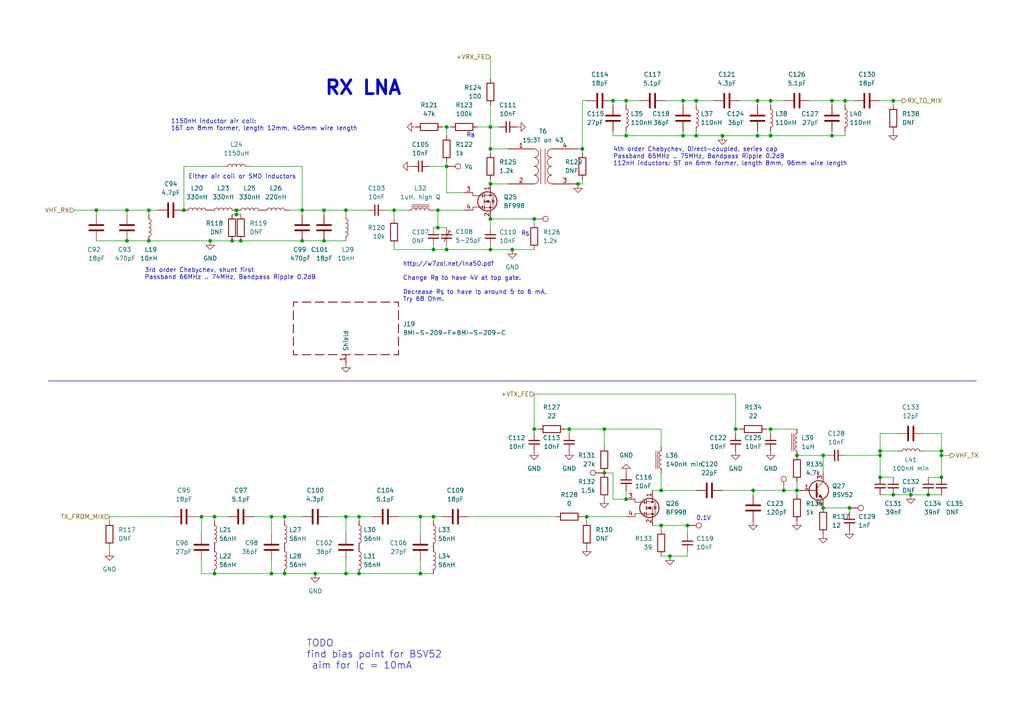
<source format=kicad_sch>
(kicad_sch (version 20230121) (generator eeschema)

  (uuid e85341a8-3e54-4b34-87f5-9974245a7484)

  (paper "A4")

  (title_block
    (title "DART-70 TRX")
    (date "2023-03-09")
    (rev "0")
    (company "HB9EGM")
    (comment 1 "A 4m Band SSB/CW Transceiver")
    (comment 2 "VHF Frontend")
  )

  

  (junction (at 255.27 138.43) (diameter 0) (color 0 0 0 0)
    (uuid 000c2890-8dd1-48c5-a512-99e78fbb4ff3)
  )
  (junction (at 255.27 130.81) (diameter 0) (color 0 0 0 0)
    (uuid 014fbe33-02cf-426c-8214-0ae1d40c7df8)
  )
  (junction (at 264.16 143.51) (diameter 0) (color 0 0 0 0)
    (uuid 05adc4a1-d372-46af-8f37-d1bf4210e96a)
  )
  (junction (at 191.77 142.24) (diameter 0) (color 0 0 0 0)
    (uuid 0c6e8129-07f9-465f-9ce0-2d46f2319c9e)
  )
  (junction (at 104.14 149.86) (diameter 0) (color 0 0 0 0)
    (uuid 0da30ee4-5fbf-45c8-9538-1bf176f03f71)
  )
  (junction (at 129.54 72.39) (diameter 0) (color 0 0 0 0)
    (uuid 17d4eaad-d6d1-43d3-8473-d8c3f046a0e1)
  )
  (junction (at 154.94 124.46) (diameter 0) (color 0 0 0 0)
    (uuid 214ecb40-4c63-4158-be2f-20e603afe1b9)
  )
  (junction (at 241.3 39.37) (diameter 0) (color 0 0 0 0)
    (uuid 22e30deb-2428-4b11-82a9-50d388efeade)
  )
  (junction (at 181.61 144.78) (diameter 0) (color 0 0 0 0)
    (uuid 244c9203-c3ff-4b65-a34d-5892ece48c2b)
  )
  (junction (at 259.08 143.51) (diameter 0) (color 0 0 0 0)
    (uuid 25165fd6-1f85-4abe-b7c3-b22279f7c384)
  )
  (junction (at 273.05 130.81) (diameter 0) (color 0 0 0 0)
    (uuid 26ee6007-1bf6-4087-b885-4536b39b53f7)
  )
  (junction (at 100.33 60.96) (diameter 0) (color 0 0 0 0)
    (uuid 27932209-07aa-4309-8c3b-8c3756ea28f5)
  )
  (junction (at 273.05 138.43) (diameter 0) (color 0 0 0 0)
    (uuid 2854a62c-62ee-424f-b0bf-2019f212815d)
  )
  (junction (at 125.73 72.39) (diameter 0) (color 0 0 0 0)
    (uuid 2855b2aa-20f9-4089-b9aa-63d012f20259)
  )
  (junction (at 201.93 29.21) (diameter 0) (color 0 0 0 0)
    (uuid 2b91b5f6-6358-423e-b62b-3e684fb64a30)
  )
  (junction (at 181.61 29.21) (diameter 0) (color 0 0 0 0)
    (uuid 2c1149ed-3085-4295-b371-1815cbfd540a)
  )
  (junction (at 67.31 69.85) (diameter 0) (color 0 0 0 0)
    (uuid 2dd4e452-7c3f-4e1f-b5b7-f42fcb0e075b)
  )
  (junction (at 53.34 60.96) (diameter 0) (color 0 0 0 0)
    (uuid 30ff6a36-e1f5-45d3-9f31-a6736183ac65)
  )
  (junction (at 43.18 69.85) (diameter 0) (color 0 0 0 0)
    (uuid 32d3fe83-b854-4464-af88-f747caab52be)
  )
  (junction (at 129.54 36.83) (diameter 0) (color 0 0 0 0)
    (uuid 34aea703-6354-4221-ba7e-b2d77e2a6562)
  )
  (junction (at 223.52 29.21) (diameter 0) (color 0 0 0 0)
    (uuid 41bb2995-bcdb-4572-a047-8ce3fa79d0ec)
  )
  (junction (at 154.94 63.5) (diameter 0) (color 0 0 0 0)
    (uuid 433436e6-75b2-4d0e-afe5-51e9ce3b6ceb)
  )
  (junction (at 62.23 166.37) (diameter 0) (color 0 0 0 0)
    (uuid 478dd2b4-151e-4af1-8f7c-ac669cdaf5f8)
  )
  (junction (at 209.55 39.37) (diameter 0) (color 0 0 0 0)
    (uuid 48de30cd-ac12-4cd9-b77e-6276c6cc535e)
  )
  (junction (at 198.12 29.21) (diameter 0) (color 0 0 0 0)
    (uuid 49abb95b-688d-484d-9ecd-26244c95a12f)
  )
  (junction (at 148.59 72.39) (diameter 0) (color 0 0 0 0)
    (uuid 53639ead-a22d-4b74-b706-37b82595afe4)
  )
  (junction (at 142.24 72.39) (diameter 0) (color 0 0 0 0)
    (uuid 5654cc54-aa7f-4e7e-a903-b6ae4711e293)
  )
  (junction (at 60.96 69.85) (diameter 0) (color 0 0 0 0)
    (uuid 59554d60-0b6c-44e8-9274-8126ea48f29b)
  )
  (junction (at 142.24 43.18) (diameter 0) (color 0 0 0 0)
    (uuid 5ac87c87-280c-41aa-b7e2-8cd95dfa0977)
  )
  (junction (at 191.77 152.4) (diameter 0) (color 0 0 0 0)
    (uuid 5b4a4a9a-0092-4d0f-9c31-414a1759762c)
  )
  (junction (at 259.08 29.21) (diameter 0) (color 0 0 0 0)
    (uuid 5f5451e3-d3b2-4513-aa00-6164f9037ce5)
  )
  (junction (at 168.91 43.18) (diameter 0) (color 0 0 0 0)
    (uuid 64c3c5fe-1bb6-4a8a-b1a6-f533cf627997)
  )
  (junction (at 238.76 147.32) (diameter 0) (color 0 0 0 0)
    (uuid 6a54acfb-c2a3-4891-bdef-5359d832b05e)
  )
  (junction (at 269.24 143.51) (diameter 0) (color 0 0 0 0)
    (uuid 6b32d2b6-d80f-475a-90aa-4d36bf0f66aa)
  )
  (junction (at 127 66.04) (diameter 0) (color 0 0 0 0)
    (uuid 6c005152-c357-4bcb-8338-74043f8ed537)
  )
  (junction (at 142.24 63.5) (diameter 0) (color 0 0 0 0)
    (uuid 6f67861a-7006-47b4-bdc7-1b4e03f0937b)
  )
  (junction (at 255.27 132.08) (diameter 0) (color 0 0 0 0)
    (uuid 71e41a0a-3af5-4796-897c-9d1ad0183c9a)
  )
  (junction (at 219.71 39.37) (diameter 0) (color 0 0 0 0)
    (uuid 7246aeaa-7989-41aa-bc34-36314da565dd)
  )
  (junction (at 93.98 69.85) (diameter 0) (color 0 0 0 0)
    (uuid 725298de-8e6b-4cef-8b75-d13dba9603ba)
  )
  (junction (at 121.92 166.37) (diameter 0) (color 0 0 0 0)
    (uuid 73b5aae3-6e5d-411f-8595-e3380fb1b4de)
  )
  (junction (at 127 60.96) (diameter 0) (color 0 0 0 0)
    (uuid 755aea78-2b8e-4969-8c1a-4e66cdc3e55c)
  )
  (junction (at 199.39 152.4) (diameter 0) (color 0 0 0 0)
    (uuid 7e3cf1a5-27ba-4fb2-9e80-6e1100e7286d)
  )
  (junction (at 36.83 60.96) (diameter 0) (color 0 0 0 0)
    (uuid 7e40bcc0-3aaa-4014-a65e-4bba8fb828b1)
  )
  (junction (at 246.38 147.32) (diameter 0) (color 0 0 0 0)
    (uuid 8275d0f0-4cd2-4f60-b1d1-1f544f364a6d)
  )
  (junction (at 227.33 142.24) (diameter 0) (color 0 0 0 0)
    (uuid 828403cb-c2e9-4ccc-8f46-66963ed2f21b)
  )
  (junction (at 241.3 29.21) (diameter 0) (color 0 0 0 0)
    (uuid 830530a0-7b7e-4b57-bcad-ac6bcc2d3cd2)
  )
  (junction (at 68.58 62.23) (diameter 0) (color 0 0 0 0)
    (uuid 84c10573-abbd-42a2-ba39-89dbac386a99)
  )
  (junction (at 213.36 124.46) (diameter 0) (color 0 0 0 0)
    (uuid 8b36f47c-4ffc-4598-8c26-644b57b5c662)
  )
  (junction (at 100.33 149.86) (diameter 0) (color 0 0 0 0)
    (uuid 92b08d51-62a5-44c7-b4b2-471f395c1538)
  )
  (junction (at 165.1 124.46) (diameter 0) (color 0 0 0 0)
    (uuid 94cebd10-3367-4d9a-a1b7-f7d9e07bdd90)
  )
  (junction (at 273.05 132.08) (diameter 0) (color 0 0 0 0)
    (uuid 96ae9ecf-e0a2-432a-8ece-94cf7cced6b7)
  )
  (junction (at 114.3 60.96) (diameter 0) (color 0 0 0 0)
    (uuid 99467fa5-d96f-4f1c-8084-626f6cebc0c0)
  )
  (junction (at 82.55 149.86) (diameter 0) (color 0 0 0 0)
    (uuid 99b2f434-c683-4943-880b-c0c7051efceb)
  )
  (junction (at 36.83 69.85) (diameter 0) (color 0 0 0 0)
    (uuid 9a8d2c66-6370-437d-a4a0-cb771a0d8c97)
  )
  (junction (at 170.18 149.86) (diameter 0) (color 0 0 0 0)
    (uuid 9b63d6a0-33d9-4ade-b725-ee15ec044acc)
  )
  (junction (at 78.74 149.86) (diameter 0) (color 0 0 0 0)
    (uuid a3b76309-ce22-4be7-b174-f23d53e74bf4)
  )
  (junction (at 231.14 142.24) (diameter 0) (color 0 0 0 0)
    (uuid a6cfd25a-774e-4db2-b2d4-fd41eec62fd5)
  )
  (junction (at 93.98 60.96) (diameter 0) (color 0 0 0 0)
    (uuid a6dee93e-101e-421c-aa3d-cf1491a2d23c)
  )
  (junction (at 218.44 142.24) (diameter 0) (color 0 0 0 0)
    (uuid a7ae57b6-5005-47d4-809d-6b7d6ada6d03)
  )
  (junction (at 129.54 48.26) (diameter 0) (color 0 0 0 0)
    (uuid a875ac5f-456f-42ae-bc04-dd8d1a120797)
  )
  (junction (at 142.24 53.34) (diameter 0) (color 0 0 0 0)
    (uuid a9dded2e-d08b-4bdb-ab4a-1fce0d42d43e)
  )
  (junction (at 201.93 39.37) (diameter 0) (color 0 0 0 0)
    (uuid aaee6b9a-4306-45ff-b9b6-5d802512dd52)
  )
  (junction (at 104.14 166.37) (diameter 0) (color 0 0 0 0)
    (uuid acd2b84b-0360-40c0-9d3c-37686ac65d45)
  )
  (junction (at 27.94 60.96) (diameter 0) (color 0 0 0 0)
    (uuid add0bd1b-274a-4ddf-b875-51d6108aab49)
  )
  (junction (at 219.71 29.21) (diameter 0) (color 0 0 0 0)
    (uuid b0c6448c-be7d-4ebe-a1be-1e8f330d6dbb)
  )
  (junction (at 231.14 132.08) (diameter 0) (color 0 0 0 0)
    (uuid b23444ea-cd8e-4df0-84f4-070156b2e3b7)
  )
  (junction (at 78.74 166.37) (diameter 0) (color 0 0 0 0)
    (uuid b2eebecb-1e6e-428a-a74f-c777d25a68fc)
  )
  (junction (at 87.63 69.85) (diameter 0) (color 0 0 0 0)
    (uuid b4922278-ce3f-46ba-a2a2-cd5c71f714de)
  )
  (junction (at 223.52 124.46) (diameter 0) (color 0 0 0 0)
    (uuid b8abc7e6-6611-45b5-9a55-3a65a7522e32)
  )
  (junction (at 69.85 69.85) (diameter 0) (color 0 0 0 0)
    (uuid bcdfe8ed-4c7e-419e-b702-6bca070854e1)
  )
  (junction (at 245.11 29.21) (diameter 0) (color 0 0 0 0)
    (uuid bf6081e5-fd4b-4fb3-b523-139036f4041c)
  )
  (junction (at 198.12 39.37) (diameter 0) (color 0 0 0 0)
    (uuid c5c6520c-9e3e-436f-b14f-faf22a42dfbb)
  )
  (junction (at 175.26 124.46) (diameter 0) (color 0 0 0 0)
    (uuid c8d4f236-4705-41bb-b1be-5cef1ea2c536)
  )
  (junction (at 125.73 149.86) (diameter 0) (color 0 0 0 0)
    (uuid cc2cb73f-acad-4a16-94a4-9816e494e931)
  )
  (junction (at 87.63 60.96) (diameter 0) (color 0 0 0 0)
    (uuid ce1e90a2-6376-4288-8749-493e809aba5d)
  )
  (junction (at 82.55 166.37) (diameter 0) (color 0 0 0 0)
    (uuid cf1b5f78-965c-4a11-8679-6b71c31e3151)
  )
  (junction (at 194.31 161.29) (diameter 0) (color 0 0 0 0)
    (uuid d0fb093c-3a0b-4150-bde4-bd1af1a4bfff)
  )
  (junction (at 181.61 39.37) (diameter 0) (color 0 0 0 0)
    (uuid d50ac601-83b2-43a2-808a-3b58d5a2b71f)
  )
  (junction (at 223.52 39.37) (diameter 0) (color 0 0 0 0)
    (uuid d600cdf9-d630-4f89-a09e-87efccd0902e)
  )
  (junction (at 167.64 53.34) (diameter 0) (color 0 0 0 0)
    (uuid d76a5f48-7d00-42d5-9e04-2f9f8b67bd1d)
  )
  (junction (at 68.58 60.96) (diameter 0) (color 0 0 0 0)
    (uuid dbad22ed-87bd-4fef-a142-c1d56fc5ada0)
  )
  (junction (at 43.18 60.96) (diameter 0) (color 0 0 0 0)
    (uuid df93aeee-38d4-42fb-b5da-51a73fd2e2bc)
  )
  (junction (at 177.8 29.21) (diameter 0) (color 0 0 0 0)
    (uuid e0493c7a-5485-41e4-ba79-779aff029fab)
  )
  (junction (at 142.24 36.83) (diameter 0) (color 0 0 0 0)
    (uuid e04f8c65-d602-47fb-9c32-a40fa4054257)
  )
  (junction (at 121.92 149.86) (diameter 0) (color 0 0 0 0)
    (uuid e245969c-96e2-4467-a4b0-55df65c2006d)
  )
  (junction (at 238.76 132.08) (diameter 0) (color 0 0 0 0)
    (uuid e717955e-2a81-4d91-a91b-854d445c9b5d)
  )
  (junction (at 62.23 149.86) (diameter 0) (color 0 0 0 0)
    (uuid ebd2a656-9283-42a7-a471-cb22596c1597)
  )
  (junction (at 91.44 166.37) (diameter 0) (color 0 0 0 0)
    (uuid efc30e1a-e377-428a-a178-12aea37c7387)
  )
  (junction (at 100.33 166.37) (diameter 0) (color 0 0 0 0)
    (uuid f575c0c7-4207-49b8-a759-d4cfe42586d5)
  )
  (junction (at 58.42 149.86) (diameter 0) (color 0 0 0 0)
    (uuid f671888e-311a-48ca-a183-135a403be009)
  )
  (junction (at 175.26 137.16) (diameter 0) (color 0 0 0 0)
    (uuid ff95d81e-5a87-4294-9b1c-6e9a77990629)
  )

  (wire (pts (xy 67.31 69.85) (xy 69.85 69.85))
    (stroke (width 0) (type default))
    (uuid 00e5b5fc-5bd0-40af-9ee7-a472844c2151)
  )
  (wire (pts (xy 181.61 29.21) (xy 181.61 30.48))
    (stroke (width 0) (type default))
    (uuid 01092b77-815f-43be-992d-fc218557d154)
  )
  (wire (pts (xy 147.32 53.34) (xy 142.24 53.34))
    (stroke (width 0) (type default))
    (uuid 020af510-7992-416e-a265-00652eb27830)
  )
  (wire (pts (xy 219.71 39.37) (xy 219.71 38.1))
    (stroke (width 0) (type default))
    (uuid 02b3711f-b3bf-4a32-8116-7fa82771cd03)
  )
  (wire (pts (xy 121.92 154.94) (xy 121.92 149.86))
    (stroke (width 0) (type default))
    (uuid 03602e32-1245-4e32-9ecc-9044bdca6c61)
  )
  (wire (pts (xy 93.98 60.96) (xy 93.98 62.23))
    (stroke (width 0) (type default))
    (uuid 04e72cbc-c02a-4a92-b021-b9939e4db36f)
  )
  (wire (pts (xy 36.83 69.85) (xy 43.18 69.85))
    (stroke (width 0) (type default))
    (uuid 050efeb3-533d-4b9a-a0e2-1737784edf33)
  )
  (wire (pts (xy 213.36 125.73) (xy 213.36 124.46))
    (stroke (width 0) (type default))
    (uuid 05820599-8acc-49ba-a88a-070cbbe28e1a)
  )
  (wire (pts (xy 31.75 158.75) (xy 31.75 160.02))
    (stroke (width 0) (type default))
    (uuid 06230da2-e6a9-4df3-a8a6-1054a2179a17)
  )
  (wire (pts (xy 154.94 125.73) (xy 154.94 124.46))
    (stroke (width 0) (type default))
    (uuid 0785ffee-5a6c-4b20-b83b-a9e51509ed25)
  )
  (wire (pts (xy 58.42 154.94) (xy 58.42 149.86))
    (stroke (width 0) (type default))
    (uuid 0a805d5b-6113-4e7d-8ab7-c42d5a8f29b1)
  )
  (wire (pts (xy 273.05 138.43) (xy 269.24 138.43))
    (stroke (width 0) (type default))
    (uuid 0a8243fe-ff3f-46fc-84d0-bd04869d2919)
  )
  (wire (pts (xy 255.27 143.51) (xy 259.08 143.51))
    (stroke (width 0) (type default))
    (uuid 0aaac6da-8724-4417-a920-18dccd519f57)
  )
  (wire (pts (xy 238.76 132.08) (xy 240.03 132.08))
    (stroke (width 0) (type default))
    (uuid 0b6b8363-c8e1-4799-8ee5-abeba534856c)
  )
  (wire (pts (xy 246.38 147.32) (xy 238.76 147.32))
    (stroke (width 0) (type default))
    (uuid 0c549802-b595-4de9-b4f2-5d5dc13cce92)
  )
  (wire (pts (xy 82.55 151.13) (xy 82.55 149.86))
    (stroke (width 0) (type default))
    (uuid 0f1de0dd-804a-4596-bff8-c84c9821c96f)
  )
  (wire (pts (xy 218.44 142.24) (xy 218.44 143.51))
    (stroke (width 0) (type default))
    (uuid 0f2ae659-a3c6-4de9-8cc9-1cb8eb738749)
  )
  (wire (pts (xy 255.27 130.81) (xy 255.27 132.08))
    (stroke (width 0) (type default))
    (uuid 0fae205c-5af3-4a45-b101-8bcc5ce05f03)
  )
  (wire (pts (xy 57.15 149.86) (xy 58.42 149.86))
    (stroke (width 0) (type default))
    (uuid 10dd21c7-9fd9-4a44-8ab3-640f7ca149dd)
  )
  (wire (pts (xy 31.75 149.86) (xy 49.53 149.86))
    (stroke (width 0) (type default))
    (uuid 118829bb-dced-433c-b2a5-be320b37c6db)
  )
  (wire (pts (xy 148.59 72.39) (xy 142.24 72.39))
    (stroke (width 0) (type default))
    (uuid 11920e1b-be55-4c86-8c94-fad4a5a5ea6f)
  )
  (wire (pts (xy 223.52 39.37) (xy 241.3 39.37))
    (stroke (width 0) (type default))
    (uuid 135fafe3-46f6-4185-8d74-e430c711885a)
  )
  (wire (pts (xy 246.38 148.59) (xy 246.38 147.32))
    (stroke (width 0) (type default))
    (uuid 17b00afe-c752-4fe9-88c5-3ad96b8a7e70)
  )
  (wire (pts (xy 177.8 137.16) (xy 177.8 144.78))
    (stroke (width 0) (type default))
    (uuid 1941db9c-382f-44cc-a903-a93207b6a93d)
  )
  (wire (pts (xy 60.96 69.85) (xy 67.31 69.85))
    (stroke (width 0) (type default))
    (uuid 1a18bdd7-506a-46c8-8c47-7d7591f2bfbc)
  )
  (wire (pts (xy 27.94 60.96) (xy 36.83 60.96))
    (stroke (width 0) (type default))
    (uuid 1a97cca3-0fe5-4bfa-8d57-ca1b191bfea3)
  )
  (wire (pts (xy 154.94 114.3) (xy 213.36 114.3))
    (stroke (width 0) (type default))
    (uuid 1aae337c-ccaa-46d6-b513-e315bd052c26)
  )
  (wire (pts (xy 125.73 60.96) (xy 127 60.96))
    (stroke (width 0) (type default))
    (uuid 1acffc7b-3719-4cb9-9be2-22b9b0dc94ee)
  )
  (wire (pts (xy 219.71 29.21) (xy 223.52 29.21))
    (stroke (width 0) (type default))
    (uuid 1c0cfd5c-a642-423e-bcd7-fee83fdee590)
  )
  (wire (pts (xy 87.63 69.85) (xy 93.98 69.85))
    (stroke (width 0) (type default))
    (uuid 1cb95966-d9b9-40ac-b03f-1f46d823a11d)
  )
  (wire (pts (xy 69.85 69.85) (xy 87.63 69.85))
    (stroke (width 0) (type default))
    (uuid 1e066e3b-074f-4121-8f27-8215bc8d3261)
  )
  (wire (pts (xy 142.24 53.34) (xy 142.24 52.07))
    (stroke (width 0) (type default))
    (uuid 1f1766e2-d2db-4154-b565-458e0aeda8eb)
  )
  (wire (pts (xy 198.12 39.37) (xy 198.12 38.1))
    (stroke (width 0) (type default))
    (uuid 1f992b26-230b-423a-9f5b-b5e2eae3f796)
  )
  (wire (pts (xy 273.05 132.08) (xy 273.05 138.43))
    (stroke (width 0) (type default))
    (uuid 20193a25-dfb2-4d02-b772-e6a2bc97d410)
  )
  (wire (pts (xy 193.04 29.21) (xy 198.12 29.21))
    (stroke (width 0) (type default))
    (uuid 211489a5-413a-4de7-bb6b-ce735ffe7c80)
  )
  (wire (pts (xy 191.77 152.4) (xy 189.23 152.4))
    (stroke (width 0) (type default))
    (uuid 21acb83f-68ea-41e5-b622-dc4aeb4e23bc)
  )
  (wire (pts (xy 87.63 60.96) (xy 93.98 60.96))
    (stroke (width 0) (type default))
    (uuid 23c577d6-b831-4003-b3d4-9a9a5520a466)
  )
  (wire (pts (xy 241.3 39.37) (xy 241.3 38.1))
    (stroke (width 0) (type default))
    (uuid 24280ee6-c585-4835-8fc4-d7860dfbfdba)
  )
  (polyline (pts (xy 13.97 110.49) (xy 283.21 110.49))
    (stroke (width 0) (type default))
    (uuid 2812a88f-15e5-44c4-a66a-beb23630881f)
  )

  (wire (pts (xy 21.59 60.96) (xy 27.94 60.96))
    (stroke (width 0) (type default))
    (uuid 28691614-25d8-432a-9210-110c9d424ff4)
  )
  (wire (pts (xy 31.75 151.13) (xy 31.75 149.86))
    (stroke (width 0) (type default))
    (uuid 2d478155-78b3-43e6-9e0b-cf58b9dbf0cb)
  )
  (wire (pts (xy 231.14 139.7) (xy 231.14 142.24))
    (stroke (width 0) (type default))
    (uuid 2e3e1835-0994-46d3-b4ac-db18042e081b)
  )
  (wire (pts (xy 43.18 69.85) (xy 60.96 69.85))
    (stroke (width 0) (type default))
    (uuid 2e5066c7-bc67-4b7c-aae7-15cd49e110ca)
  )
  (wire (pts (xy 273.05 130.81) (xy 267.97 130.81))
    (stroke (width 0) (type default))
    (uuid 2f09267e-b3dd-4163-aee3-b882166dbe57)
  )
  (wire (pts (xy 142.24 63.5) (xy 142.24 66.04))
    (stroke (width 0) (type default))
    (uuid 2f240c86-aceb-464b-899d-7618bd58be8d)
  )
  (wire (pts (xy 241.3 29.21) (xy 245.11 29.21))
    (stroke (width 0) (type default))
    (uuid 30701c9e-85dc-4e9a-972e-ad6a04210bf0)
  )
  (wire (pts (xy 177.8 144.78) (xy 181.61 144.78))
    (stroke (width 0) (type default))
    (uuid 32c7e7d5-5cf0-4052-9904-fc5aa41decb5)
  )
  (wire (pts (xy 168.91 52.07) (xy 168.91 53.34))
    (stroke (width 0) (type default))
    (uuid 3303b423-732f-4ec1-9f34-6a65ea125a9f)
  )
  (wire (pts (xy 72.39 48.26) (xy 87.63 48.26))
    (stroke (width 0) (type default))
    (uuid 33f29fa7-5b0b-49c9-a605-50b7be5943a9)
  )
  (wire (pts (xy 142.24 16.51) (xy 142.24 22.86))
    (stroke (width 0) (type default))
    (uuid 3405d2ca-755d-457e-986a-931c3894937d)
  )
  (wire (pts (xy 175.26 124.46) (xy 191.77 124.46))
    (stroke (width 0) (type default))
    (uuid 36c2a5ae-5ab8-440b-a41f-9b00518ecd46)
  )
  (wire (pts (xy 82.55 166.37) (xy 78.74 166.37))
    (stroke (width 0) (type default))
    (uuid 39ede154-b114-42b1-9471-69e8225de7ab)
  )
  (wire (pts (xy 181.61 29.21) (xy 185.42 29.21))
    (stroke (width 0) (type default))
    (uuid 3c5dfaac-ce4d-429a-aba1-920080a05a25)
  )
  (wire (pts (xy 209.55 39.37) (xy 219.71 39.37))
    (stroke (width 0) (type default))
    (uuid 3cac3e67-9601-4bbe-8f74-51e6c8133fb4)
  )
  (wire (pts (xy 121.92 162.56) (xy 121.92 166.37))
    (stroke (width 0) (type default))
    (uuid 3df06db1-0ec7-4afd-97b5-1156b9e13855)
  )
  (wire (pts (xy 58.42 149.86) (xy 62.23 149.86))
    (stroke (width 0) (type default))
    (uuid 3e89f96a-4149-49e9-8931-921ce8c3a055)
  )
  (wire (pts (xy 93.98 69.85) (xy 100.33 69.85))
    (stroke (width 0) (type default))
    (uuid 3f75e8f9-17fe-41fa-8be1-97bb9d74f36e)
  )
  (wire (pts (xy 36.83 60.96) (xy 43.18 60.96))
    (stroke (width 0) (type default))
    (uuid 426afdc4-b639-4a13-b435-77d23c36d327)
  )
  (wire (pts (xy 128.27 36.83) (xy 129.54 36.83))
    (stroke (width 0) (type default))
    (uuid 45d11611-49a6-4964-afa3-7f0162c0c739)
  )
  (wire (pts (xy 191.77 142.24) (xy 201.93 142.24))
    (stroke (width 0) (type default))
    (uuid 4a16b6dc-2288-4548-9c84-0bbf2a1d57bd)
  )
  (wire (pts (xy 73.66 149.86) (xy 78.74 149.86))
    (stroke (width 0) (type default))
    (uuid 4b74047d-1cfb-4a70-804a-a9c009584e7a)
  )
  (wire (pts (xy 78.74 149.86) (xy 82.55 149.86))
    (stroke (width 0) (type default))
    (uuid 4bf865ed-62d5-49b3-9115-02bd4f7f3f74)
  )
  (wire (pts (xy 121.92 149.86) (xy 125.73 149.86))
    (stroke (width 0) (type default))
    (uuid 4ca5ee79-1360-4517-b073-b387778d1f9d)
  )
  (wire (pts (xy 181.61 39.37) (xy 198.12 39.37))
    (stroke (width 0) (type default))
    (uuid 4cad7fe9-18a3-4205-bf76-118f190d710a)
  )
  (wire (pts (xy 273.05 130.81) (xy 273.05 132.08))
    (stroke (width 0) (type default))
    (uuid 4cf19b83-343d-444b-b344-abd964c46130)
  )
  (wire (pts (xy 201.93 30.48) (xy 201.93 29.21))
    (stroke (width 0) (type default))
    (uuid 4e6b63c8-8daf-4486-a68d-7144b46e5ea2)
  )
  (wire (pts (xy 199.39 160.02) (xy 199.39 161.29))
    (stroke (width 0) (type default))
    (uuid 520deeb0-2cb2-4b4b-9ce8-239203e7b895)
  )
  (wire (pts (xy 100.33 60.96) (xy 100.33 62.23))
    (stroke (width 0) (type default))
    (uuid 52a29cb5-fc2a-4abb-a968-bbb1b5d9b7d6)
  )
  (wire (pts (xy 199.39 161.29) (xy 194.31 161.29))
    (stroke (width 0) (type default))
    (uuid 5393cb79-d4ff-48a3-8106-b4f929de870b)
  )
  (wire (pts (xy 234.95 29.21) (xy 241.3 29.21))
    (stroke (width 0) (type default))
    (uuid 54136090-6e59-411c-8c76-ff74b4ba8cdc)
  )
  (wire (pts (xy 170.18 29.21) (xy 168.91 29.21))
    (stroke (width 0) (type default))
    (uuid 5516e114-54d5-4ea3-8bfe-40e5be6eb192)
  )
  (wire (pts (xy 273.05 125.73) (xy 273.05 130.81))
    (stroke (width 0) (type default))
    (uuid 55590f3c-3315-4934-b354-427f99e886f0)
  )
  (wire (pts (xy 114.3 72.39) (xy 125.73 72.39))
    (stroke (width 0) (type default))
    (uuid 57578d86-772e-43cb-bffa-d432e3d6da21)
  )
  (wire (pts (xy 241.3 30.48) (xy 241.3 29.21))
    (stroke (width 0) (type default))
    (uuid 575b9d80-5f4d-4af9-aef0-45c51d673684)
  )
  (wire (pts (xy 213.36 124.46) (xy 214.63 124.46))
    (stroke (width 0) (type default))
    (uuid 588442fe-0325-47ea-8587-f22398d8d769)
  )
  (wire (pts (xy 222.25 124.46) (xy 223.52 124.46))
    (stroke (width 0) (type default))
    (uuid 58845e3f-7112-4368-b742-d952a9ef30c6)
  )
  (wire (pts (xy 78.74 162.56) (xy 78.74 166.37))
    (stroke (width 0) (type default))
    (uuid 58fbc0d9-bfce-471f-9cf7-701dbddb2959)
  )
  (wire (pts (xy 115.57 149.86) (xy 121.92 149.86))
    (stroke (width 0) (type default))
    (uuid 592caa8b-0386-47d0-8e78-0b9d3a2052bb)
  )
  (wire (pts (xy 241.3 39.37) (xy 245.11 39.37))
    (stroke (width 0) (type default))
    (uuid 59e552bf-7958-4fda-a0db-f9e371531f5e)
  )
  (wire (pts (xy 273.05 125.73) (xy 267.97 125.73))
    (stroke (width 0) (type default))
    (uuid 5dae51d8-31a1-45b5-aee6-b5709476c318)
  )
  (wire (pts (xy 142.24 72.39) (xy 142.24 71.12))
    (stroke (width 0) (type default))
    (uuid 5e2169a0-de19-4cd6-bf52-b74f00504da1)
  )
  (wire (pts (xy 43.18 60.96) (xy 45.72 60.96))
    (stroke (width 0) (type default))
    (uuid 5e70f545-979a-40c9-bda1-1c7591189e45)
  )
  (wire (pts (xy 142.24 36.83) (xy 142.24 30.48))
    (stroke (width 0) (type default))
    (uuid 5e721fb4-c9a0-4ae9-89ea-2beae0e47e97)
  )
  (wire (pts (xy 43.18 60.96) (xy 43.18 62.23))
    (stroke (width 0) (type default))
    (uuid 5ea7489e-e91b-44f0-a035-3448b45ceadc)
  )
  (wire (pts (xy 168.91 53.34) (xy 167.64 53.34))
    (stroke (width 0) (type default))
    (uuid 5f5c060f-99c6-4d58-b44a-4244837c6652)
  )
  (wire (pts (xy 259.08 29.21) (xy 261.62 29.21))
    (stroke (width 0) (type default))
    (uuid 5fceb92d-7a0e-4b2f-966c-33a3f8978ee9)
  )
  (wire (pts (xy 142.24 44.45) (xy 142.24 43.18))
    (stroke (width 0) (type default))
    (uuid 6005394b-9189-4171-b053-ebfd9d60c03e)
  )
  (wire (pts (xy 154.94 124.46) (xy 156.21 124.46))
    (stroke (width 0) (type default))
    (uuid 600c3ac6-9e9d-494f-9f04-3cadeb854f32)
  )
  (wire (pts (xy 191.77 161.29) (xy 194.31 161.29))
    (stroke (width 0) (type default))
    (uuid 60a459b9-afd7-4bdd-b38a-a5f2882f31e7)
  )
  (wire (pts (xy 201.93 39.37) (xy 198.12 39.37))
    (stroke (width 0) (type default))
    (uuid 60bad9ca-4bdf-454c-ad68-9fa3a1ef1953)
  )
  (wire (pts (xy 100.33 154.94) (xy 100.33 149.86))
    (stroke (width 0) (type default))
    (uuid 61a9e6a8-4104-4faf-9104-407030fee84b)
  )
  (wire (pts (xy 223.52 29.21) (xy 227.33 29.21))
    (stroke (width 0) (type default))
    (uuid 61f8165d-255a-4197-a48c-ea44a5589c76)
  )
  (wire (pts (xy 198.12 30.48) (xy 198.12 29.21))
    (stroke (width 0) (type default))
    (uuid 62cac600-87c9-4b70-81ad-6cbecfa5dbe3)
  )
  (wire (pts (xy 58.42 166.37) (xy 58.42 162.56))
    (stroke (width 0) (type default))
    (uuid 64d10b25-44e3-4ccf-8c4c-e8390cc663cc)
  )
  (wire (pts (xy 135.89 149.86) (xy 161.29 149.86))
    (stroke (width 0) (type default))
    (uuid 651fb468-303e-49f9-86a2-03bfc4d45faa)
  )
  (wire (pts (xy 147.32 43.18) (xy 142.24 43.18))
    (stroke (width 0) (type default))
    (uuid 6609241a-334e-4ced-ae81-0759311dbbad)
  )
  (wire (pts (xy 125.73 72.39) (xy 129.54 72.39))
    (stroke (width 0) (type default))
    (uuid 67ee9752-cba6-4ecb-80e8-065f573d8511)
  )
  (wire (pts (xy 104.14 151.13) (xy 104.14 149.86))
    (stroke (width 0) (type default))
    (uuid 6a845cb2-3ede-406b-9084-98637e393984)
  )
  (wire (pts (xy 125.73 66.04) (xy 127 66.04))
    (stroke (width 0) (type default))
    (uuid 6c99d25b-dc2d-4eeb-b0ca-e420c2d8e986)
  )
  (wire (pts (xy 167.64 43.18) (xy 168.91 43.18))
    (stroke (width 0) (type default))
    (uuid 710b6ecd-a9cf-4c16-b156-7ab0bb0c1245)
  )
  (wire (pts (xy 68.58 60.96) (xy 68.58 62.23))
    (stroke (width 0) (type default))
    (uuid 739c4bc4-71b1-4060-996c-b30955427381)
  )
  (wire (pts (xy 58.42 166.37) (xy 62.23 166.37))
    (stroke (width 0) (type default))
    (uuid 7454e18d-eee9-48b0-92f9-1e9dd000570e)
  )
  (wire (pts (xy 165.1 125.73) (xy 165.1 124.46))
    (stroke (width 0) (type default))
    (uuid 7560791f-9e21-48d6-b563-63cea6c3213c)
  )
  (wire (pts (xy 198.12 29.21) (xy 201.93 29.21))
    (stroke (width 0) (type default))
    (uuid 7564e54f-11f2-406e-b3e0-3e6cb42b6b60)
  )
  (wire (pts (xy 213.36 114.3) (xy 213.36 124.46))
    (stroke (width 0) (type default))
    (uuid 77b25420-5329-41cc-adbb-89183fe29bb0)
  )
  (wire (pts (xy 125.73 71.12) (xy 125.73 72.39))
    (stroke (width 0) (type default))
    (uuid 7cc4119c-4cff-43ef-9ca9-bb482331f51a)
  )
  (wire (pts (xy 154.94 72.39) (xy 148.59 72.39))
    (stroke (width 0) (type default))
    (uuid 7fb4a628-0a3a-45fd-b9bd-c186e37edcf1)
  )
  (wire (pts (xy 62.23 149.86) (xy 62.23 151.13))
    (stroke (width 0) (type default))
    (uuid 88eb19d8-f75f-452a-aea0-22522a3bade1)
  )
  (wire (pts (xy 129.54 36.83) (xy 129.54 39.37))
    (stroke (width 0) (type default))
    (uuid 89b48dc9-c00e-48be-93c9-faa060ba3b37)
  )
  (wire (pts (xy 154.94 64.77) (xy 154.94 63.5))
    (stroke (width 0) (type default))
    (uuid 89faec98-fdf7-49b4-8a14-ddcd50d33077)
  )
  (wire (pts (xy 255.27 130.81) (xy 260.35 130.81))
    (stroke (width 0) (type default))
    (uuid 8a9636c9-f9aa-4988-96b0-c28179bfc477)
  )
  (wire (pts (xy 201.93 29.21) (xy 207.01 29.21))
    (stroke (width 0) (type default))
    (uuid 8b01a92c-6579-45f1-a8cb-784184b3c0a6)
  )
  (wire (pts (xy 125.73 151.13) (xy 125.73 149.86))
    (stroke (width 0) (type default))
    (uuid 8bfdfab4-901c-4c87-bff9-1a225f39b380)
  )
  (wire (pts (xy 114.3 71.12) (xy 114.3 72.39))
    (stroke (width 0) (type default))
    (uuid 8d93b96e-d58e-4f76-b91e-0a4672ad0838)
  )
  (wire (pts (xy 177.8 39.37) (xy 181.61 39.37))
    (stroke (width 0) (type default))
    (uuid 90e6d25b-41c3-4379-94e3-70433d4656f5)
  )
  (wire (pts (xy 245.11 30.48) (xy 245.11 29.21))
    (stroke (width 0) (type default))
    (uuid 924031ab-bf44-4a2f-aaf7-c38b8a8abc40)
  )
  (wire (pts (xy 168.91 44.45) (xy 168.91 43.18))
    (stroke (width 0) (type default))
    (uuid 93f6fd09-e356-47ef-a2d2-c1ed422dabe3)
  )
  (wire (pts (xy 177.8 29.21) (xy 181.61 29.21))
    (stroke (width 0) (type default))
    (uuid 94425972-63e3-432d-8409-356e5b22940b)
  )
  (wire (pts (xy 259.08 30.48) (xy 259.08 29.21))
    (stroke (width 0) (type default))
    (uuid 9723f6e4-63d9-4b79-a06d-706fe6a5b67e)
  )
  (wire (pts (xy 223.52 30.48) (xy 223.52 29.21))
    (stroke (width 0) (type default))
    (uuid 98084cbc-b94f-488e-83ba-487b7983eff7)
  )
  (wire (pts (xy 104.14 166.37) (xy 121.92 166.37))
    (stroke (width 0) (type default))
    (uuid 98b8d1fc-b75d-4b78-abcf-b05b708bb68b)
  )
  (wire (pts (xy 127 60.96) (xy 134.62 60.96))
    (stroke (width 0) (type default))
    (uuid 98fe9f07-d0e7-4808-8553-39a038479457)
  )
  (wire (pts (xy 223.52 125.73) (xy 223.52 124.46))
    (stroke (width 0) (type default))
    (uuid 99be3360-249d-4c89-a77e-43cb1aef6c84)
  )
  (wire (pts (xy 177.8 30.48) (xy 177.8 29.21))
    (stroke (width 0) (type default))
    (uuid 9c7aae02-34fd-4a06-bca1-a165128a73a8)
  )
  (wire (pts (xy 127 66.04) (xy 127 60.96))
    (stroke (width 0) (type default))
    (uuid 9c85880b-9d5c-4fe3-84f6-20ee24e87c39)
  )
  (wire (pts (xy 191.77 152.4) (xy 191.77 153.67))
    (stroke (width 0) (type default))
    (uuid 9d2b433e-1dfc-4d0f-abe1-2e83343631b5)
  )
  (wire (pts (xy 201.93 39.37) (xy 209.55 39.37))
    (stroke (width 0) (type default))
    (uuid 9f025a2e-cbc7-46d0-a262-ab48be6c2823)
  )
  (wire (pts (xy 124.46 48.26) (xy 129.54 48.26))
    (stroke (width 0) (type default))
    (uuid 9f1a398d-ae6d-496d-87ab-0e13a3b648a5)
  )
  (wire (pts (xy 100.33 60.96) (xy 106.68 60.96))
    (stroke (width 0) (type default))
    (uuid a07f0e55-9b3e-4df6-80c8-c3fa196fb8fb)
  )
  (wire (pts (xy 273.05 132.08) (xy 275.59 132.08))
    (stroke (width 0) (type default))
    (uuid a0a96770-3ff5-49c4-bef3-d4bbe6b6c079)
  )
  (wire (pts (xy 245.11 29.21) (xy 247.65 29.21))
    (stroke (width 0) (type default))
    (uuid a20e7e63-2306-4377-ac55-7c7faf4ea27c)
  )
  (wire (pts (xy 114.3 63.5) (xy 114.3 60.96))
    (stroke (width 0) (type default))
    (uuid a22912c1-4914-44a6-a3c9-493ad4dcc081)
  )
  (wire (pts (xy 62.23 149.86) (xy 66.04 149.86))
    (stroke (width 0) (type default))
    (uuid a2441a3d-56da-463e-a8a4-fe521e8b2256)
  )
  (wire (pts (xy 165.1 124.46) (xy 175.26 124.46))
    (stroke (width 0) (type default))
    (uuid a621d0fa-e7c7-4146-b68b-596f01fe056d)
  )
  (wire (pts (xy 91.44 166.37) (xy 100.33 166.37))
    (stroke (width 0) (type default))
    (uuid a6cacc83-9486-4966-a9b9-13167fbba476)
  )
  (wire (pts (xy 168.91 149.86) (xy 170.18 149.86))
    (stroke (width 0) (type default))
    (uuid a7257f0e-5835-436f-aac9-204afa049a30)
  )
  (wire (pts (xy 129.54 46.99) (xy 129.54 48.26))
    (stroke (width 0) (type default))
    (uuid a72c2df8-7b09-4ff0-a6ca-cd32045fcb5a)
  )
  (wire (pts (xy 245.11 39.37) (xy 245.11 38.1))
    (stroke (width 0) (type default))
    (uuid a8ddd670-538a-4580-8d79-e43d90515d40)
  )
  (wire (pts (xy 121.92 166.37) (xy 125.73 166.37))
    (stroke (width 0) (type default))
    (uuid a8e639fa-31d1-427e-bd80-a8648f74c2c3)
  )
  (wire (pts (xy 100.33 149.86) (xy 104.14 149.86))
    (stroke (width 0) (type default))
    (uuid aade9f87-67ba-4c61-82c0-2663d0f88027)
  )
  (wire (pts (xy 130.81 36.83) (xy 129.54 36.83))
    (stroke (width 0) (type default))
    (uuid abf4d801-bb8f-4a89-9026-d8d2e1c81522)
  )
  (wire (pts (xy 238.76 137.16) (xy 238.76 132.08))
    (stroke (width 0) (type default))
    (uuid ac46c8fe-2e90-464a-bbd4-c87cc108df64)
  )
  (wire (pts (xy 95.25 149.86) (xy 100.33 149.86))
    (stroke (width 0) (type default))
    (uuid ae916f82-cc22-4852-b906-e5ba88e32818)
  )
  (wire (pts (xy 175.26 129.54) (xy 175.26 124.46))
    (stroke (width 0) (type default))
    (uuid b3b2bf41-bfe7-4afd-96f6-1139df88d39f)
  )
  (wire (pts (xy 201.93 39.37) (xy 201.93 38.1))
    (stroke (width 0) (type default))
    (uuid b4a7d8aa-b2d4-410d-b498-63bff8d46b74)
  )
  (wire (pts (xy 53.34 48.26) (xy 53.34 60.96))
    (stroke (width 0) (type default))
    (uuid b7ef3e97-d0a8-484f-8521-fbd0a0afec53)
  )
  (wire (pts (xy 255.27 125.73) (xy 255.27 130.81))
    (stroke (width 0) (type default))
    (uuid bc783d3b-f511-487e-9d36-9bd8906c7cdc)
  )
  (wire (pts (xy 209.55 142.24) (xy 218.44 142.24))
    (stroke (width 0) (type default))
    (uuid beea7d7c-4a76-4d60-b6fb-cfc35c88f7a9)
  )
  (wire (pts (xy 219.71 30.48) (xy 219.71 29.21))
    (stroke (width 0) (type default))
    (uuid bfc77f05-a21f-4ea1-9483-75efe531139a)
  )
  (wire (pts (xy 264.16 143.51) (xy 269.24 143.51))
    (stroke (width 0) (type default))
    (uuid c152d31b-b0e7-424d-899d-54dcce0e51d5)
  )
  (wire (pts (xy 191.77 129.54) (xy 191.77 124.46))
    (stroke (width 0) (type default))
    (uuid c2224d5b-9d4a-4324-b7f2-d94cda3b03c3)
  )
  (wire (pts (xy 231.14 142.24) (xy 231.14 143.51))
    (stroke (width 0) (type default))
    (uuid c31d04a3-eb2d-4a6d-9ba9-6dbfb9fffff3)
  )
  (wire (pts (xy 104.14 149.86) (xy 107.95 149.86))
    (stroke (width 0) (type default))
    (uuid c3a8b91a-7a87-4be2-bdac-1424494beb13)
  )
  (wire (pts (xy 170.18 151.13) (xy 170.18 149.86))
    (stroke (width 0) (type default))
    (uuid c3ad0817-03ce-4433-89b8-d268b5afe17c)
  )
  (wire (pts (xy 27.94 69.85) (xy 36.83 69.85))
    (stroke (width 0) (type default))
    (uuid c5a1623c-79b3-461d-930d-7a6155799a02)
  )
  (wire (pts (xy 125.73 149.86) (xy 128.27 149.86))
    (stroke (width 0) (type default))
    (uuid cbc639ed-75d2-4235-bd0a-8e36ab70c170)
  )
  (wire (pts (xy 82.55 149.86) (xy 87.63 149.86))
    (stroke (width 0) (type default))
    (uuid ccaef76a-d47c-466f-ae12-475e85a4d83b)
  )
  (wire (pts (xy 255.27 125.73) (xy 260.35 125.73))
    (stroke (width 0) (type default))
    (uuid ccd056e6-b000-4d48-b5e3-c6f8da0e67da)
  )
  (wire (pts (xy 64.77 48.26) (xy 53.34 48.26))
    (stroke (width 0) (type default))
    (uuid cedefa6a-3396-4642-a936-f25f019b5676)
  )
  (wire (pts (xy 181.61 39.37) (xy 181.61 38.1))
    (stroke (width 0) (type default))
    (uuid cff31021-4226-4c7a-b8b3-f98d10db3340)
  )
  (wire (pts (xy 227.33 142.24) (xy 231.14 142.24))
    (stroke (width 0) (type default))
    (uuid d046bf4b-a39d-426b-8404-46063d2d3d9e)
  )
  (wire (pts (xy 181.61 144.78) (xy 181.61 142.24))
    (stroke (width 0) (type default))
    (uuid d1895861-595e-4412-914a-8d77685a4262)
  )
  (wire (pts (xy 154.94 63.5) (xy 142.24 63.5))
    (stroke (width 0) (type default))
    (uuid d39a58f4-f941-49d5-8523-8492ae3bd24a)
  )
  (wire (pts (xy 259.08 143.51) (xy 264.16 143.51))
    (stroke (width 0) (type default))
    (uuid d46ecbd6-1d80-45e1-a657-88b7d1ff3b67)
  )
  (wire (pts (xy 87.63 48.26) (xy 87.63 60.96))
    (stroke (width 0) (type default))
    (uuid d6ad5766-5e86-4351-b65f-0645b5d40152)
  )
  (wire (pts (xy 87.63 60.96) (xy 87.63 62.23))
    (stroke (width 0) (type default))
    (uuid d9611e38-2561-4d9e-91cc-86308ba173b6)
  )
  (wire (pts (xy 214.63 29.21) (xy 219.71 29.21))
    (stroke (width 0) (type default))
    (uuid dac31dd0-b11b-4f2d-bd78-136dfe5489af)
  )
  (wire (pts (xy 36.83 60.96) (xy 36.83 62.23))
    (stroke (width 0) (type default))
    (uuid dadbf19e-4ad1-4d05-9444-4eea6aeba0c5)
  )
  (wire (pts (xy 223.52 39.37) (xy 223.52 38.1))
    (stroke (width 0) (type default))
    (uuid db87c3ab-c2aa-4893-9aef-66fcfbff444b)
  )
  (wire (pts (xy 83.82 60.96) (xy 87.63 60.96))
    (stroke (width 0) (type default))
    (uuid dc819a14-e99a-4fce-a533-08f3469ea36a)
  )
  (wire (pts (xy 245.11 132.08) (xy 255.27 132.08))
    (stroke (width 0) (type default))
    (uuid dca694d8-3c93-48b4-834a-db90474828d1)
  )
  (wire (pts (xy 199.39 154.94) (xy 199.39 152.4))
    (stroke (width 0) (type default))
    (uuid dcd96f6d-7091-4301-aa34-23c504bf9791)
  )
  (wire (pts (xy 255.27 138.43) (xy 259.08 138.43))
    (stroke (width 0) (type default))
    (uuid dd05a5c1-4d29-4c7e-a694-d0593030c9e9)
  )
  (wire (pts (xy 191.77 137.16) (xy 191.77 142.24))
    (stroke (width 0) (type default))
    (uuid dd55ee2b-20bf-4d30-857a-6d17a98d0dbd)
  )
  (wire (pts (xy 189.23 142.24) (xy 191.77 142.24))
    (stroke (width 0) (type default))
    (uuid dfc9ac68-d7f8-46c2-9527-06cdf604c245)
  )
  (wire (pts (xy 129.54 72.39) (xy 142.24 72.39))
    (stroke (width 0) (type default))
    (uuid e0cbe1ae-b2e7-4774-83d0-d6dd63603efa)
  )
  (wire (pts (xy 218.44 142.24) (xy 227.33 142.24))
    (stroke (width 0) (type default))
    (uuid e199dd6f-2880-4cbb-9b63-6ed928aa265c)
  )
  (wire (pts (xy 238.76 132.08) (xy 231.14 132.08))
    (stroke (width 0) (type default))
    (uuid e2784f30-b1d3-4094-a833-ebb73128c5bf)
  )
  (wire (pts (xy 78.74 154.94) (xy 78.74 149.86))
    (stroke (width 0) (type default))
    (uuid e37c2b32-6313-44ae-986c-91671be75827)
  )
  (wire (pts (xy 27.94 60.96) (xy 27.94 62.23))
    (stroke (width 0) (type default))
    (uuid e436bec3-4d35-4c3a-b007-e262b815b66a)
  )
  (wire (pts (xy 255.27 29.21) (xy 259.08 29.21))
    (stroke (width 0) (type default))
    (uuid e604aefe-1f27-41e1-bba0-df84080e5de8)
  )
  (wire (pts (xy 175.26 137.16) (xy 177.8 137.16))
    (stroke (width 0) (type default))
    (uuid e680c33d-43ea-46d9-b261-9fe5ebf63908)
  )
  (wire (pts (xy 142.24 36.83) (xy 144.78 36.83))
    (stroke (width 0) (type default))
    (uuid e8dd2d8c-9105-4b14-8c01-2f20c02a9b9b)
  )
  (wire (pts (xy 138.43 36.83) (xy 142.24 36.83))
    (stroke (width 0) (type default))
    (uuid e916a6ae-dcac-47ad-9060-b73ec4af3cf4)
  )
  (wire (pts (xy 68.58 62.23) (xy 69.85 62.23))
    (stroke (width 0) (type default))
    (uuid e990ff8f-cf08-4ce5-a209-ec96b770f0a4)
  )
  (wire (pts (xy 168.91 29.21) (xy 168.91 43.18))
    (stroke (width 0) (type default))
    (uuid e9d86f22-7607-46a5-9858-98c8b2ec490d)
  )
  (wire (pts (xy 177.8 39.37) (xy 177.8 38.1))
    (stroke (width 0) (type default))
    (uuid ebf55ce3-f989-446e-9ebe-e109dda2fe70)
  )
  (wire (pts (xy 129.54 55.88) (xy 134.62 55.88))
    (stroke (width 0) (type default))
    (uuid ec5c6908-ad1d-4370-865b-ae4bd77ebdc1)
  )
  (wire (pts (xy 163.83 124.46) (xy 165.1 124.46))
    (stroke (width 0) (type default))
    (uuid ece3a672-1444-4b16-ba53-f0ab4e0f5ee7)
  )
  (wire (pts (xy 111.76 60.96) (xy 114.3 60.96))
    (stroke (width 0) (type default))
    (uuid ee174c28-faec-4630-ae0d-e96f012e56a3)
  )
  (wire (pts (xy 129.54 48.26) (xy 129.54 55.88))
    (stroke (width 0) (type default))
    (uuid ef731e0f-3b96-4d5e-bed9-f660157fd59a)
  )
  (wire (pts (xy 129.54 66.04) (xy 127 66.04))
    (stroke (width 0) (type default))
    (uuid ef762614-c53e-4046-9182-719e18e79708)
  )
  (wire (pts (xy 219.71 39.37) (xy 223.52 39.37))
    (stroke (width 0) (type default))
    (uuid f0792cc3-cc48-4f1a-8a96-1b50785176d2)
  )
  (wire (pts (xy 170.18 149.86) (xy 181.61 149.86))
    (stroke (width 0) (type default))
    (uuid f0945bf6-911b-47d5-aec8-372038227a9b)
  )
  (wire (pts (xy 129.54 71.12) (xy 129.54 72.39))
    (stroke (width 0) (type default))
    (uuid f0cc0d5c-0d3b-474d-8441-0eea5954aa92)
  )
  (wire (pts (xy 100.33 166.37) (xy 104.14 166.37))
    (stroke (width 0) (type default))
    (uuid f2d2a3fe-ac18-45a1-ae4c-3c653092b7f2)
  )
  (wire (pts (xy 62.23 166.37) (xy 78.74 166.37))
    (stroke (width 0) (type default))
    (uuid f2ff7c70-3bbe-4ebc-9523-c4dd02c416ce)
  )
  (wire (pts (xy 114.3 60.96) (xy 118.11 60.96))
    (stroke (width 0) (type default))
    (uuid f3026b4e-89cc-4dd8-8c72-ba1d13f251a5)
  )
  (wire (pts (xy 223.52 124.46) (xy 231.14 124.46))
    (stroke (width 0) (type default))
    (uuid f3f94e56-2013-4d4b-a41f-a6cc09a85f75)
  )
  (wire (pts (xy 142.24 43.18) (xy 142.24 36.83))
    (stroke (width 0) (type default))
    (uuid f48d12db-5174-45e8-9b21-e22229237186)
  )
  (wire (pts (xy 199.39 152.4) (xy 191.77 152.4))
    (stroke (width 0) (type default))
    (uuid f6d16ff7-5941-4252-b146-1bcda0962d54)
  )
  (wire (pts (xy 269.24 143.51) (xy 273.05 143.51))
    (stroke (width 0) (type default))
    (uuid fa51af2b-1c06-4a68-9540-3e1226c1c9c8)
  )
  (wire (pts (xy 100.33 162.56) (xy 100.33 166.37))
    (stroke (width 0) (type default))
    (uuid fa6e262a-c01c-4582-afcd-9740dca3aad3)
  )
  (wire (pts (xy 255.27 132.08) (xy 255.27 138.43))
    (stroke (width 0) (type default))
    (uuid faa3ba2d-2dd1-401d-a82c-ae33b190ee51)
  )
  (wire (pts (xy 154.94 114.3) (xy 154.94 124.46))
    (stroke (width 0) (type default))
    (uuid fc915ee9-1c9f-4cc5-b868-0d9f43a5e746)
  )
  (wire (pts (xy 67.31 62.23) (xy 68.58 62.23))
    (stroke (width 0) (type default))
    (uuid fcc28ffd-a299-45f2-bdc3-067beeb1c45e)
  )
  (wire (pts (xy 82.55 166.37) (xy 91.44 166.37))
    (stroke (width 0) (type default))
    (uuid fd8f652a-2e56-4132-aff4-0a79e9b93aea)
  )
  (wire (pts (xy 93.98 60.96) (xy 100.33 60.96))
    (stroke (width 0) (type default))
    (uuid ff015f89-b117-43bf-b58a-6d34638506b5)
  )

  (text "R_{B}" (at 135.255 40.005 0)
    (effects (font (size 1.27 1.27)) (justify left bottom))
    (uuid 11e674bc-97d9-47b8-a2a4-9df50f713e0e)
  )
  (text "R_{S}" (at 151.13 68.58 0)
    (effects (font (size 1.27 1.27)) (justify left bottom))
    (uuid 260b3d6d-8cd9-4800-8937-c0409e2ee02d)
  )
  (text "RX LNA" (at 93.98 27.94 0)
    (effects (font (size 4 4) (thickness 0.8) bold) (justify left bottom))
    (uuid 48ece1fe-740d-4547-9b6a-415c759a545e)
  )
  (text "Either air coil or SMD inductors" (at 54.61 52.07 0)
    (effects (font (size 1.27 1.27)) (justify left bottom))
    (uuid 49280407-40ca-40ad-b550-c8e0a5ba5bec)
  )
  (text "TODO\nfind bias point for BSV52\n aim for I_{C} = 10mA"
    (at 88.9 194.31 0)
    (effects (font (size 2 2)) (justify left bottom))
    (uuid 4c91f99c-b34d-4969-97d5-5270c851233c)
  )
  (text "http://w7zoi.net/lna50.pdf\n\nChange R_{B} to have 4V at top gate.\n\nDecrease R_{S} to have I_{D} around 5 to 6 mA.\nTry 68 Ohm."
    (at 116.84 87.63 0)
    (effects (font (size 1.27 1.27)) (justify left bottom))
    (uuid 6cbe8b32-37aa-4034-bb81-c7295c9e705e)
  )
  (text "4th order Chebychev, Direct-coupled, series cap\nPassband 65MHz .. 75MHz, Bandpass Ripple 0.2dB\n112nH inductors: 5T on 6mm former, length 8mm, 96mm wire length"
    (at 177.8 48.26 0)
    (effects (font (size 1.27 1.27)) (justify left bottom))
    (uuid a30cddd0-0438-4b2d-9649-32a0ca0524d8)
  )
  (text "1150nH inductor air coil:\n16T on 8mm former, length 12mm, 405mm wire length"
    (at 49.53 38.1 0)
    (effects (font (size 1.27 1.27)) (justify left bottom))
    (uuid a9a5eb09-873f-4cd9-a34b-102d3298299f)
  )
  (text "0.1V" (at 201.93 151.13 0)
    (effects (font (size 1.27 1.27)) (justify left bottom))
    (uuid b4920cd9-e2c8-4eb6-ae7f-eeaebfb2a089)
  )
  (text "3rd order Chebychev, shunt first\nPassband 66MHz .. 74MHz, Bandpass Ripple 0.2dB"
    (at 41.91 81.28 0)
    (effects (font (size 1.27 1.27)) (justify left bottom))
    (uuid bc1174d0-9668-4820-a286-a0e2157aabac)
  )

  (hierarchical_label "+VTX_FE" (shape input) (at 154.94 114.3 180) (fields_autoplaced)
    (effects (font (size 1.27 1.27)) (justify right))
    (uuid 199c28e0-0f20-481c-af95-eb88e7d99b6a)
  )
  (hierarchical_label "+VRX_FE" (shape input) (at 142.24 16.51 180) (fields_autoplaced)
    (effects (font (size 1.27 1.27)) (justify right))
    (uuid 278e0025-7708-4c6a-b978-0b5f25a26e16)
  )
  (hierarchical_label "VHF_RX" (shape input) (at 21.59 60.96 180) (fields_autoplaced)
    (effects (font (size 1.27 1.27)) (justify right))
    (uuid aafa58b0-a0a6-4746-acdf-72148498159e)
  )
  (hierarchical_label "VHF_TX" (shape output) (at 275.59 132.08 0) (fields_autoplaced)
    (effects (font (size 1.27 1.27)) (justify left))
    (uuid c95f69af-2073-4a4d-a642-88655755d955)
  )
  (hierarchical_label "TX_FROM_MIX" (shape input) (at 31.75 149.86 180) (fields_autoplaced)
    (effects (font (size 1.27 1.27)) (justify right))
    (uuid eb4a9f45-5af4-42ac-b795-0b7dc9b56186)
  )
  (hierarchical_label "RX_TO_MIX" (shape output) (at 261.62 29.21 0) (fields_autoplaced)
    (effects (font (size 1.27 1.27)) (justify left))
    (uuid efcd66ae-43e8-434d-b407-2ed5a38eb403)
  )

  (symbol (lib_id "Device:C_Small") (at 121.92 48.26 90) (unit 1)
    (in_bom yes) (on_board yes) (dnp no) (fields_autoplaced)
    (uuid 034633eb-0792-46bf-9523-208d8408265b)
    (property "Reference" "C105" (at 121.9263 41.91 90)
      (effects (font (size 1.27 1.27)))
    )
    (property "Value" "10nF" (at 121.9263 44.45 90)
      (effects (font (size 1.27 1.27)))
    )
    (property "Footprint" "Capacitor_SMD:C_0805_2012Metric_Pad1.18x1.45mm_HandSolder" (at 121.92 48.26 0)
      (effects (font (size 1.27 1.27)) hide)
    )
    (property "Datasheet" "~" (at 121.92 48.26 0)
      (effects (font (size 1.27 1.27)) hide)
    )
    (property "MPN" "VJ0805A103KXJTBC" (at 121.92 48.26 0)
      (effects (font (size 1.27 1.27)) hide)
    )
    (property "Need_order" "0" (at 121.92 48.26 0)
      (effects (font (size 1.27 1.27)) hide)
    )
    (pin "1" (uuid d011abb5-5472-4350-9efa-735e05d02711))
    (pin "2" (uuid 59f917bc-cdd6-40e7-8f71-558c0d602c40))
    (instances
      (project "kicad-dart-70"
        (path "/7c83c304-769a-4be4-890e-297aba22b5b9/8cbb5345-c7a6-41b7-8a2a-794c3d5f0f34"
          (reference "C105") (unit 1)
        )
      )
    )
  )

  (symbol (lib_id "Device:R") (at 231.14 135.89 0) (mirror y) (unit 1)
    (in_bom yes) (on_board yes) (dnp no) (fields_autoplaced)
    (uuid 0464213f-32dd-49ea-abac-449105faed2c)
    (property "Reference" "R135" (at 233.68 134.6199 0)
      (effects (font (size 1.27 1.27)) (justify right))
    )
    (property "Value" "4.7k" (at 233.68 137.1599 0)
      (effects (font (size 1.27 1.27)) (justify right))
    )
    (property "Footprint" "Resistor_SMD:R_0603_1608Metric_Pad0.98x0.95mm_HandSolder" (at 232.918 135.89 90)
      (effects (font (size 1.27 1.27)) hide)
    )
    (property "Datasheet" "~" (at 231.14 135.89 0)
      (effects (font (size 1.27 1.27)) hide)
    )
    (property "Need_order" "0" (at 231.14 135.89 0)
      (effects (font (size 1.27 1.27)) hide)
    )
    (pin "1" (uuid 208c7c59-8713-4e93-99fb-708c45bd1cd7))
    (pin "2" (uuid 5dcfde23-aad6-4484-95ad-491d379b6e0a))
    (instances
      (project "kicad-dart-70"
        (path "/7c83c304-769a-4be4-890e-297aba22b5b9/8cbb5345-c7a6-41b7-8a2a-794c3d5f0f34"
          (reference "R135") (unit 1)
        )
      )
    )
  )

  (symbol (lib_id "Device:C_Small") (at 223.52 128.27 0) (mirror x) (unit 1)
    (in_bom yes) (on_board yes) (dnp no) (fields_autoplaced)
    (uuid 08a2af30-b324-4a6a-aae4-a18fef6d9228)
    (property "Reference" "C125" (at 220.98 126.9935 0)
      (effects (font (size 1.27 1.27)) (justify right))
    )
    (property "Value" "10nF" (at 220.98 129.5335 0)
      (effects (font (size 1.27 1.27)) (justify right))
    )
    (property "Footprint" "Capacitor_SMD:C_0805_2012Metric_Pad1.18x1.45mm_HandSolder" (at 223.52 128.27 0)
      (effects (font (size 1.27 1.27)) hide)
    )
    (property "Datasheet" "~" (at 223.52 128.27 0)
      (effects (font (size 1.27 1.27)) hide)
    )
    (property "MPN" "VJ0805A103KXJTBC" (at 223.52 128.27 0)
      (effects (font (size 1.27 1.27)) hide)
    )
    (property "Need_order" "0" (at 223.52 128.27 0)
      (effects (font (size 1.27 1.27)) hide)
    )
    (pin "1" (uuid 17f88a79-0d75-49c4-85c7-d9dc51ff03b4))
    (pin "2" (uuid ec1f1b23-e77f-4902-9db0-229b9d36ff55))
    (instances
      (project "kicad-dart-70"
        (path "/7c83c304-769a-4be4-890e-297aba22b5b9/8cbb5345-c7a6-41b7-8a2a-794c3d5f0f34"
          (reference "C125") (unit 1)
        )
      )
    )
  )

  (symbol (lib_id "Device:C_Small") (at 269.24 140.97 0) (mirror y) (unit 1)
    (in_bom yes) (on_board yes) (dnp no)
    (uuid 0944c3f4-a0da-42f8-939b-d5551dd7a072)
    (property "Reference" "C134" (at 267.97 146.05 0)
      (effects (font (size 1.27 1.27)) (justify right))
    )
    (property "Value" "39nF" (at 267.97 148.59 0)
      (effects (font (size 1.27 1.27)) (justify right))
    )
    (property "Footprint" "Capacitor_SMD:C_0805_2012Metric_Pad1.18x1.45mm_HandSolder" (at 269.24 140.97 0)
      (effects (font (size 1.27 1.27)) hide)
    )
    (property "Datasheet" "~" (at 269.24 140.97 0)
      (effects (font (size 1.27 1.27)) hide)
    )
    (property "Need_order" "0" (at 269.24 140.97 0)
      (effects (font (size 1.27 1.27)) hide)
    )
    (pin "1" (uuid 91fc9098-1501-4ab7-9735-864c1043bc8d))
    (pin "2" (uuid b7dbfdb3-f70f-4183-999e-9056d2c4cd6f))
    (instances
      (project "kicad-dart-70"
        (path "/7c83c304-769a-4be4-890e-297aba22b5b9/8cbb5345-c7a6-41b7-8a2a-794c3d5f0f34"
          (reference "C134") (unit 1)
        )
      )
    )
  )

  (symbol (lib_id "Device:C") (at 173.99 29.21 90) (unit 1)
    (in_bom yes) (on_board yes) (dnp no) (fields_autoplaced)
    (uuid 0a81b59d-b4a6-43f6-ae3c-a1bc0151f39d)
    (property "Reference" "C114" (at 173.99 21.59 90)
      (effects (font (size 1.27 1.27)))
    )
    (property "Value" "18pF" (at 173.99 24.13 90)
      (effects (font (size 1.27 1.27)))
    )
    (property "Footprint" "Capacitor_SMD:C_0603_1608Metric_Pad1.08x0.95mm_HandSolder" (at 177.8 28.2448 0)
      (effects (font (size 1.27 1.27)) hide)
    )
    (property "Datasheet" "/home/bram/Sync/Doc/Datasheet/CBR KEMET capacitors.pdf" (at 173.99 29.21 0)
      (effects (font (size 1.27 1.27)) hide)
    )
    (property "MPN" "CBR" (at 173.99 29.21 0)
      (effects (font (size 1.27 1.27)) hide)
    )
    (property "Need_order" "0" (at 173.99 29.21 0)
      (effects (font (size 1.27 1.27)) hide)
    )
    (pin "1" (uuid 7b762e3f-62bb-4681-a035-4f0fe7ad3ec2))
    (pin "2" (uuid c5b8cda1-44dd-4611-8392-02136266900f))
    (instances
      (project "kicad-dart-70"
        (path "/7c83c304-769a-4be4-890e-297aba22b5b9/8cbb5345-c7a6-41b7-8a2a-794c3d5f0f34"
          (reference "C114") (unit 1)
        )
      )
    )
  )

  (symbol (lib_id "Connector:TestPoint") (at 199.39 152.4 270) (unit 1)
    (in_bom yes) (on_board yes) (dnp no) (fields_autoplaced)
    (uuid 0ce8e0e0-7a57-4962-bade-dc820b780503)
    (property "Reference" "TP10" (at 205.74 152.4 90)
      (effects (font (size 1.27 1.27)) hide)
    )
    (property "Value" "V_{S}" (at 202.692 156.21 90)
      (effects (font (size 1.27 1.27)) hide)
    )
    (property "Footprint" "TestPoint:TestPoint_Pad_D2.0mm" (at 199.39 157.48 0)
      (effects (font (size 1.27 1.27)) hide)
    )
    (property "Datasheet" "~" (at 199.39 157.48 0)
      (effects (font (size 1.27 1.27)) hide)
    )
    (property "Need_order" "0" (at 199.39 152.4 0)
      (effects (font (size 1.27 1.27)) hide)
    )
    (pin "1" (uuid 66b4c1f2-6982-497c-85ec-e78461f4b998))
    (instances
      (project "kicad-dart-70"
        (path "/7c83c304-769a-4be4-890e-297aba22b5b9/8cbb5345-c7a6-41b7-8a2a-794c3d5f0f34"
          (reference "TP10") (unit 1)
        )
      )
    )
  )

  (symbol (lib_id "Device:C") (at 100.33 158.75 180) (unit 1)
    (in_bom yes) (on_board yes) (dnp no) (fields_autoplaced)
    (uuid 0e1aac74-64c0-406d-a8e5-f122642c9123)
    (property "Reference" "C102" (at 96.52 157.4799 0)
      (effects (font (size 1.27 1.27)) (justify left))
    )
    (property "Value" "36pF" (at 96.52 160.0199 0)
      (effects (font (size 1.27 1.27)) (justify left))
    )
    (property "Footprint" "Capacitor_SMD:C_0603_1608Metric_Pad1.08x0.95mm_HandSolder" (at 99.3648 154.94 0)
      (effects (font (size 1.27 1.27)) hide)
    )
    (property "Datasheet" "/home/bram/Sync/Doc/Datasheet/CBR KEMET capacitors.pdf" (at 100.33 158.75 0)
      (effects (font (size 1.27 1.27)) hide)
    )
    (property "MPN" "CBR" (at 100.33 158.75 0)
      (effects (font (size 1.27 1.27)) hide)
    )
    (property "Need_order" "0" (at 100.33 158.75 0)
      (effects (font (size 1.27 1.27)) hide)
    )
    (pin "1" (uuid f657d550-3b99-46fa-a1a9-5109d29833e6))
    (pin "2" (uuid 276195c0-4c06-497e-8fd6-35177e30d071))
    (instances
      (project "kicad-dart-70"
        (path "/7c83c304-769a-4be4-890e-297aba22b5b9/8cbb5345-c7a6-41b7-8a2a-794c3d5f0f34"
          (reference "C102") (unit 1)
        )
      )
    )
  )

  (symbol (lib_id "Device:C") (at 205.74 142.24 90) (unit 1)
    (in_bom yes) (on_board yes) (dnp no) (fields_autoplaced)
    (uuid 0fb7a8dd-98db-420d-912f-defba3a0a1a8)
    (property "Reference" "C120" (at 205.74 134.62 90)
      (effects (font (size 1.27 1.27)))
    )
    (property "Value" "22pF" (at 205.74 137.16 90)
      (effects (font (size 1.27 1.27)))
    )
    (property "Footprint" "Capacitor_SMD:C_0603_1608Metric_Pad1.08x0.95mm_HandSolder" (at 209.55 141.2748 0)
      (effects (font (size 1.27 1.27)) hide)
    )
    (property "Datasheet" "/home/bram/Sync/Doc/Datasheet/CBR KEMET capacitors.pdf" (at 205.74 142.24 0)
      (effects (font (size 1.27 1.27)) hide)
    )
    (property "MPN" "CBR" (at 205.74 142.24 0)
      (effects (font (size 1.27 1.27)) hide)
    )
    (property "Need_order" "0" (at 205.74 142.24 0)
      (effects (font (size 1.27 1.27)) hide)
    )
    (pin "1" (uuid 92c7d02d-efcf-4322-87c4-c91c3e034a81))
    (pin "2" (uuid 91ff12a4-5b8e-476b-bca1-bc228a3fb3b0))
    (instances
      (project "kicad-dart-70"
        (path "/7c83c304-769a-4be4-890e-297aba22b5b9/8cbb5345-c7a6-41b7-8a2a-794c3d5f0f34"
          (reference "C120") (unit 1)
        )
      )
    )
  )

  (symbol (lib_id "Device:R") (at 67.31 66.04 0) (unit 1)
    (in_bom yes) (on_board yes) (dnp no) (fields_autoplaced)
    (uuid 153ee182-ddd8-4ea0-bb0a-42d70565fb88)
    (property "Reference" "R118" (at 64.77 64.7699 0)
      (effects (font (size 1.27 1.27)) (justify right))
    )
    (property "Value" "DNF" (at 64.77 67.3099 0)
      (effects (font (size 1.27 1.27)) (justify right))
    )
    (property "Footprint" "Resistor_SMD:R_0805_2012Metric_Pad1.20x1.40mm_HandSolder" (at 65.532 66.04 90)
      (effects (font (size 1.27 1.27)) hide)
    )
    (property "Datasheet" "~" (at 67.31 66.04 0)
      (effects (font (size 1.27 1.27)) hide)
    )
    (property "Need_order" "0" (at 67.31 66.04 0)
      (effects (font (size 1.27 1.27)) hide)
    )
    (pin "1" (uuid a6937945-d81a-4c2f-9805-86f8d20f1bc9))
    (pin "2" (uuid 19e28311-5e60-47fc-bfa2-9b9cb75b4002))
    (instances
      (project "kicad-dart-70"
        (path "/7c83c304-769a-4be4-890e-297aba22b5b9/8cbb5345-c7a6-41b7-8a2a-794c3d5f0f34"
          (reference "R118") (unit 1)
        )
      )
    )
  )

  (symbol (lib_id "power:GND") (at 154.94 130.81 0) (mirror y) (unit 1)
    (in_bom yes) (on_board yes) (dnp no) (fields_autoplaced)
    (uuid 15a5fd4a-f2a7-4696-bced-1df7ef30dfe3)
    (property "Reference" "#PWR0155" (at 154.94 137.16 0)
      (effects (font (size 1.27 1.27)) hide)
    )
    (property "Value" "GND" (at 154.94 135.89 0)
      (effects (font (size 1.27 1.27)))
    )
    (property "Footprint" "" (at 154.94 130.81 0)
      (effects (font (size 1.27 1.27)) hide)
    )
    (property "Datasheet" "" (at 154.94 130.81 0)
      (effects (font (size 1.27 1.27)) hide)
    )
    (pin "1" (uuid 5145abda-9ac5-483b-8081-cfe9043e780b))
    (instances
      (project "kicad-dart-70"
        (path "/7c83c304-769a-4be4-890e-297aba22b5b9/8cbb5345-c7a6-41b7-8a2a-794c3d5f0f34"
          (reference "#PWR0155") (unit 1)
        )
      )
    )
  )

  (symbol (lib_id "Device:C") (at 241.3 34.29 180) (unit 1)
    (in_bom yes) (on_board yes) (dnp no) (fields_autoplaced)
    (uuid 1cc91e6f-9a1d-4b6c-a118-334af2828f70)
    (property "Reference" "C127" (at 237.49 33.0199 0)
      (effects (font (size 1.27 1.27)) (justify left))
    )
    (property "Value" "27pF" (at 237.49 35.5599 0)
      (effects (font (size 1.27 1.27)) (justify left))
    )
    (property "Footprint" "Capacitor_SMD:C_0603_1608Metric_Pad1.08x0.95mm_HandSolder" (at 240.3348 30.48 0)
      (effects (font (size 1.27 1.27)) hide)
    )
    (property "Datasheet" "/home/bram/Sync/Doc/Datasheet/CBR KEMET capacitors.pdf" (at 241.3 34.29 0)
      (effects (font (size 1.27 1.27)) hide)
    )
    (property "MPN" "CBR" (at 241.3 34.29 0)
      (effects (font (size 1.27 1.27)) hide)
    )
    (property "Need_order" "0" (at 241.3 34.29 0)
      (effects (font (size 1.27 1.27)) hide)
    )
    (pin "1" (uuid f04df932-4153-46b3-af33-77d7aaa10e7f))
    (pin "2" (uuid a03eaf6f-99c5-4a51-8c2f-631329d9de08))
    (instances
      (project "kicad-dart-70"
        (path "/7c83c304-769a-4be4-890e-297aba22b5b9/8cbb5345-c7a6-41b7-8a2a-794c3d5f0f34"
          (reference "C127") (unit 1)
        )
      )
    )
  )

  (symbol (lib_id "power:GND") (at 238.76 154.94 0) (unit 1)
    (in_bom yes) (on_board yes) (dnp no) (fields_autoplaced)
    (uuid 1d0c19ea-8f79-4bff-bfc4-a017201af734)
    (property "Reference" "#PWR0167" (at 238.76 161.29 0)
      (effects (font (size 1.27 1.27)) hide)
    )
    (property "Value" "GND" (at 238.76 160.02 0)
      (effects (font (size 1.27 1.27)) hide)
    )
    (property "Footprint" "" (at 238.76 154.94 0)
      (effects (font (size 1.27 1.27)) hide)
    )
    (property "Datasheet" "" (at 238.76 154.94 0)
      (effects (font (size 1.27 1.27)) hide)
    )
    (pin "1" (uuid acb715bc-c79f-42f8-b8e7-d2c492982f61))
    (instances
      (project "kicad-dart-70"
        (path "/7c83c304-769a-4be4-890e-297aba22b5b9/8cbb5345-c7a6-41b7-8a2a-794c3d5f0f34"
          (reference "#PWR0167") (unit 1)
        )
      )
    )
  )

  (symbol (lib_id "Device:R") (at 175.26 133.35 0) (mirror x) (unit 1)
    (in_bom yes) (on_board yes) (dnp no) (fields_autoplaced)
    (uuid 1eafb0fd-6ac5-44d3-9f67-c49618277031)
    (property "Reference" "R131" (at 172.72 132.0799 0)
      (effects (font (size 1.27 1.27)) (justify right))
    )
    (property "Value" "27k" (at 172.72 134.6199 0)
      (effects (font (size 1.27 1.27)) (justify right))
    )
    (property "Footprint" "Resistor_SMD:R_0603_1608Metric_Pad0.98x0.95mm_HandSolder" (at 173.482 133.35 90)
      (effects (font (size 1.27 1.27)) hide)
    )
    (property "Datasheet" "~" (at 175.26 133.35 0)
      (effects (font (size 1.27 1.27)) hide)
    )
    (property "Need_order" "0" (at 175.26 133.35 0)
      (effects (font (size 1.27 1.27)) hide)
    )
    (pin "1" (uuid 90f5e2a4-437e-45e5-9ccb-890a60d33a20))
    (pin "2" (uuid e4909e83-198c-4def-964c-939fb36519bc))
    (instances
      (project "kicad-dart-70"
        (path "/7c83c304-769a-4be4-890e-297aba22b5b9/8cbb5345-c7a6-41b7-8a2a-794c3d5f0f34"
          (reference "R131") (unit 1)
        )
      )
    )
  )

  (symbol (lib_id "Device:R") (at 129.54 43.18 0) (unit 1)
    (in_bom yes) (on_board yes) (dnp no) (fields_autoplaced)
    (uuid 1ebbfbf6-5204-4a6e-909f-4d186a719243)
    (property "Reference" "R122" (at 132.08 41.9099 0)
      (effects (font (size 1.27 1.27)) (justify left))
    )
    (property "Value" "1k" (at 132.08 44.4499 0)
      (effects (font (size 1.27 1.27)) (justify left))
    )
    (property "Footprint" "Resistor_SMD:R_0603_1608Metric_Pad0.98x0.95mm_HandSolder" (at 127.762 43.18 90)
      (effects (font (size 1.27 1.27)) hide)
    )
    (property "Datasheet" "~" (at 129.54 43.18 0)
      (effects (font (size 1.27 1.27)) hide)
    )
    (property "Need_order" "0" (at 129.54 43.18 0)
      (effects (font (size 1.27 1.27)) hide)
    )
    (pin "1" (uuid 6e889859-a976-4da6-80c4-16a7b1b17cb4))
    (pin "2" (uuid 75080cbc-cdc7-4b19-b82e-b8f4edbb0d4f))
    (instances
      (project "kicad-dart-70"
        (path "/7c83c304-769a-4be4-890e-297aba22b5b9/8cbb5345-c7a6-41b7-8a2a-794c3d5f0f34"
          (reference "R122") (unit 1)
        )
      )
    )
  )

  (symbol (lib_id "Connector:TestPoint") (at 227.33 142.24 0) (unit 1)
    (in_bom yes) (on_board yes) (dnp no) (fields_autoplaced)
    (uuid 1f2e9bf8-210d-4b3e-9d38-09a9e00f4432)
    (property "Reference" "TP11" (at 227.33 135.89 90)
      (effects (font (size 1.27 1.27)) hide)
    )
    (property "Value" "V_{G}" (at 231.14 138.938 90)
      (effects (font (size 1.27 1.27)) hide)
    )
    (property "Footprint" "TestPoint:TestPoint_Pad_D2.0mm" (at 232.41 142.24 0)
      (effects (font (size 1.27 1.27)) hide)
    )
    (property "Datasheet" "~" (at 232.41 142.24 0)
      (effects (font (size 1.27 1.27)) hide)
    )
    (property "Need_order" "0" (at 227.33 142.24 0)
      (effects (font (size 1.27 1.27)) hide)
    )
    (pin "1" (uuid ec491eca-a049-45e4-adc3-da640cd64263))
    (instances
      (project "kicad-dart-70"
        (path "/7c83c304-769a-4be4-890e-297aba22b5b9/8cbb5345-c7a6-41b7-8a2a-794c3d5f0f34"
          (reference "TP11") (unit 1)
        )
      )
    )
  )

  (symbol (lib_id "Device:L") (at 245.11 34.29 0) (unit 1)
    (in_bom yes) (on_board yes) (dnp no) (fields_autoplaced)
    (uuid 1f6fe2b8-ca02-48d7-a3d2-79857b6bdbef)
    (property "Reference" "L40" (at 246.38 33.0199 0)
      (effects (font (size 1.27 1.27)) (justify left))
    )
    (property "Value" "110nH" (at 246.38 35.5599 0)
      (effects (font (size 1.27 1.27)) (justify left))
    )
    (property "Footprint" "mpb:AirCoil-8mm-or-2-series-1008" (at 245.11 34.29 0)
      (effects (font (size 1.27 1.27)) hide)
    )
    (property "Datasheet" "~" (at 245.11 34.29 0)
      (effects (font (size 1.27 1.27)) hide)
    )
    (property "MPN" "2x LQW2BAS56NG00L" (at 245.11 34.29 0)
      (effects (font (size 1.27 1.27)) hide)
    )
    (property "Need_order" "0" (at 245.11 34.29 0)
      (effects (font (size 1.27 1.27)) hide)
    )
    (pin "1" (uuid 628ea512-9ae2-456d-be18-67e2108948ab))
    (pin "2" (uuid c68be8ec-272b-42f0-b17d-f65b912fef62))
    (instances
      (project "kicad-dart-70"
        (path "/7c83c304-769a-4be4-890e-297aba22b5b9/8cbb5345-c7a6-41b7-8a2a-794c3d5f0f34"
          (reference "L40") (unit 1)
        )
      )
    )
  )

  (symbol (lib_id "power:GND") (at 167.64 53.34 0) (unit 1)
    (in_bom yes) (on_board yes) (dnp no) (fields_autoplaced)
    (uuid 208d8adc-69de-4964-8edb-76bbbcefc10d)
    (property "Reference" "#PWR0157" (at 167.64 59.69 0)
      (effects (font (size 1.27 1.27)) hide)
    )
    (property "Value" "GND" (at 167.6399 52.07 90)
      (effects (font (size 1.27 1.27)) (justify left) hide)
    )
    (property "Footprint" "" (at 167.64 53.34 0)
      (effects (font (size 1.27 1.27)) hide)
    )
    (property "Datasheet" "" (at 167.64 53.34 0)
      (effects (font (size 1.27 1.27)) hide)
    )
    (pin "1" (uuid a7a0afb9-661b-4495-82d1-090fed2c234b))
    (instances
      (project "kicad-dart-70"
        (path "/7c83c304-769a-4be4-890e-297aba22b5b9/8cbb5345-c7a6-41b7-8a2a-794c3d5f0f34"
          (reference "#PWR0157") (unit 1)
        )
      )
    )
  )

  (symbol (lib_id "Device:C") (at 111.76 149.86 270) (unit 1)
    (in_bom yes) (on_board yes) (dnp no) (fields_autoplaced)
    (uuid 23690eeb-86ec-48d7-a699-81501fac9cb6)
    (property "Reference" "C104" (at 111.76 142.24 90)
      (effects (font (size 1.27 1.27)))
    )
    (property "Value" "5.1pF" (at 111.76 144.78 90)
      (effects (font (size 1.27 1.27)))
    )
    (property "Footprint" "Capacitor_SMD:C_0603_1608Metric_Pad1.08x0.95mm_HandSolder" (at 107.95 150.8252 0)
      (effects (font (size 1.27 1.27)) hide)
    )
    (property "Datasheet" "/home/bram/Sync/Doc/Datasheet/CBR KEMET capacitors.pdf" (at 111.76 149.86 0)
      (effects (font (size 1.27 1.27)) hide)
    )
    (property "MPN" "CBR" (at 111.76 149.86 0)
      (effects (font (size 1.27 1.27)) hide)
    )
    (property "Need_order" "0" (at 111.76 149.86 0)
      (effects (font (size 1.27 1.27)) hide)
    )
    (pin "1" (uuid 532b3b70-2594-4f04-b5cb-2638938e2daa))
    (pin "2" (uuid 8de49081-800f-4c30-94c7-ae75331cd53a))
    (instances
      (project "kicad-dart-70"
        (path "/7c83c304-769a-4be4-890e-297aba22b5b9/8cbb5345-c7a6-41b7-8a2a-794c3d5f0f34"
          (reference "C104") (unit 1)
        )
      )
    )
  )

  (symbol (lib_id "Device:C_Small") (at 181.61 139.7 0) (mirror y) (unit 1)
    (in_bom yes) (on_board yes) (dnp no) (fields_autoplaced)
    (uuid 24c98250-9eb0-4a71-9a33-0ccb2c0a267d)
    (property "Reference" "C116" (at 184.15 138.4362 0)
      (effects (font (size 1.27 1.27)) (justify right))
    )
    (property "Value" "10nF" (at 184.15 140.9762 0)
      (effects (font (size 1.27 1.27)) (justify right))
    )
    (property "Footprint" "Capacitor_SMD:C_0805_2012Metric_Pad1.18x1.45mm_HandSolder" (at 181.61 139.7 0)
      (effects (font (size 1.27 1.27)) hide)
    )
    (property "Datasheet" "~" (at 181.61 139.7 0)
      (effects (font (size 1.27 1.27)) hide)
    )
    (property "MPN" "VJ0805A103KXJTBC" (at 181.61 139.7 0)
      (effects (font (size 1.27 1.27)) hide)
    )
    (property "Need_order" "0" (at 181.61 139.7 0)
      (effects (font (size 1.27 1.27)) hide)
    )
    (pin "1" (uuid 0db392ce-5d53-4fb7-8088-7102bbad3ce0))
    (pin "2" (uuid 400a4b64-8e0e-4693-991f-b8b2c54869a9))
    (instances
      (project "kicad-dart-70"
        (path "/7c83c304-769a-4be4-890e-297aba22b5b9/8cbb5345-c7a6-41b7-8a2a-794c3d5f0f34"
          (reference "C116") (unit 1)
        )
      )
    )
  )

  (symbol (lib_id "Connector:TestPoint") (at 246.38 147.32 270) (unit 1)
    (in_bom yes) (on_board yes) (dnp no) (fields_autoplaced)
    (uuid 271bf5fb-c4e3-40b0-bc1d-9d0c466fc900)
    (property "Reference" "TP12" (at 252.73 147.32 90)
      (effects (font (size 1.27 1.27)) hide)
    )
    (property "Value" "V_{E}" (at 249.682 151.13 90)
      (effects (font (size 1.27 1.27)) hide)
    )
    (property "Footprint" "TestPoint:TestPoint_Pad_D2.0mm" (at 246.38 152.4 0)
      (effects (font (size 1.27 1.27)) hide)
    )
    (property "Datasheet" "~" (at 246.38 152.4 0)
      (effects (font (size 1.27 1.27)) hide)
    )
    (property "Need_order" "0" (at 246.38 147.32 0)
      (effects (font (size 1.27 1.27)) hide)
    )
    (pin "1" (uuid d83217bc-ee7e-4947-b8f0-bdafae4d1208))
    (instances
      (project "kicad-dart-70"
        (path "/7c83c304-769a-4be4-890e-297aba22b5b9/8cbb5345-c7a6-41b7-8a2a-794c3d5f0f34"
          (reference "TP12") (unit 1)
        )
      )
    )
  )

  (symbol (lib_id "Device:C") (at 189.23 29.21 90) (unit 1)
    (in_bom yes) (on_board yes) (dnp no) (fields_autoplaced)
    (uuid 27b97eae-06d9-42c6-9426-74dd348760b0)
    (property "Reference" "C117" (at 189.23 21.59 90)
      (effects (font (size 1.27 1.27)))
    )
    (property "Value" "5.1pF" (at 189.23 24.13 90)
      (effects (font (size 1.27 1.27)))
    )
    (property "Footprint" "Capacitor_SMD:C_0603_1608Metric_Pad1.08x0.95mm_HandSolder" (at 193.04 28.2448 0)
      (effects (font (size 1.27 1.27)) hide)
    )
    (property "Datasheet" "/home/bram/Sync/Doc/Datasheet/CBR KEMET capacitors.pdf" (at 189.23 29.21 0)
      (effects (font (size 1.27 1.27)) hide)
    )
    (property "MPN" "CBR" (at 189.23 29.21 0)
      (effects (font (size 1.27 1.27)) hide)
    )
    (property "Need_order" "0" (at 189.23 29.21 0)
      (effects (font (size 1.27 1.27)) hide)
    )
    (pin "1" (uuid 010fcdc1-7bc0-45c6-b7c3-cf1dc6483467))
    (pin "2" (uuid b58647ff-a78d-42bc-86d0-2da77fb7721d))
    (instances
      (project "kicad-dart-70"
        (path "/7c83c304-769a-4be4-890e-297aba22b5b9/8cbb5345-c7a6-41b7-8a2a-794c3d5f0f34"
          (reference "C117") (unit 1)
        )
      )
    )
  )

  (symbol (lib_id "Device:R") (at 231.14 147.32 0) (mirror y) (unit 1)
    (in_bom yes) (on_board yes) (dnp no) (fields_autoplaced)
    (uuid 28ec2197-9950-4694-b923-4a679d7c97e2)
    (property "Reference" "R136" (at 233.68 146.0499 0)
      (effects (font (size 1.27 1.27)) (justify right))
    )
    (property "Value" "1k" (at 233.68 148.5899 0)
      (effects (font (size 1.27 1.27)) (justify right))
    )
    (property "Footprint" "Resistor_SMD:R_0603_1608Metric_Pad0.98x0.95mm_HandSolder" (at 232.918 147.32 90)
      (effects (font (size 1.27 1.27)) hide)
    )
    (property "Datasheet" "~" (at 231.14 147.32 0)
      (effects (font (size 1.27 1.27)) hide)
    )
    (property "Need_order" "0" (at 231.14 147.32 0)
      (effects (font (size 1.27 1.27)) hide)
    )
    (pin "1" (uuid e1311f28-213b-40c7-8e36-afdfedf5fb3a))
    (pin "2" (uuid 59372f55-6d47-48e5-b0f6-b710bfacf540))
    (instances
      (project "kicad-dart-70"
        (path "/7c83c304-769a-4be4-890e-297aba22b5b9/8cbb5345-c7a6-41b7-8a2a-794c3d5f0f34"
          (reference "R136") (unit 1)
        )
      )
    )
  )

  (symbol (lib_id "Connector:TestPoint") (at 154.94 63.5 270) (unit 1)
    (in_bom yes) (on_board yes) (dnp no)
    (uuid 2c05455a-0526-4875-942a-bdc2a73ea438)
    (property "Reference" "TP8" (at 161.29 63.5 90)
      (effects (font (size 1.27 1.27)) hide)
    )
    (property "Value" "V_{S}" (at 158.242 67.31 90)
      (effects (font (size 1.27 1.27)) hide)
    )
    (property "Footprint" "TestPoint:TestPoint_Pad_D2.0mm" (at 154.94 68.58 0)
      (effects (font (size 1.27 1.27)) hide)
    )
    (property "Datasheet" "~" (at 154.94 68.58 0)
      (effects (font (size 1.27 1.27)) hide)
    )
    (property "Need_order" "0" (at 154.94 63.5 0)
      (effects (font (size 1.27 1.27)) hide)
    )
    (pin "1" (uuid fa9e54a0-9c44-46ab-bece-7b8b00a07e7b))
    (instances
      (project "kicad-dart-70"
        (path "/7c83c304-769a-4be4-890e-297aba22b5b9/8cbb5345-c7a6-41b7-8a2a-794c3d5f0f34"
          (reference "TP8") (unit 1)
        )
      )
    )
  )

  (symbol (lib_id "Device:L") (at 57.15 60.96 90) (unit 1)
    (in_bom yes) (on_board yes) (dnp no) (fields_autoplaced)
    (uuid 31964e33-fd07-4101-9416-35747eebe297)
    (property "Reference" "L20" (at 57.15 54.61 90)
      (effects (font (size 1.27 1.27)))
    )
    (property "Value" "330nH" (at 57.15 57.15 90)
      (effects (font (size 1.27 1.27)))
    )
    (property "Footprint" "Inductor_SMD:L_0805_2012Metric_Pad1.15x1.40mm_HandSolder" (at 57.15 60.96 0)
      (effects (font (size 1.27 1.27)) hide)
    )
    (property "Datasheet" "~" (at 57.15 60.96 0)
      (effects (font (size 1.27 1.27)) hide)
    )
    (property "MPN" "LQW2BASR33G00L" (at 57.15 60.96 0)
      (effects (font (size 1.27 1.27)) hide)
    )
    (property "Need_order" "0" (at 57.15 60.96 0)
      (effects (font (size 1.27 1.27)) hide)
    )
    (pin "1" (uuid ef83bf09-6b0b-42fd-aa8d-7035d30b380b))
    (pin "2" (uuid 24b347a7-9885-47bd-9c8e-12baa880e018))
    (instances
      (project "kicad-dart-70"
        (path "/7c83c304-769a-4be4-890e-297aba22b5b9/8cbb5345-c7a6-41b7-8a2a-794c3d5f0f34"
          (reference "L20") (unit 1)
        )
      )
    )
  )

  (symbol (lib_id "Device:C") (at 264.16 125.73 90) (unit 1)
    (in_bom yes) (on_board yes) (dnp no) (fields_autoplaced)
    (uuid 353205b4-2b54-446d-aeae-4dcd2b841aa9)
    (property "Reference" "C133" (at 264.16 118.11 90)
      (effects (font (size 1.27 1.27)))
    )
    (property "Value" "12pF" (at 264.16 120.65 90)
      (effects (font (size 1.27 1.27)))
    )
    (property "Footprint" "Capacitor_SMD:C_0603_1608Metric_Pad1.08x0.95mm_HandSolder" (at 267.97 124.7648 0)
      (effects (font (size 1.27 1.27)) hide)
    )
    (property "Datasheet" "/home/bram/Sync/Doc/Datasheet/CBR KEMET capacitors.pdf" (at 264.16 125.73 0)
      (effects (font (size 1.27 1.27)) hide)
    )
    (property "MPN" "CBR" (at 264.16 125.73 0)
      (effects (font (size 1.27 1.27)) hide)
    )
    (property "Need_order" "0" (at 264.16 125.73 0)
      (effects (font (size 1.27 1.27)) hide)
    )
    (pin "1" (uuid ed4ddc54-838a-4538-903e-d1dd06619c24))
    (pin "2" (uuid 7c6542f2-d053-43d9-bc38-f4390fdc55e3))
    (instances
      (project "kicad-dart-70"
        (path "/7c83c304-769a-4be4-890e-297aba22b5b9/8cbb5345-c7a6-41b7-8a2a-794c3d5f0f34"
          (reference "C133") (unit 1)
        )
      )
    )
  )

  (symbol (lib_id "Connector:TestPoint") (at 175.26 137.16 90) (unit 1)
    (in_bom yes) (on_board yes) (dnp no) (fields_autoplaced)
    (uuid 372d6ab7-ede5-4d1e-bafa-d98ad2f7f3ef)
    (property "Reference" "TP9" (at 168.91 137.16 90)
      (effects (font (size 1.27 1.27)) hide)
    )
    (property "Value" "V_{G1}" (at 171.958 133.35 90)
      (effects (font (size 1.27 1.27)) hide)
    )
    (property "Footprint" "TestPoint:TestPoint_Pad_D2.0mm" (at 175.26 132.08 0)
      (effects (font (size 1.27 1.27)) hide)
    )
    (property "Datasheet" "~" (at 175.26 132.08 0)
      (effects (font (size 1.27 1.27)) hide)
    )
    (property "Need_order" "0" (at 175.26 137.16 0)
      (effects (font (size 1.27 1.27)) hide)
    )
    (pin "1" (uuid de5d2c7b-f2e8-4d1d-9f02-b049866f6658))
    (instances
      (project "kicad-dart-70"
        (path "/7c83c304-769a-4be4-890e-297aba22b5b9/8cbb5345-c7a6-41b7-8a2a-794c3d5f0f34"
          (reference "TP9") (unit 1)
        )
      )
    )
  )

  (symbol (lib_id "Device:L") (at 125.73 162.56 0) (unit 1)
    (in_bom yes) (on_board yes) (dnp no) (fields_autoplaced)
    (uuid 38f03d60-4b67-4370-9597-a2db20bcab31)
    (property "Reference" "L34" (at 127 161.2899 0)
      (effects (font (size 1.27 1.27)) (justify left))
    )
    (property "Value" "56nH" (at 127 163.8299 0)
      (effects (font (size 1.27 1.27)) (justify left))
    )
    (property "Footprint" "Inductor_SMD:L_1008_2520Metric_Pad1.43x2.20mm_HandSolder" (at 125.73 162.56 0)
      (effects (font (size 1.27 1.27)) hide)
    )
    (property "Datasheet" "~" (at 125.73 162.56 0)
      (effects (font (size 1.27 1.27)) hide)
    )
    (property "MPN" "LQW2BAS56NG00L" (at 125.73 162.56 0)
      (effects (font (size 1.27 1.27)) hide)
    )
    (property "Need_order" "0" (at 125.73 162.56 0)
      (effects (font (size 1.27 1.27)) hide)
    )
    (pin "1" (uuid fac75163-a9d2-4461-af31-c297073f8cd3))
    (pin "2" (uuid a3897857-42a7-43dd-bfa2-a8e8003b6c7a))
    (instances
      (project "kicad-dart-70"
        (path "/7c83c304-769a-4be4-890e-297aba22b5b9/8cbb5345-c7a6-41b7-8a2a-794c3d5f0f34"
          (reference "L34") (unit 1)
        )
      )
    )
  )

  (symbol (lib_id "Device:C") (at 91.44 149.86 270) (unit 1)
    (in_bom yes) (on_board yes) (dnp no) (fields_autoplaced)
    (uuid 3abbcce6-c425-41ab-8f3d-48b0583bdef0)
    (property "Reference" "C100" (at 91.44 142.24 90)
      (effects (font (size 1.27 1.27)))
    )
    (property "Value" "4.3pF" (at 91.44 144.78 90)
      (effects (font (size 1.27 1.27)))
    )
    (property "Footprint" "Capacitor_SMD:C_0603_1608Metric_Pad1.08x0.95mm_HandSolder" (at 87.63 150.8252 0)
      (effects (font (size 1.27 1.27)) hide)
    )
    (property "Datasheet" "/home/bram/Sync/Doc/Datasheet/CBR KEMET capacitors.pdf" (at 91.44 149.86 0)
      (effects (font (size 1.27 1.27)) hide)
    )
    (property "MPN" "CBR" (at 91.44 149.86 0)
      (effects (font (size 1.27 1.27)) hide)
    )
    (property "Need_order" "0" (at 91.44 149.86 0)
      (effects (font (size 1.27 1.27)) hide)
    )
    (pin "1" (uuid eae27ea4-56ed-4d7b-889c-1f262dc6bdff))
    (pin "2" (uuid 576ffd29-ab39-48dd-8d39-f141babdc780))
    (instances
      (project "kicad-dart-70"
        (path "/7c83c304-769a-4be4-890e-297aba22b5b9/8cbb5345-c7a6-41b7-8a2a-794c3d5f0f34"
          (reference "C100") (unit 1)
        )
      )
    )
  )

  (symbol (lib_id "Device:C") (at 219.71 34.29 180) (unit 1)
    (in_bom yes) (on_board yes) (dnp no) (fields_autoplaced)
    (uuid 41eadb78-7a77-4c7b-936d-2808b8bbc497)
    (property "Reference" "C124" (at 215.9 33.0199 0)
      (effects (font (size 1.27 1.27)) (justify left))
    )
    (property "Value" "36pF" (at 215.9 35.5599 0)
      (effects (font (size 1.27 1.27)) (justify left))
    )
    (property "Footprint" "Capacitor_SMD:C_0603_1608Metric_Pad1.08x0.95mm_HandSolder" (at 218.7448 30.48 0)
      (effects (font (size 1.27 1.27)) hide)
    )
    (property "Datasheet" "/home/bram/Sync/Doc/Datasheet/CBR KEMET capacitors.pdf" (at 219.71 34.29 0)
      (effects (font (size 1.27 1.27)) hide)
    )
    (property "MPN" "CBR" (at 219.71 34.29 0)
      (effects (font (size 1.27 1.27)) hide)
    )
    (property "Need_order" "0" (at 219.71 34.29 0)
      (effects (font (size 1.27 1.27)) hide)
    )
    (pin "1" (uuid e783fb6e-cfc5-42d1-9db1-e1e9e9d6830a))
    (pin "2" (uuid fc570bb1-ce8d-416b-a94d-ca09b47f6910))
    (instances
      (project "kicad-dart-70"
        (path "/7c83c304-769a-4be4-890e-297aba22b5b9/8cbb5345-c7a6-41b7-8a2a-794c3d5f0f34"
          (reference "C124") (unit 1)
        )
      )
    )
  )

  (symbol (lib_id "Device:L") (at 72.39 60.96 90) (unit 1)
    (in_bom yes) (on_board yes) (dnp no) (fields_autoplaced)
    (uuid 425ec37a-9429-4b46-9f20-1dec0174d247)
    (property "Reference" "L25" (at 72.39 54.61 90)
      (effects (font (size 1.27 1.27)))
    )
    (property "Value" "330nH" (at 72.39 57.15 90)
      (effects (font (size 1.27 1.27)))
    )
    (property "Footprint" "Inductor_SMD:L_0805_2012Metric_Pad1.15x1.40mm_HandSolder" (at 72.39 60.96 0)
      (effects (font (size 1.27 1.27)) hide)
    )
    (property "Datasheet" "~" (at 72.39 60.96 0)
      (effects (font (size 1.27 1.27)) hide)
    )
    (property "MPN" "LQW2BASR33G00L" (at 72.39 60.96 0)
      (effects (font (size 1.27 1.27)) hide)
    )
    (property "Need_order" "0" (at 72.39 60.96 0)
      (effects (font (size 1.27 1.27)) hide)
    )
    (pin "1" (uuid 50646eb9-ed6c-4740-8af9-675ca3364538))
    (pin "2" (uuid d3ef6570-a602-431f-9307-cf3dc99eb6e0))
    (instances
      (project "kicad-dart-70"
        (path "/7c83c304-769a-4be4-890e-297aba22b5b9/8cbb5345-c7a6-41b7-8a2a-794c3d5f0f34"
          (reference "L25") (unit 1)
        )
      )
    )
  )

  (symbol (lib_id "Device:R") (at 165.1 149.86 270) (unit 1)
    (in_bom yes) (on_board yes) (dnp no) (fields_autoplaced)
    (uuid 4289c8c1-c75e-4e4d-85a4-0248187772d2)
    (property "Reference" "R128" (at 165.1 143.51 90)
      (effects (font (size 1.27 1.27)))
    )
    (property "Value" "0" (at 165.1 146.05 90)
      (effects (font (size 1.27 1.27)))
    )
    (property "Footprint" "Resistor_SMD:R_0603_1608Metric_Pad0.98x0.95mm_HandSolder" (at 165.1 148.082 90)
      (effects (font (size 1.27 1.27)) hide)
    )
    (property "Datasheet" "~" (at 165.1 149.86 0)
      (effects (font (size 1.27 1.27)) hide)
    )
    (property "Need_order" "0" (at 165.1 149.86 0)
      (effects (font (size 1.27 1.27)) hide)
    )
    (pin "1" (uuid b20e2465-ae80-4ea7-8b92-e4e675c6ae2f))
    (pin "2" (uuid 23cc0690-e58d-432f-a3c1-8f4a4ca90357))
    (instances
      (project "kicad-dart-70"
        (path "/7c83c304-769a-4be4-890e-297aba22b5b9/8cbb5345-c7a6-41b7-8a2a-794c3d5f0f34"
          (reference "R128") (unit 1)
        )
      )
    )
  )

  (symbol (lib_id "power:GND") (at 120.65 36.83 270) (unit 1)
    (in_bom yes) (on_board yes) (dnp no) (fields_autoplaced)
    (uuid 4405758b-5745-4912-a240-7de6e62e96b8)
    (property "Reference" "#PWR0152" (at 114.3 36.83 0)
      (effects (font (size 1.27 1.27)) hide)
    )
    (property "Value" "GND" (at 121.92 36.8299 90)
      (effects (font (size 1.27 1.27)) (justify left) hide)
    )
    (property "Footprint" "" (at 120.65 36.83 0)
      (effects (font (size 1.27 1.27)) hide)
    )
    (property "Datasheet" "" (at 120.65 36.83 0)
      (effects (font (size 1.27 1.27)) hide)
    )
    (pin "1" (uuid fe26fa81-6148-4b8a-97ec-6ff8e3e98adb))
    (instances
      (project "kicad-dart-70"
        (path "/7c83c304-769a-4be4-890e-297aba22b5b9/8cbb5345-c7a6-41b7-8a2a-794c3d5f0f34"
          (reference "#PWR0152") (unit 1)
        )
      )
    )
  )

  (symbol (lib_id "Device:C_Small") (at 242.57 132.08 270) (mirror x) (unit 1)
    (in_bom yes) (on_board yes) (dnp no) (fields_autoplaced)
    (uuid 4aba4efa-7828-4e85-bdc7-d734273d15d2)
    (property "Reference" "C128" (at 242.5636 125.73 90)
      (effects (font (size 1.27 1.27)))
    )
    (property "Value" "10nF" (at 242.5636 128.27 90)
      (effects (font (size 1.27 1.27)))
    )
    (property "Footprint" "Capacitor_SMD:C_0805_2012Metric_Pad1.18x1.45mm_HandSolder" (at 242.57 132.08 0)
      (effects (font (size 1.27 1.27)) hide)
    )
    (property "Datasheet" "~" (at 242.57 132.08 0)
      (effects (font (size 1.27 1.27)) hide)
    )
    (property "MPN" "VJ0805A103KXJTBC" (at 242.57 132.08 0)
      (effects (font (size 1.27 1.27)) hide)
    )
    (property "Need_order" "0" (at 242.57 132.08 0)
      (effects (font (size 1.27 1.27)) hide)
    )
    (pin "1" (uuid 4c654253-d480-4542-b5f9-2e1d686bafed))
    (pin "2" (uuid b90a14a3-ad25-47ae-ad35-39cecd5cc2ea))
    (instances
      (project "kicad-dart-70"
        (path "/7c83c304-769a-4be4-890e-297aba22b5b9/8cbb5345-c7a6-41b7-8a2a-794c3d5f0f34"
          (reference "C128") (unit 1)
        )
      )
    )
  )

  (symbol (lib_id "power:GND") (at 259.08 38.1 0) (unit 1)
    (in_bom yes) (on_board yes) (dnp no) (fields_autoplaced)
    (uuid 4b28c104-7184-410e-a688-e2c32ca57d92)
    (property "Reference" "#PWR0169" (at 259.08 44.45 0)
      (effects (font (size 1.27 1.27)) hide)
    )
    (property "Value" "GND" (at 259.0799 36.83 90)
      (effects (font (size 1.27 1.27)) (justify left) hide)
    )
    (property "Footprint" "" (at 259.08 38.1 0)
      (effects (font (size 1.27 1.27)) hide)
    )
    (property "Datasheet" "" (at 259.08 38.1 0)
      (effects (font (size 1.27 1.27)) hide)
    )
    (pin "1" (uuid 3aa18a61-5417-4cd8-829b-440bd2eed307))
    (instances
      (project "kicad-dart-70"
        (path "/7c83c304-769a-4be4-890e-297aba22b5b9/8cbb5345-c7a6-41b7-8a2a-794c3d5f0f34"
          (reference "#PWR0169") (unit 1)
        )
      )
    )
  )

  (symbol (lib_id "Device:C") (at 53.34 149.86 90) (unit 1)
    (in_bom yes) (on_board yes) (dnp no) (fields_autoplaced)
    (uuid 5268dff0-b287-49c3-8aab-bfd643f77efa)
    (property "Reference" "C95" (at 53.34 142.24 90)
      (effects (font (size 1.27 1.27)))
    )
    (property "Value" "18pF" (at 53.34 144.78 90)
      (effects (font (size 1.27 1.27)))
    )
    (property "Footprint" "Capacitor_SMD:C_0603_1608Metric_Pad1.08x0.95mm_HandSolder" (at 57.15 148.8948 0)
      (effects (font (size 1.27 1.27)) hide)
    )
    (property "Datasheet" "/home/bram/Sync/Doc/Datasheet/CBR KEMET capacitors.pdf" (at 53.34 149.86 0)
      (effects (font (size 1.27 1.27)) hide)
    )
    (property "MPN" "CBR" (at 53.34 149.86 0)
      (effects (font (size 1.27 1.27)) hide)
    )
    (property "Need_order" "0" (at 53.34 149.86 0)
      (effects (font (size 1.27 1.27)) hide)
    )
    (pin "1" (uuid c3a38666-3970-438f-bb04-e45ca82c74fc))
    (pin "2" (uuid e0106eeb-e6bd-42a4-9a19-d995eaabbfec))
    (instances
      (project "kicad-dart-70"
        (path "/7c83c304-769a-4be4-890e-297aba22b5b9/8cbb5345-c7a6-41b7-8a2a-794c3d5f0f34"
          (reference "C95") (unit 1)
        )
      )
    )
  )

  (symbol (lib_id "power:GND") (at 170.18 158.75 0) (unit 1)
    (in_bom yes) (on_board yes) (dnp no) (fields_autoplaced)
    (uuid 53ed96e2-fc98-413f-a64e-74cab9536e7e)
    (property "Reference" "#PWR0158" (at 170.18 165.1 0)
      (effects (font (size 1.27 1.27)) hide)
    )
    (property "Value" "GND" (at 170.1799 157.48 90)
      (effects (font (size 1.27 1.27)) (justify left) hide)
    )
    (property "Footprint" "" (at 170.18 158.75 0)
      (effects (font (size 1.27 1.27)) hide)
    )
    (property "Datasheet" "" (at 170.18 158.75 0)
      (effects (font (size 1.27 1.27)) hide)
    )
    (pin "1" (uuid 9185310d-ca4a-49e7-b885-abd71936eae1))
    (instances
      (project "kicad-dart-70"
        (path "/7c83c304-769a-4be4-890e-297aba22b5b9/8cbb5345-c7a6-41b7-8a2a-794c3d5f0f34"
          (reference "#PWR0158") (unit 1)
        )
      )
    )
  )

  (symbol (lib_id "Device:L") (at 62.23 154.94 0) (unit 1)
    (in_bom yes) (on_board yes) (dnp no) (fields_autoplaced)
    (uuid 58d668bc-3294-4b84-a334-3e6db82816ff)
    (property "Reference" "L21" (at 63.5 153.6699 0)
      (effects (font (size 1.27 1.27)) (justify left))
    )
    (property "Value" "56nH" (at 63.5 156.2099 0)
      (effects (font (size 1.27 1.27)) (justify left))
    )
    (property "Footprint" "Inductor_SMD:L_1008_2520Metric_Pad1.43x2.20mm_HandSolder" (at 62.23 154.94 0)
      (effects (font (size 1.27 1.27)) hide)
    )
    (property "Datasheet" "~" (at 62.23 154.94 0)
      (effects (font (size 1.27 1.27)) hide)
    )
    (property "MPN" "LQW2BAS56NG00L" (at 62.23 154.94 0)
      (effects (font (size 1.27 1.27)) hide)
    )
    (property "Need_order" "0" (at 62.23 154.94 0)
      (effects (font (size 1.27 1.27)) hide)
    )
    (pin "1" (uuid 9f7f1f4b-3ede-47e3-bc1a-5529eab65728))
    (pin "2" (uuid a35088c0-a53d-4194-8e5f-3fd3d11b5226))
    (instances
      (project "kicad-dart-70"
        (path "/7c83c304-769a-4be4-890e-297aba22b5b9/8cbb5345-c7a6-41b7-8a2a-794c3d5f0f34"
          (reference "L21") (unit 1)
        )
      )
    )
  )

  (symbol (lib_id "Device:C_Small") (at 259.08 140.97 0) (mirror y) (unit 1)
    (in_bom yes) (on_board yes) (dnp no) (fields_autoplaced)
    (uuid 5cc59bc6-49d5-4e93-bc01-4d13efe6c70a)
    (property "Reference" "C132" (at 261.62 139.7062 0)
      (effects (font (size 1.27 1.27)) (justify right))
    )
    (property "Value" "DNF" (at 261.62 142.2462 0)
      (effects (font (size 1.27 1.27)) (justify right))
    )
    (property "Footprint" "Capacitor_SMD:C_0805_2012Metric_Pad1.18x1.45mm_HandSolder" (at 259.08 140.97 0)
      (effects (font (size 1.27 1.27)) hide)
    )
    (property "Datasheet" "~" (at 259.08 140.97 0)
      (effects (font (size 1.27 1.27)) hide)
    )
    (property "Need_order" "0" (at 259.08 140.97 0)
      (effects (font (size 1.27 1.27)) hide)
    )
    (pin "1" (uuid 09662d8c-06b0-41e0-9599-525d07c37e62))
    (pin "2" (uuid 27c20252-8bb0-4451-adf9-efd57c7444f6))
    (instances
      (project "kicad-dart-70"
        (path "/7c83c304-769a-4be4-890e-297aba22b5b9/8cbb5345-c7a6-41b7-8a2a-794c3d5f0f34"
          (reference "C132") (unit 1)
        )
      )
    )
  )

  (symbol (lib_id "power:GND") (at 231.14 151.13 0) (unit 1)
    (in_bom yes) (on_board yes) (dnp no) (fields_autoplaced)
    (uuid 5e113dab-14bb-4d4e-ad5a-cfa85788e760)
    (property "Reference" "#PWR0166" (at 231.14 157.48 0)
      (effects (font (size 1.27 1.27)) hide)
    )
    (property "Value" "GND" (at 231.14 156.21 0)
      (effects (font (size 1.27 1.27)) hide)
    )
    (property "Footprint" "" (at 231.14 151.13 0)
      (effects (font (size 1.27 1.27)) hide)
    )
    (property "Datasheet" "" (at 231.14 151.13 0)
      (effects (font (size 1.27 1.27)) hide)
    )
    (pin "1" (uuid 13cfde4a-b5dd-4327-bb1d-bf780da729f3))
    (instances
      (project "kicad-dart-70"
        (path "/7c83c304-769a-4be4-890e-297aba22b5b9/8cbb5345-c7a6-41b7-8a2a-794c3d5f0f34"
          (reference "#PWR0166") (unit 1)
        )
      )
    )
  )

  (symbol (lib_id "Device:R") (at 154.94 68.58 0) (unit 1)
    (in_bom yes) (on_board yes) (dnp no) (fields_autoplaced)
    (uuid 5f7bc9ab-42b6-48d7-b68a-0990be73cf8b)
    (property "Reference" "R126" (at 157.48 67.3099 0)
      (effects (font (size 1.27 1.27)) (justify left))
    )
    (property "Value" "1.2k" (at 157.48 69.8499 0)
      (effects (font (size 1.27 1.27)) (justify left))
    )
    (property "Footprint" "Resistor_SMD:R_0603_1608Metric_Pad0.98x0.95mm_HandSolder" (at 153.162 68.58 90)
      (effects (font (size 1.27 1.27)) hide)
    )
    (property "Datasheet" "~" (at 154.94 68.58 0)
      (effects (font (size 1.27 1.27)) hide)
    )
    (property "Need_order" "0" (at 154.94 68.58 0)
      (effects (font (size 1.27 1.27)) hide)
    )
    (pin "1" (uuid 8daccb5c-11e6-4818-beb2-e7939236fe3e))
    (pin "2" (uuid 78275c3b-7de3-4e11-804b-702771854904))
    (instances
      (project "kicad-dart-70"
        (path "/7c83c304-769a-4be4-890e-297aba22b5b9/8cbb5345-c7a6-41b7-8a2a-794c3d5f0f34"
          (reference "R126") (unit 1)
        )
      )
    )
  )

  (symbol (lib_id "Device:C") (at 251.46 29.21 90) (unit 1)
    (in_bom yes) (on_board yes) (dnp no) (fields_autoplaced)
    (uuid 629eb291-d9fe-43eb-91c3-e82f13269e6d)
    (property "Reference" "C130" (at 251.46 21.59 90)
      (effects (font (size 1.27 1.27)))
    )
    (property "Value" "18pF" (at 251.46 24.13 90)
      (effects (font (size 1.27 1.27)))
    )
    (property "Footprint" "Capacitor_SMD:C_0603_1608Metric_Pad1.08x0.95mm_HandSolder" (at 255.27 28.2448 0)
      (effects (font (size 1.27 1.27)) hide)
    )
    (property "Datasheet" "/home/bram/Sync/Doc/Datasheet/CBR KEMET capacitors.pdf" (at 251.46 29.21 0)
      (effects (font (size 1.27 1.27)) hide)
    )
    (property "MPN" "CBR" (at 251.46 29.21 0)
      (effects (font (size 1.27 1.27)) hide)
    )
    (property "Need_order" "0" (at 251.46 29.21 0)
      (effects (font (size 1.27 1.27)) hide)
    )
    (pin "1" (uuid f12594ce-0a96-46b1-aace-b03af6341b4e))
    (pin "2" (uuid 9f743ab7-2409-4ef3-b789-9c7dc2e03b4a))
    (instances
      (project "kicad-dart-70"
        (path "/7c83c304-769a-4be4-890e-297aba22b5b9/8cbb5345-c7a6-41b7-8a2a-794c3d5f0f34"
          (reference "C130") (unit 1)
        )
      )
    )
  )

  (symbol (lib_id "Device:C_Small") (at 142.24 68.58 0) (unit 1)
    (in_bom yes) (on_board yes) (dnp no) (fields_autoplaced)
    (uuid 63b0f106-6c46-495c-b465-68998431a2ba)
    (property "Reference" "C110" (at 144.78 67.3162 0)
      (effects (font (size 1.27 1.27)) (justify left))
    )
    (property "Value" "10nF" (at 144.78 69.8562 0)
      (effects (font (size 1.27 1.27)) (justify left))
    )
    (property "Footprint" "Capacitor_SMD:C_0805_2012Metric_Pad1.18x1.45mm_HandSolder" (at 142.24 68.58 0)
      (effects (font (size 1.27 1.27)) hide)
    )
    (property "Datasheet" "~" (at 142.24 68.58 0)
      (effects (font (size 1.27 1.27)) hide)
    )
    (property "MPN" "VJ0805A103KXJTBC" (at 142.24 68.58 0)
      (effects (font (size 1.27 1.27)) hide)
    )
    (property "Need_order" "0" (at 142.24 68.58 0)
      (effects (font (size 1.27 1.27)) hide)
    )
    (pin "1" (uuid 3e25555f-33d4-49d8-95ae-d10fc9375acf))
    (pin "2" (uuid 9227f7a7-abab-476d-91ac-5a115addb651))
    (instances
      (project "kicad-dart-70"
        (path "/7c83c304-769a-4be4-890e-297aba22b5b9/8cbb5345-c7a6-41b7-8a2a-794c3d5f0f34"
          (reference "C110") (unit 1)
        )
      )
    )
  )

  (symbol (lib_id "Device:R") (at 69.85 66.04 0) (unit 1)
    (in_bom yes) (on_board yes) (dnp no) (fields_autoplaced)
    (uuid 66ee743e-2f34-494a-9dcd-976027b89cea)
    (property "Reference" "R119" (at 72.39 64.7699 0)
      (effects (font (size 1.27 1.27)) (justify left))
    )
    (property "Value" "DNF" (at 72.39 67.3099 0)
      (effects (font (size 1.27 1.27)) (justify left))
    )
    (property "Footprint" "Resistor_SMD:R_0805_2012Metric_Pad1.20x1.40mm_HandSolder" (at 68.072 66.04 90)
      (effects (font (size 1.27 1.27)) hide)
    )
    (property "Datasheet" "~" (at 69.85 66.04 0)
      (effects (font (size 1.27 1.27)) hide)
    )
    (property "Need_order" "0" (at 69.85 66.04 0)
      (effects (font (size 1.27 1.27)) hide)
    )
    (pin "1" (uuid 44b25273-4c62-4113-ac68-4ae3cbc1755f))
    (pin "2" (uuid b32b2588-87e7-41da-97cf-107a9820e57b))
    (instances
      (project "kicad-dart-70"
        (path "/7c83c304-769a-4be4-890e-297aba22b5b9/8cbb5345-c7a6-41b7-8a2a-794c3d5f0f34"
          (reference "R119") (unit 1)
        )
      )
    )
  )

  (symbol (lib_id "mpb:BF998") (at 186.69 147.32 0) (unit 1)
    (in_bom yes) (on_board yes) (dnp no) (fields_autoplaced)
    (uuid 68e73291-8f80-442f-b5f5-c8114b75a3e1)
    (property "Reference" "Q26" (at 193.04 146.0499 0)
      (effects (font (size 1.27 1.27)) (justify left))
    )
    (property "Value" "BF998" (at 193.04 148.5899 0)
      (effects (font (size 1.27 1.27)) (justify left))
    )
    (property "Footprint" "Package_TO_SOT_SMD:SOT-143" (at 191.77 149.225 0)
      (effects (font (size 1.27 1.27) italic) (justify left) hide)
    )
    (property "Datasheet" "/home/bram/Sync/Doc/Datasheet/BF998.pdf" (at 186.69 147.32 0)
      (effects (font (size 1.27 1.27)) (justify left) hide)
    )
    (property "MPN" "BF998E6327HTSA1" (at 186.69 147.32 0)
      (effects (font (size 1.27 1.27)) hide)
    )
    (property "Need_order" "0" (at 186.69 147.32 0)
      (effects (font (size 1.27 1.27)) hide)
    )
    (pin "1" (uuid 1b27da72-6c88-48d0-9864-75a1ac785aa0))
    (pin "2" (uuid 0071682f-c08c-4ff7-87f2-dd51474534d9))
    (pin "3" (uuid 8a27d586-05f9-4c57-8f85-96125127f8b3))
    (pin "4" (uuid d6c04bf1-4427-4e54-b59a-7585788e59f5))
    (instances
      (project "kicad-dart-70"
        (path "/7c83c304-769a-4be4-890e-297aba22b5b9/8cbb5345-c7a6-41b7-8a2a-794c3d5f0f34"
          (reference "Q26") (unit 1)
        )
      )
    )
  )

  (symbol (lib_id "Transistor_BJT:MMBT3904") (at 236.22 142.24 0) (unit 1)
    (in_bom yes) (on_board yes) (dnp no) (fields_autoplaced)
    (uuid 69dc4e38-fddf-4860-b022-7f995f872361)
    (property "Reference" "Q27" (at 241.3 140.9699 0)
      (effects (font (size 1.27 1.27)) (justify left))
    )
    (property "Value" "BSV52" (at 241.3 143.5099 0)
      (effects (font (size 1.27 1.27)) (justify left))
    )
    (property "Footprint" "Package_TO_SOT_SMD:SOT-23" (at 241.3 144.145 0)
      (effects (font (size 1.27 1.27) italic) (justify left) hide)
    )
    (property "Datasheet" "/home/bram/Sync/Doc/Datasheet/BSV52LT1_D-1803134.pdf" (at 236.22 142.24 0)
      (effects (font (size 1.27 1.27)) (justify left) hide)
    )
    (property "MPN" "BSV52LT1G" (at 236.22 142.24 0)
      (effects (font (size 1.27 1.27)) hide)
    )
    (property "Need_order" "0" (at 236.22 142.24 0)
      (effects (font (size 1.27 1.27)) hide)
    )
    (pin "1" (uuid d3d9fd40-2c58-492b-877e-40f0493e2ca5))
    (pin "2" (uuid a6bc64c8-f2ee-4038-883f-d7955016d102))
    (pin "3" (uuid 42256b95-9f5e-4de4-ba90-b6c51e0aa9d9))
    (instances
      (project "kicad-dart-70"
        (path "/7c83c304-769a-4be4-890e-297aba22b5b9/8cbb5345-c7a6-41b7-8a2a-794c3d5f0f34"
          (reference "Q27") (unit 1)
        )
      )
    )
  )

  (symbol (lib_id "Device:C") (at 177.8 34.29 180) (unit 1)
    (in_bom yes) (on_board yes) (dnp no)
    (uuid 6a08d3cc-18e4-41cb-b6a3-15fd94e2c73b)
    (property "Reference" "C115" (at 170.18 33.02 0)
      (effects (font (size 1.27 1.27)) (justify right))
    )
    (property "Value" "27pF" (at 170.18 35.56 0)
      (effects (font (size 1.27 1.27)) (justify right))
    )
    (property "Footprint" "Capacitor_SMD:C_0603_1608Metric_Pad1.08x0.95mm_HandSolder" (at 176.8348 30.48 0)
      (effects (font (size 1.27 1.27)) hide)
    )
    (property "Datasheet" "/home/bram/Sync/Doc/Datasheet/CBR KEMET capacitors.pdf" (at 177.8 34.29 0)
      (effects (font (size 1.27 1.27)) hide)
    )
    (property "MPN" "CBR" (at 177.8 34.29 0)
      (effects (font (size 1.27 1.27)) hide)
    )
    (property "Need_order" "0" (at 177.8 34.29 0)
      (effects (font (size 1.27 1.27)) hide)
    )
    (pin "1" (uuid 4d37564b-6b71-4e34-8bc2-9da8d15b1698))
    (pin "2" (uuid 17606fe8-1b3a-4b3c-9e75-58fdc2656bd1))
    (instances
      (project "kicad-dart-70"
        (path "/7c83c304-769a-4be4-890e-297aba22b5b9/8cbb5345-c7a6-41b7-8a2a-794c3d5f0f34"
          (reference "C115") (unit 1)
        )
      )
    )
  )

  (symbol (lib_id "power:GND") (at 246.38 153.67 0) (unit 1)
    (in_bom yes) (on_board yes) (dnp no) (fields_autoplaced)
    (uuid 6e35b598-92f4-4e3a-92a1-11c60ec74d10)
    (property "Reference" "#PWR0168" (at 246.38 160.02 0)
      (effects (font (size 1.27 1.27)) hide)
    )
    (property "Value" "GND" (at 246.38 158.75 0)
      (effects (font (size 1.27 1.27)) hide)
    )
    (property "Footprint" "" (at 246.38 153.67 0)
      (effects (font (size 1.27 1.27)) hide)
    )
    (property "Datasheet" "" (at 246.38 153.67 0)
      (effects (font (size 1.27 1.27)) hide)
    )
    (pin "1" (uuid 0d4db5e4-040a-416c-aca5-77f50f156258))
    (instances
      (project "kicad-dart-70"
        (path "/7c83c304-769a-4be4-890e-297aba22b5b9/8cbb5345-c7a6-41b7-8a2a-794c3d5f0f34"
          (reference "#PWR0168") (unit 1)
        )
      )
    )
  )

  (symbol (lib_id "power:GND") (at 175.26 144.78 0) (mirror y) (unit 1)
    (in_bom yes) (on_board yes) (dnp no) (fields_autoplaced)
    (uuid 70e5f05f-3f88-47fe-b9a1-bb94ab9fe1e2)
    (property "Reference" "#PWR0159" (at 175.26 151.13 0)
      (effects (font (size 1.27 1.27)) hide)
    )
    (property "Value" "GND" (at 172.72 146.0499 0)
      (effects (font (size 1.27 1.27)) (justify left) hide)
    )
    (property "Footprint" "" (at 175.26 144.78 0)
      (effects (font (size 1.27 1.27)) hide)
    )
    (property "Datasheet" "" (at 175.26 144.78 0)
      (effects (font (size 1.27 1.27)) hide)
    )
    (pin "1" (uuid fd12201b-8845-43dc-a43c-b3578982b034))
    (instances
      (project "kicad-dart-70"
        (path "/7c83c304-769a-4be4-890e-297aba22b5b9/8cbb5345-c7a6-41b7-8a2a-794c3d5f0f34"
          (reference "#PWR0159") (unit 1)
        )
      )
    )
  )

  (symbol (lib_id "Device:C") (at 218.44 147.32 180) (unit 1)
    (in_bom yes) (on_board yes) (dnp no) (fields_autoplaced)
    (uuid 71d70a47-0192-42f4-a3d2-e79668e0ba24)
    (property "Reference" "C123" (at 222.25 146.0499 0)
      (effects (font (size 1.27 1.27)) (justify right))
    )
    (property "Value" "120pF" (at 222.25 148.5899 0)
      (effects (font (size 1.27 1.27)) (justify right))
    )
    (property "Footprint" "Capacitor_SMD:C_0805_2012Metric_Pad1.18x1.45mm_HandSolder" (at 217.4748 143.51 0)
      (effects (font (size 1.27 1.27)) hide)
    )
    (property "Datasheet" "~" (at 218.44 147.32 0)
      (effects (font (size 1.27 1.27)) hide)
    )
    (property "MPN" "VJ0805A121GXXPBC" (at 218.44 147.32 0)
      (effects (font (size 1.27 1.27)) hide)
    )
    (property "Need_order" "0" (at 218.44 147.32 0)
      (effects (font (size 1.27 1.27)) hide)
    )
    (pin "1" (uuid ececae4a-0682-47e6-8c82-6d43f814b4c6))
    (pin "2" (uuid dba8f88a-a98e-4c24-b75f-40826ca8889c))
    (instances
      (project "kicad-dart-70"
        (path "/7c83c304-769a-4be4-890e-297aba22b5b9/8cbb5345-c7a6-41b7-8a2a-794c3d5f0f34"
          (reference "C123") (unit 1)
        )
      )
    )
  )

  (symbol (lib_id "Device:C_Trim_Small") (at 129.54 68.58 0) (unit 1)
    (in_bom yes) (on_board yes) (dnp no) (fields_autoplaced)
    (uuid 72e32228-962c-4ad5-b415-2a6c406b02ba)
    (property "Reference" "C108" (at 132.08 67.1829 0)
      (effects (font (size 1.27 1.27)) (justify left))
    )
    (property "Value" "5-25pF" (at 132.08 69.7229 0)
      (effects (font (size 1.27 1.27)) (justify left))
    )
    (property "Footprint" "mpb:C_Trimmer_Voltronics_JZ" (at 129.54 68.58 0)
      (effects (font (size 1.27 1.27)) hide)
    )
    (property "Datasheet" "/home/bram/Sync/Doc/Datasheet/J_Series_Trim-cap-Knowles.pdf" (at 129.54 68.58 0)
      (effects (font (size 1.27 1.27)) hide)
    )
    (property "MPN" "JZ-300" (at 129.54 68.58 0)
      (effects (font (size 1.27 1.27)) hide)
    )
    (property "Need_order" "0" (at 129.54 68.58 0)
      (effects (font (size 1.27 1.27)) hide)
    )
    (pin "1" (uuid 2a404b1d-0b72-4792-8ca0-60991d6e9a3c))
    (pin "2" (uuid 0a262c5b-c4b8-4715-9d37-93443c9e93fd))
    (instances
      (project "kicad-dart-70"
        (path "/7c83c304-769a-4be4-890e-297aba22b5b9/8cbb5345-c7a6-41b7-8a2a-794c3d5f0f34"
          (reference "C108") (unit 1)
        )
      )
    )
  )

  (symbol (lib_id "Device:L") (at 100.33 66.04 0) (unit 1)
    (in_bom yes) (on_board yes) (dnp no)
    (uuid 7678bfcd-dd1f-4899-a483-68aa46bc1a02)
    (property "Reference" "L29" (at 99.06 72.39 0)
      (effects (font (size 1.27 1.27)) (justify left))
    )
    (property "Value" "10nH" (at 97.79 74.93 0)
      (effects (font (size 1.27 1.27)) (justify left))
    )
    (property "Footprint" "Inductor_SMD:L_0805_2012Metric_Pad1.15x1.40mm_HandSolder" (at 100.33 66.04 0)
      (effects (font (size 1.27 1.27)) hide)
    )
    (property "Datasheet" "~" (at 100.33 66.04 0)
      (effects (font (size 1.27 1.27)) hide)
    )
    (property "MPN" "LQW18AS10NJ00D" (at 100.33 66.04 0)
      (effects (font (size 1.27 1.27)) hide)
    )
    (property "Need_order" "0" (at 100.33 66.04 0)
      (effects (font (size 1.27 1.27)) hide)
    )
    (pin "1" (uuid 84679622-3520-4e74-9d62-3e88f42d9926))
    (pin "2" (uuid 5aa61aa9-f14c-4452-bd5d-bdf2862685db))
    (instances
      (project "kicad-dart-70"
        (path "/7c83c304-769a-4be4-890e-297aba22b5b9/8cbb5345-c7a6-41b7-8a2a-794c3d5f0f34"
          (reference "L29") (unit 1)
        )
      )
    )
  )

  (symbol (lib_id "power:GND") (at 213.36 130.81 0) (mirror y) (unit 1)
    (in_bom yes) (on_board yes) (dnp no) (fields_autoplaced)
    (uuid 77397aee-a7fa-4344-aff3-56cfba8981b8)
    (property "Reference" "#PWR0163" (at 213.36 137.16 0)
      (effects (font (size 1.27 1.27)) hide)
    )
    (property "Value" "GND" (at 213.36 135.89 0)
      (effects (font (size 1.27 1.27)))
    )
    (property "Footprint" "" (at 213.36 130.81 0)
      (effects (font (size 1.27 1.27)) hide)
    )
    (property "Datasheet" "" (at 213.36 130.81 0)
      (effects (font (size 1.27 1.27)) hide)
    )
    (pin "1" (uuid d11e46d4-e931-47f1-a78d-311f4044ea05))
    (instances
      (project "kicad-dart-70"
        (path "/7c83c304-769a-4be4-890e-297aba22b5b9/8cbb5345-c7a6-41b7-8a2a-794c3d5f0f34"
          (reference "#PWR0163") (unit 1)
        )
      )
    )
  )

  (symbol (lib_id "Device:R") (at 124.46 36.83 90) (unit 1)
    (in_bom yes) (on_board yes) (dnp no) (fields_autoplaced)
    (uuid 788b42de-c5a4-4bf9-a1d6-9e3941e59cac)
    (property "Reference" "R121" (at 124.46 30.48 90)
      (effects (font (size 1.27 1.27)))
    )
    (property "Value" "47k" (at 124.46 33.02 90)
      (effects (font (size 1.27 1.27)))
    )
    (property "Footprint" "Resistor_SMD:R_0603_1608Metric_Pad0.98x0.95mm_HandSolder" (at 124.46 38.608 90)
      (effects (font (size 1.27 1.27)) hide)
    )
    (property "Datasheet" "~" (at 124.46 36.83 0)
      (effects (font (size 1.27 1.27)) hide)
    )
    (property "Need_order" "0" (at 124.46 36.83 0)
      (effects (font (size 1.27 1.27)) hide)
    )
    (pin "1" (uuid 73da7f74-ac5c-412b-a3c6-51d99acac46d))
    (pin "2" (uuid ab8d6115-ba88-4996-a340-476917cebc14))
    (instances
      (project "kicad-dart-70"
        (path "/7c83c304-769a-4be4-890e-297aba22b5b9/8cbb5345-c7a6-41b7-8a2a-794c3d5f0f34"
          (reference "R121") (unit 1)
        )
      )
    )
  )

  (symbol (lib_id "power:GND") (at 209.55 39.37 0) (unit 1)
    (in_bom yes) (on_board yes) (dnp no) (fields_autoplaced)
    (uuid 7ad39a39-666b-4d52-a3d7-aa0b5c4c141f)
    (property "Reference" "#PWR0162" (at 209.55 45.72 0)
      (effects (font (size 1.27 1.27)) hide)
    )
    (property "Value" "GND" (at 209.5499 38.1 90)
      (effects (font (size 1.27 1.27)) (justify left) hide)
    )
    (property "Footprint" "" (at 209.55 39.37 0)
      (effects (font (size 1.27 1.27)) hide)
    )
    (property "Datasheet" "" (at 209.55 39.37 0)
      (effects (font (size 1.27 1.27)) hide)
    )
    (pin "1" (uuid 02851e74-eaff-46e1-b7d7-0d3372324e14))
    (instances
      (project "kicad-dart-70"
        (path "/7c83c304-769a-4be4-890e-297aba22b5b9/8cbb5345-c7a6-41b7-8a2a-794c3d5f0f34"
          (reference "#PWR0162") (unit 1)
        )
      )
    )
  )

  (symbol (lib_id "Device:C") (at 36.83 66.04 180) (unit 1)
    (in_bom yes) (on_board yes) (dnp no)
    (uuid 7c6ce322-8a15-4b33-b227-ed97e5e1fc64)
    (property "Reference" "C93" (at 38.1 72.39 0)
      (effects (font (size 1.27 1.27)) (justify left))
    )
    (property "Value" "470pF" (at 39.37 74.93 0)
      (effects (font (size 1.27 1.27)) (justify left))
    )
    (property "Footprint" "Capacitor_SMD:C_0805_2012Metric_Pad1.18x1.45mm_HandSolder" (at 35.8648 62.23 0)
      (effects (font (size 1.27 1.27)) hide)
    )
    (property "Datasheet" "/home/bram/Sync/Doc/Datasheet/08051Axxx kyocera avx capacitor.pdf" (at 36.83 66.04 0)
      (effects (font (size 1.27 1.27)) hide)
    )
    (property "MPN" "08051A471GAT2A" (at 36.83 66.04 0)
      (effects (font (size 1.27 1.27)) hide)
    )
    (property "Need_order" "0" (at 36.83 66.04 0)
      (effects (font (size 1.27 1.27)) hide)
    )
    (pin "1" (uuid 9628bad4-a1ed-4caf-bea9-40177ce155e3))
    (pin "2" (uuid 0546fcf3-13b0-4f0c-8b44-f0ae1efba73e))
    (instances
      (project "kicad-dart-70"
        (path "/7c83c304-769a-4be4-890e-297aba22b5b9/8cbb5345-c7a6-41b7-8a2a-794c3d5f0f34"
          (reference "C93") (unit 1)
        )
      )
    )
  )

  (symbol (lib_id "Device:L") (at 80.01 60.96 90) (unit 1)
    (in_bom yes) (on_board yes) (dnp no) (fields_autoplaced)
    (uuid 7c856f90-e4f2-460f-b291-8bdc64e3b42b)
    (property "Reference" "L26" (at 80.01 54.61 90)
      (effects (font (size 1.27 1.27)))
    )
    (property "Value" "220nH" (at 80.01 57.15 90)
      (effects (font (size 1.27 1.27)))
    )
    (property "Footprint" "Inductor_SMD:L_0805_2012Metric_Pad1.15x1.40mm_HandSolder" (at 80.01 60.96 0)
      (effects (font (size 1.27 1.27)) hide)
    )
    (property "Datasheet" "~" (at 80.01 60.96 0)
      (effects (font (size 1.27 1.27)) hide)
    )
    (property "MPN" "LQW2BASR22J00L" (at 80.01 60.96 0)
      (effects (font (size 1.27 1.27)) hide)
    )
    (property "Need_order" "0" (at 80.01 60.96 0)
      (effects (font (size 1.27 1.27)) hide)
    )
    (pin "1" (uuid 75861178-9bd0-4e3b-acee-adfe4291b1a9))
    (pin "2" (uuid 7da7b300-6b13-4ddc-91aa-1221beadd748))
    (instances
      (project "kicad-dart-70"
        (path "/7c83c304-769a-4be4-890e-297aba22b5b9/8cbb5345-c7a6-41b7-8a2a-794c3d5f0f34"
          (reference "L26") (unit 1)
        )
      )
    )
  )

  (symbol (lib_id "Device:L") (at 264.16 130.81 90) (unit 1)
    (in_bom yes) (on_board yes) (dnp no) (fields_autoplaced)
    (uuid 7fb0f97a-b463-46e4-bf11-460f021ab0ba)
    (property "Reference" "L41" (at 264.16 133.35 90)
      (effects (font (size 1.27 1.27)))
    )
    (property "Value" "100nH min" (at 264.16 135.89 90)
      (effects (font (size 1.27 1.27)))
    )
    (property "Footprint" "mpb:AirCoil-8mm-or-2-series-1008" (at 264.16 130.81 0)
      (effects (font (size 1.27 1.27)) hide)
    )
    (property "Datasheet" "~" (at 264.16 130.81 0)
      (effects (font (size 1.27 1.27)) hide)
    )
    (property "Description" "NEOSID 00 5261 00 originally, 115nH minimum" (at 264.16 130.81 0)
      (effects (font (size 1.27 1.27)) hide)
    )
    (property "Need_order" "0" (at 264.16 130.81 0)
      (effects (font (size 1.27 1.27)) hide)
    )
    (pin "1" (uuid 2d425381-37cd-49d6-b1cf-e1cec792bb38))
    (pin "2" (uuid b16f1fae-0dce-4ed3-804f-6e8d61842676))
    (instances
      (project "kicad-dart-70"
        (path "/7c83c304-769a-4be4-890e-297aba22b5b9/8cbb5345-c7a6-41b7-8a2a-794c3d5f0f34"
          (reference "L41") (unit 1)
        )
      )
    )
  )

  (symbol (lib_id "Device:C_Small") (at 165.1 128.27 0) (mirror x) (unit 1)
    (in_bom yes) (on_board yes) (dnp no) (fields_autoplaced)
    (uuid 7fb4f7c5-fb31-4665-924a-6fc6fb87e852)
    (property "Reference" "C113" (at 162.56 126.9935 0)
      (effects (font (size 1.27 1.27)) (justify right))
    )
    (property "Value" "10nF" (at 162.56 129.5335 0)
      (effects (font (size 1.27 1.27)) (justify right))
    )
    (property "Footprint" "Capacitor_SMD:C_0805_2012Metric_Pad1.18x1.45mm_HandSolder" (at 165.1 128.27 0)
      (effects (font (size 1.27 1.27)) hide)
    )
    (property "Datasheet" "~" (at 165.1 128.27 0)
      (effects (font (size 1.27 1.27)) hide)
    )
    (property "MPN" "VJ0805A103KXJTBC" (at 165.1 128.27 0)
      (effects (font (size 1.27 1.27)) hide)
    )
    (property "Need_order" "0" (at 165.1 128.27 0)
      (effects (font (size 1.27 1.27)) hide)
    )
    (pin "1" (uuid 17d4d877-eb69-4de0-b353-be6eff9405a1))
    (pin "2" (uuid 761fd263-731f-48c1-acc3-16f7aacdb5b2))
    (instances
      (project "kicad-dart-70"
        (path "/7c83c304-769a-4be4-890e-297aba22b5b9/8cbb5345-c7a6-41b7-8a2a-794c3d5f0f34"
          (reference "C113") (unit 1)
        )
      )
    )
  )

  (symbol (lib_id "Device:R") (at 160.02 124.46 270) (mirror x) (unit 1)
    (in_bom yes) (on_board yes) (dnp no) (fields_autoplaced)
    (uuid 8085c391-55c8-42df-8bd1-9e6aa0bb73a6)
    (property "Reference" "R127" (at 160.02 118.11 90)
      (effects (font (size 1.27 1.27)))
    )
    (property "Value" "22" (at 160.02 120.65 90)
      (effects (font (size 1.27 1.27)))
    )
    (property "Footprint" "Resistor_SMD:R_0603_1608Metric_Pad0.98x0.95mm_HandSolder" (at 160.02 126.238 90)
      (effects (font (size 1.27 1.27)) hide)
    )
    (property "Datasheet" "~" (at 160.02 124.46 0)
      (effects (font (size 1.27 1.27)) hide)
    )
    (property "Need_order" "0" (at 160.02 124.46 0)
      (effects (font (size 1.27 1.27)) hide)
    )
    (pin "1" (uuid 10fc21cc-cb2d-4293-80bb-4f403bf7095b))
    (pin "2" (uuid 3e8af050-1936-4719-90fd-8c913d9c7674))
    (instances
      (project "kicad-dart-70"
        (path "/7c83c304-769a-4be4-890e-297aba22b5b9/8cbb5345-c7a6-41b7-8a2a-794c3d5f0f34"
          (reference "R127") (unit 1)
        )
      )
    )
  )

  (symbol (lib_id "Device:C_Small") (at 125.73 68.58 0) (mirror y) (unit 1)
    (in_bom yes) (on_board yes) (dnp no)
    (uuid 8110febd-c708-4dc6-9493-d3a4e8ebebb0)
    (property "Reference" "C107" (at 119.38 67.31 0)
      (effects (font (size 1.27 1.27)) (justify right))
    )
    (property "Value" "DNF" (at 119.38 69.85 0)
      (effects (font (size 1.27 1.27)) (justify right))
    )
    (property "Footprint" "Capacitor_SMD:C_0805_2012Metric_Pad1.18x1.45mm_HandSolder" (at 125.73 68.58 0)
      (effects (font (size 1.27 1.27)) hide)
    )
    (property "Datasheet" "~" (at 125.73 68.58 0)
      (effects (font (size 1.27 1.27)) hide)
    )
    (property "Need_order" "0" (at 125.73 68.58 0)
      (effects (font (size 1.27 1.27)) hide)
    )
    (pin "1" (uuid 9713123e-c96d-4e35-bc45-027ebfcf2c6d))
    (pin "2" (uuid 939fe6f1-ee17-41ec-b62a-87ca048e038b))
    (instances
      (project "kicad-dart-70"
        (path "/7c83c304-769a-4be4-890e-297aba22b5b9/8cbb5345-c7a6-41b7-8a2a-794c3d5f0f34"
          (reference "C107") (unit 1)
        )
      )
    )
  )

  (symbol (lib_id "Device:C") (at 231.14 29.21 270) (unit 1)
    (in_bom yes) (on_board yes) (dnp no) (fields_autoplaced)
    (uuid 814f6b17-a92d-4f3a-934b-63533606146d)
    (property "Reference" "C126" (at 231.14 21.59 90)
      (effects (font (size 1.27 1.27)))
    )
    (property "Value" "5.1pF" (at 231.14 24.13 90)
      (effects (font (size 1.27 1.27)))
    )
    (property "Footprint" "Capacitor_SMD:C_0603_1608Metric_Pad1.08x0.95mm_HandSolder" (at 227.33 30.1752 0)
      (effects (font (size 1.27 1.27)) hide)
    )
    (property "Datasheet" "/home/bram/Sync/Doc/Datasheet/CBR KEMET capacitors.pdf" (at 231.14 29.21 0)
      (effects (font (size 1.27 1.27)) hide)
    )
    (property "MPN" "CBR" (at 231.14 29.21 0)
      (effects (font (size 1.27 1.27)) hide)
    )
    (property "Need_order" "0" (at 231.14 29.21 0)
      (effects (font (size 1.27 1.27)) hide)
    )
    (pin "1" (uuid 3a29a12a-9894-4450-ae61-1f8bb72d58f2))
    (pin "2" (uuid 0a7c9439-349c-4018-8bd9-874735725504))
    (instances
      (project "kicad-dart-70"
        (path "/7c83c304-769a-4be4-890e-297aba22b5b9/8cbb5345-c7a6-41b7-8a2a-794c3d5f0f34"
          (reference "C126") (unit 1)
        )
      )
    )
  )

  (symbol (lib_id "power:GND") (at 100.33 105.41 0) (mirror y) (unit 1)
    (in_bom yes) (on_board yes) (dnp no) (fields_autoplaced)
    (uuid 82df9048-1a87-4114-a175-f5e8acec1862)
    (property "Reference" "#PWR0150" (at 100.33 111.76 0)
      (effects (font (size 1.27 1.27)) hide)
    )
    (property "Value" "GND" (at 100.33 111.76 0)
      (effects (font (size 1.27 1.27)) hide)
    )
    (property "Footprint" "" (at 100.33 105.41 0)
      (effects (font (size 1.27 1.27)) hide)
    )
    (property "Datasheet" "" (at 100.33 105.41 0)
      (effects (font (size 1.27 1.27)) hide)
    )
    (pin "1" (uuid a2ce58f8-3bff-4ff8-8013-22e49f79e171))
    (instances
      (project "kicad-dart-70"
        (path "/7c83c304-769a-4be4-890e-297aba22b5b9/8cbb5345-c7a6-41b7-8a2a-794c3d5f0f34"
          (reference "#PWR0150") (unit 1)
        )
      )
    )
  )

  (symbol (lib_id "Connector:TestPoint") (at 129.54 48.26 270) (unit 1)
    (in_bom yes) (on_board yes) (dnp no)
    (uuid 83705f08-3b15-4df5-9010-be0962b11196)
    (property "Reference" "TP7" (at 135.89 48.26 90)
      (effects (font (size 1.27 1.27)) hide)
    )
    (property "Value" "V_{G}" (at 135.89 48.26 90)
      (effects (font (size 1.27 1.27)))
    )
    (property "Footprint" "TestPoint:TestPoint_Pad_D2.0mm" (at 129.54 53.34 0)
      (effects (font (size 1.27 1.27)) hide)
    )
    (property "Datasheet" "~" (at 129.54 53.34 0)
      (effects (font (size 1.27 1.27)) hide)
    )
    (property "Need_order" "0" (at 129.54 48.26 0)
      (effects (font (size 1.27 1.27)) hide)
    )
    (pin "1" (uuid 27ee0070-b5fb-4ac9-aa46-093f1bc96b21))
    (instances
      (project "kicad-dart-70"
        (path "/7c83c304-769a-4be4-890e-297aba22b5b9/8cbb5345-c7a6-41b7-8a2a-794c3d5f0f34"
          (reference "TP7") (unit 1)
        )
      )
    )
  )

  (symbol (lib_id "Device:Transformer_1P_1S") (at 157.48 48.26 0) (unit 1)
    (in_bom yes) (on_board yes) (dnp no) (fields_autoplaced)
    (uuid 8419f72b-ebab-403f-ad5e-b4f5177dd344)
    (property "Reference" "T6" (at 157.4927 38.1 0)
      (effects (font (size 1.27 1.27)))
    )
    (property "Value" "15:3T on 43" (at 157.4927 40.64 0)
      (effects (font (size 1.27 1.27)))
    )
    (property "Footprint" "mpb:four_4mm_pads_narrow" (at 157.48 48.26 0)
      (effects (font (size 1.27 1.27)) hide)
    )
    (property "Datasheet" "~" (at 157.48 48.26 0)
      (effects (font (size 1.27 1.27)) hide)
    )
    (property "Need_order" "0" (at 157.48 48.26 0)
      (effects (font (size 1.27 1.27)) hide)
    )
    (pin "1" (uuid e75b7106-1a19-4a8c-9d5f-8ea06e7bcc81))
    (pin "2" (uuid ed19619f-2fa9-4216-957d-9d458d0c49fd))
    (pin "3" (uuid a25d9b53-314a-43d6-9ce9-4bb154d02772))
    (pin "4" (uuid df63b9de-fc10-4abe-aecc-b9fd7535748b))
    (instances
      (project "kicad-dart-70"
        (path "/7c83c304-769a-4be4-890e-297aba22b5b9/8cbb5345-c7a6-41b7-8a2a-794c3d5f0f34"
          (reference "T6") (unit 1)
        )
      )
    )
  )

  (symbol (lib_id "Device:C") (at 27.94 66.04 180) (unit 1)
    (in_bom yes) (on_board yes) (dnp no)
    (uuid 845765f8-fa50-4be6-bcf5-b96a39f324bf)
    (property "Reference" "C92" (at 29.21 72.39 0)
      (effects (font (size 1.27 1.27)) (justify left))
    )
    (property "Value" "18pF" (at 30.48 74.93 0)
      (effects (font (size 1.27 1.27)) (justify left))
    )
    (property "Footprint" "Capacitor_SMD:C_0603_1608Metric_Pad1.08x0.95mm_HandSolder" (at 26.9748 62.23 0)
      (effects (font (size 1.27 1.27)) hide)
    )
    (property "Datasheet" "/home/bram/Sync/Doc/Datasheet/CBR KEMET capacitors.pdf" (at 27.94 66.04 0)
      (effects (font (size 0 0)) hide)
    )
    (property "MPN" "CBR" (at 27.94 66.04 0)
      (effects (font (size 1.27 1.27)) hide)
    )
    (property "Need_order" "0" (at 27.94 66.04 0)
      (effects (font (size 1.27 1.27)) hide)
    )
    (pin "1" (uuid 0a548b49-1d6d-44b2-8c34-59c10f849c51))
    (pin "2" (uuid ccea5b3c-9c13-49fe-8071-0e40c3487372))
    (instances
      (project "kicad-dart-70"
        (path "/7c83c304-769a-4be4-890e-297aba22b5b9/8cbb5345-c7a6-41b7-8a2a-794c3d5f0f34"
          (reference "C92") (unit 1)
        )
      )
    )
  )

  (symbol (lib_id "Device:R") (at 142.24 48.26 0) (unit 1)
    (in_bom yes) (on_board yes) (dnp no) (fields_autoplaced)
    (uuid 8652164d-8e2b-43c3-ba82-59cc07aaeab3)
    (property "Reference" "R125" (at 144.78 46.9899 0)
      (effects (font (size 1.27 1.27)) (justify left))
    )
    (property "Value" "1.2k" (at 144.78 49.5299 0)
      (effects (font (size 1.27 1.27)) (justify left))
    )
    (property "Footprint" "Resistor_SMD:R_0603_1608Metric_Pad0.98x0.95mm_HandSolder" (at 140.462 48.26 90)
      (effects (font (size 1.27 1.27)) hide)
    )
    (property "Datasheet" "~" (at 142.24 48.26 0)
      (effects (font (size 1.27 1.27)) hide)
    )
    (property "Need_order" "0" (at 142.24 48.26 0)
      (effects (font (size 1.27 1.27)) hide)
    )
    (pin "1" (uuid ed5ffcbf-333d-4c79-8706-30873897758f))
    (pin "2" (uuid 2e47b2a7-dac2-46f5-9d6e-ee136bc2b572))
    (instances
      (project "kicad-dart-70"
        (path "/7c83c304-769a-4be4-890e-297aba22b5b9/8cbb5345-c7a6-41b7-8a2a-794c3d5f0f34"
          (reference "R125") (unit 1)
        )
      )
    )
  )

  (symbol (lib_id "power:GND") (at 60.96 69.85 0) (unit 1)
    (in_bom yes) (on_board yes) (dnp no) (fields_autoplaced)
    (uuid 86dcb5ca-1389-4ae7-85d1-6790b1f6968c)
    (property "Reference" "#PWR0148" (at 60.96 76.2 0)
      (effects (font (size 1.27 1.27)) hide)
    )
    (property "Value" "GND" (at 60.96 74.93 0)
      (effects (font (size 1.27 1.27)))
    )
    (property "Footprint" "" (at 60.96 69.85 0)
      (effects (font (size 1.27 1.27)) hide)
    )
    (property "Datasheet" "" (at 60.96 69.85 0)
      (effects (font (size 1.27 1.27)) hide)
    )
    (pin "1" (uuid 07da82e8-c3b0-4f0f-b63e-8ec165a3b6a0))
    (instances
      (project "kicad-dart-70"
        (path "/7c83c304-769a-4be4-890e-297aba22b5b9/8cbb5345-c7a6-41b7-8a2a-794c3d5f0f34"
          (reference "#PWR0148") (unit 1)
        )
      )
    )
  )

  (symbol (lib_id "Device:C") (at 93.98 66.04 180) (unit 1)
    (in_bom yes) (on_board yes) (dnp no)
    (uuid 86e5b00b-d1af-4cab-b937-1bf742e58ee2)
    (property "Reference" "C101" (at 95.25 72.39 0)
      (effects (font (size 1.27 1.27)) (justify left))
    )
    (property "Value" "18pF" (at 96.52 74.93 0)
      (effects (font (size 1.27 1.27)) (justify left))
    )
    (property "Footprint" "Capacitor_SMD:C_0603_1608Metric_Pad1.08x0.95mm_HandSolder" (at 93.0148 62.23 0)
      (effects (font (size 1.27 1.27)) hide)
    )
    (property "Datasheet" "/home/bram/Sync/Doc/Datasheet/CBR KEMET capacitors.pdf" (at 93.98 66.04 0)
      (effects (font (size 0 0)) hide)
    )
    (property "MPN" "CBR" (at 93.98 66.04 0)
      (effects (font (size 1.27 1.27)) hide)
    )
    (property "Need_order" "0" (at 93.98 66.04 0)
      (effects (font (size 1.27 1.27)) hide)
    )
    (pin "1" (uuid 60f62dd8-69ed-401c-a6bd-4989af155109))
    (pin "2" (uuid 4ba0e33c-39d0-459e-9a49-ffb3a7db4892))
    (instances
      (project "kicad-dart-70"
        (path "/7c83c304-769a-4be4-890e-297aba22b5b9/8cbb5345-c7a6-41b7-8a2a-794c3d5f0f34"
          (reference "C101") (unit 1)
        )
      )
    )
  )

  (symbol (lib_id "Device:R") (at 114.3 67.31 0) (unit 1)
    (in_bom yes) (on_board yes) (dnp no) (fields_autoplaced)
    (uuid 8b7bc255-63d3-4e70-82d0-7813ad6b90d2)
    (property "Reference" "R120" (at 111.76 66.0399 0)
      (effects (font (size 1.27 1.27)) (justify right))
    )
    (property "Value" "10k" (at 111.76 68.5799 0)
      (effects (font (size 1.27 1.27)) (justify right))
    )
    (property "Footprint" "Resistor_SMD:R_0603_1608Metric_Pad0.98x0.95mm_HandSolder" (at 112.522 67.31 90)
      (effects (font (size 1.27 1.27)) hide)
    )
    (property "Datasheet" "~" (at 114.3 67.31 0)
      (effects (font (size 1.27 1.27)) hide)
    )
    (property "Need_order" "0" (at 114.3 67.31 0)
      (effects (font (size 1.27 1.27)) hide)
    )
    (pin "1" (uuid 8bb34817-55f9-4f06-8960-7940118d5ffc))
    (pin "2" (uuid 94936e90-eb93-491d-80ca-3fef9445a9b8))
    (instances
      (project "kicad-dart-70"
        (path "/7c83c304-769a-4be4-890e-297aba22b5b9/8cbb5345-c7a6-41b7-8a2a-794c3d5f0f34"
          (reference "R120") (unit 1)
        )
      )
    )
  )

  (symbol (lib_id "power:GND") (at 194.31 161.29 0) (unit 1)
    (in_bom yes) (on_board yes) (dnp no) (fields_autoplaced)
    (uuid 8eaf6c82-e20e-49a9-b450-425aeba12ce0)
    (property "Reference" "#PWR0161" (at 194.31 167.64 0)
      (effects (font (size 1.27 1.27)) hide)
    )
    (property "Value" "GND" (at 194.31 166.37 0)
      (effects (font (size 1.27 1.27)) hide)
    )
    (property "Footprint" "" (at 194.31 161.29 0)
      (effects (font (size 1.27 1.27)) hide)
    )
    (property "Datasheet" "" (at 194.31 161.29 0)
      (effects (font (size 1.27 1.27)) hide)
    )
    (pin "1" (uuid 056303ac-7aec-4376-82ba-494fe72bdce4))
    (instances
      (project "kicad-dart-70"
        (path "/7c83c304-769a-4be4-890e-297aba22b5b9/8cbb5345-c7a6-41b7-8a2a-794c3d5f0f34"
          (reference "#PWR0161") (unit 1)
        )
      )
    )
  )

  (symbol (lib_id "power:GND") (at 149.86 36.83 90) (unit 1)
    (in_bom yes) (on_board yes) (dnp no) (fields_autoplaced)
    (uuid 902e6472-8057-45f3-9ebc-4e12880c40ea)
    (property "Reference" "#PWR0154" (at 156.21 36.83 0)
      (effects (font (size 1.27 1.27)) hide)
    )
    (property "Value" "GND" (at 148.59 36.8301 90)
      (effects (font (size 1.27 1.27)) (justify left) hide)
    )
    (property "Footprint" "" (at 149.86 36.83 0)
      (effects (font (size 1.27 1.27)) hide)
    )
    (property "Datasheet" "" (at 149.86 36.83 0)
      (effects (font (size 1.27 1.27)) hide)
    )
    (pin "1" (uuid 0daac400-9dd8-4c48-9701-5f9f66061515))
    (instances
      (project "kicad-dart-70"
        (path "/7c83c304-769a-4be4-890e-297aba22b5b9/8cbb5345-c7a6-41b7-8a2a-794c3d5f0f34"
          (reference "#PWR0154") (unit 1)
        )
      )
    )
  )

  (symbol (lib_id "Device:R") (at 175.26 140.97 0) (mirror y) (unit 1)
    (in_bom yes) (on_board yes) (dnp no) (fields_autoplaced)
    (uuid 96525c45-f31b-4829-8629-236746b93d0e)
    (property "Reference" "R132" (at 172.72 139.6999 0)
      (effects (font (size 1.27 1.27)) (justify left))
    )
    (property "Value" "1.5k" (at 172.72 142.2399 0)
      (effects (font (size 1.27 1.27)) (justify left))
    )
    (property "Footprint" "Resistor_SMD:R_0603_1608Metric_Pad0.98x0.95mm_HandSolder" (at 177.038 140.97 90)
      (effects (font (size 1.27 1.27)) hide)
    )
    (property "Datasheet" "~" (at 175.26 140.97 0)
      (effects (font (size 1.27 1.27)) hide)
    )
    (property "Need_order" "0" (at 175.26 140.97 0)
      (effects (font (size 1.27 1.27)) hide)
    )
    (pin "1" (uuid f1fe7d73-afb2-418f-9e5c-b531c311acb4))
    (pin "2" (uuid c88805ee-91fd-4738-890c-86dd2f4bfa71))
    (instances
      (project "kicad-dart-70"
        (path "/7c83c304-769a-4be4-890e-297aba22b5b9/8cbb5345-c7a6-41b7-8a2a-794c3d5f0f34"
          (reference "R132") (unit 1)
        )
      )
    )
  )

  (symbol (lib_id "Device:C") (at 58.42 158.75 180) (unit 1)
    (in_bom yes) (on_board yes) (dnp no)
    (uuid 9683d057-6e0e-44ba-8cc1-a487985fd09a)
    (property "Reference" "C96" (at 50.8 157.48 0)
      (effects (font (size 1.27 1.27)) (justify right))
    )
    (property "Value" "27pF" (at 50.8 160.02 0)
      (effects (font (size 1.27 1.27)) (justify right))
    )
    (property "Footprint" "Capacitor_SMD:C_0603_1608Metric_Pad1.08x0.95mm_HandSolder" (at 57.4548 154.94 0)
      (effects (font (size 1.27 1.27)) hide)
    )
    (property "Datasheet" "/home/bram/Sync/Doc/Datasheet/CBR KEMET capacitors.pdf" (at 58.42 158.75 0)
      (effects (font (size 1.27 1.27)) hide)
    )
    (property "MPN" "CBR" (at 58.42 158.75 0)
      (effects (font (size 1.27 1.27)) hide)
    )
    (property "Need_order" "0" (at 58.42 158.75 0)
      (effects (font (size 1.27 1.27)) hide)
    )
    (pin "1" (uuid 3985a208-2c3e-48ff-9afb-4db9a67c8269))
    (pin "2" (uuid b601d209-e90f-4969-84e7-0009282d16c3))
    (instances
      (project "kicad-dart-70"
        (path "/7c83c304-769a-4be4-890e-297aba22b5b9/8cbb5345-c7a6-41b7-8a2a-794c3d5f0f34"
          (reference "C96") (unit 1)
        )
      )
    )
  )

  (symbol (lib_id "power:GND") (at 218.44 151.13 0) (unit 1)
    (in_bom yes) (on_board yes) (dnp no) (fields_autoplaced)
    (uuid 96a5cc44-6037-40ff-8cc8-401fc5008f93)
    (property "Reference" "#PWR0164" (at 218.44 157.48 0)
      (effects (font (size 1.27 1.27)) hide)
    )
    (property "Value" "GND" (at 218.44 156.21 0)
      (effects (font (size 1.27 1.27)) hide)
    )
    (property "Footprint" "" (at 218.44 151.13 0)
      (effects (font (size 1.27 1.27)) hide)
    )
    (property "Datasheet" "" (at 218.44 151.13 0)
      (effects (font (size 1.27 1.27)) hide)
    )
    (pin "1" (uuid adfa48ff-93eb-4937-a991-d83e98804ebe))
    (instances
      (project "kicad-dart-70"
        (path "/7c83c304-769a-4be4-890e-297aba22b5b9/8cbb5345-c7a6-41b7-8a2a-794c3d5f0f34"
          (reference "#PWR0164") (unit 1)
        )
      )
    )
  )

  (symbol (lib_id "Device:L") (at 223.52 34.29 0) (unit 1)
    (in_bom yes) (on_board yes) (dnp no) (fields_autoplaced)
    (uuid 98f20cbd-51ca-49ad-9943-66c2345d9535)
    (property "Reference" "L38" (at 224.79 33.0199 0)
      (effects (font (size 1.27 1.27)) (justify left))
    )
    (property "Value" "110nH" (at 224.79 35.5599 0)
      (effects (font (size 1.27 1.27)) (justify left))
    )
    (property "Footprint" "mpb:AirCoil-8mm-or-2-series-1008" (at 223.52 34.29 0)
      (effects (font (size 1.27 1.27)) hide)
    )
    (property "Datasheet" "~" (at 223.52 34.29 0)
      (effects (font (size 1.27 1.27)) hide)
    )
    (property "MPN" "2x LQW2BAS56NG00L" (at 223.52 34.29 0)
      (effects (font (size 1.27 1.27)) hide)
    )
    (property "Need_order" "0" (at 223.52 34.29 0)
      (effects (font (size 1.27 1.27)) hide)
    )
    (pin "1" (uuid 2e0535ba-30fe-4194-83e0-4e39b4ae5e61))
    (pin "2" (uuid ae7de809-eb8c-435d-94f4-cadf34b5219a))
    (instances
      (project "kicad-dart-70"
        (path "/7c83c304-769a-4be4-890e-297aba22b5b9/8cbb5345-c7a6-41b7-8a2a-794c3d5f0f34"
          (reference "L38") (unit 1)
        )
      )
    )
  )

  (symbol (lib_id "Device:C_Small") (at 213.36 128.27 0) (mirror x) (unit 1)
    (in_bom yes) (on_board yes) (dnp no) (fields_autoplaced)
    (uuid 993db2c0-eaca-475f-914a-6dcd5e59646b)
    (property "Reference" "C122" (at 210.82 126.9935 0)
      (effects (font (size 1.27 1.27)) (justify right))
    )
    (property "Value" "10nF" (at 210.82 129.5335 0)
      (effects (font (size 1.27 1.27)) (justify right))
    )
    (property "Footprint" "Capacitor_SMD:C_0805_2012Metric_Pad1.18x1.45mm_HandSolder" (at 213.36 128.27 0)
      (effects (font (size 1.27 1.27)) hide)
    )
    (property "Datasheet" "~" (at 213.36 128.27 0)
      (effects (font (size 1.27 1.27)) hide)
    )
    (property "MPN" "VJ0805A103KXJTBC" (at 213.36 128.27 0)
      (effects (font (size 1.27 1.27)) hide)
    )
    (property "Need_order" "0" (at 213.36 128.27 0)
      (effects (font (size 1.27 1.27)) hide)
    )
    (pin "1" (uuid c072b28e-297c-46f1-a51d-beaaf07a786c))
    (pin "2" (uuid 2017447a-182a-4633-8731-70768c45495e))
    (instances
      (project "kicad-dart-70"
        (path "/7c83c304-769a-4be4-890e-297aba22b5b9/8cbb5345-c7a6-41b7-8a2a-794c3d5f0f34"
          (reference "C122") (unit 1)
        )
      )
    )
  )

  (symbol (lib_id "Device:R") (at 191.77 157.48 0) (unit 1)
    (in_bom yes) (on_board yes) (dnp no) (fields_autoplaced)
    (uuid 9ae17a59-a825-4a90-8ac6-d6578aacb864)
    (property "Reference" "R133" (at 189.23 156.2099 0)
      (effects (font (size 1.27 1.27)) (justify right))
    )
    (property "Value" "39" (at 189.23 158.7499 0)
      (effects (font (size 1.27 1.27)) (justify right))
    )
    (property "Footprint" "Resistor_SMD:R_0603_1608Metric_Pad0.98x0.95mm_HandSolder" (at 189.992 157.48 90)
      (effects (font (size 1.27 1.27)) hide)
    )
    (property "Datasheet" "~" (at 191.77 157.48 0)
      (effects (font (size 1.27 1.27)) hide)
    )
    (property "Need_order" "0" (at 191.77 157.48 0)
      (effects (font (size 1.27 1.27)) hide)
    )
    (pin "1" (uuid ef242031-3feb-427c-a832-5d9f13dfa5b0))
    (pin "2" (uuid 16b5bc1f-0cce-4c35-8759-7856c1889d24))
    (instances
      (project "kicad-dart-70"
        (path "/7c83c304-769a-4be4-890e-297aba22b5b9/8cbb5345-c7a6-41b7-8a2a-794c3d5f0f34"
          (reference "R133") (unit 1)
        )
      )
    )
  )

  (symbol (lib_id "Device:L") (at 181.61 34.29 0) (unit 1)
    (in_bom yes) (on_board yes) (dnp no) (fields_autoplaced)
    (uuid 9b0085fd-b0c9-494f-b8af-530ec0ab6b98)
    (property "Reference" "L35" (at 182.88 33.0199 0)
      (effects (font (size 1.27 1.27)) (justify left))
    )
    (property "Value" "110nH" (at 182.88 35.5599 0)
      (effects (font (size 1.27 1.27)) (justify left))
    )
    (property "Footprint" "mpb:AirCoil-8mm-or-2-series-1008" (at 181.61 34.29 0)
      (effects (font (size 1.27 1.27)) hide)
    )
    (property "Datasheet" "~" (at 181.61 34.29 0)
      (effects (font (size 1.27 1.27)) hide)
    )
    (property "MPN" "2x LQW2BAS56NG00L" (at 181.61 34.29 0)
      (effects (font (size 1.27 1.27)) hide)
    )
    (property "Need_order" "0" (at 181.61 34.29 0)
      (effects (font (size 1.27 1.27)) hide)
    )
    (pin "1" (uuid 93cbe13b-fb81-4fb9-ba3a-aee6ece8847f))
    (pin "2" (uuid c884ed7b-7843-4117-832a-119cb53ea5b4))
    (instances
      (project "kicad-dart-70"
        (path "/7c83c304-769a-4be4-890e-297aba22b5b9/8cbb5345-c7a6-41b7-8a2a-794c3d5f0f34"
          (reference "L35") (unit 1)
        )
      )
    )
  )

  (symbol (lib_id "Device:L") (at 62.23 162.56 0) (unit 1)
    (in_bom yes) (on_board yes) (dnp no) (fields_autoplaced)
    (uuid 9cb308a9-f2c7-4447-a4d8-ab7836ee30bb)
    (property "Reference" "L22" (at 63.5 161.2899 0)
      (effects (font (size 1.27 1.27)) (justify left))
    )
    (property "Value" "56nH" (at 63.5 163.8299 0)
      (effects (font (size 1.27 1.27)) (justify left))
    )
    (property "Footprint" "Inductor_SMD:L_1008_2520Metric_Pad1.43x2.20mm_HandSolder" (at 62.23 162.56 0)
      (effects (font (size 1.27 1.27)) hide)
    )
    (property "Datasheet" "~" (at 62.23 162.56 0)
      (effects (font (size 1.27 1.27)) hide)
    )
    (property "MPN" "LQW2BAS56NG00L" (at 62.23 162.56 0)
      (effects (font (size 1.27 1.27)) hide)
    )
    (property "Need_order" "0" (at 62.23 162.56 0)
      (effects (font (size 1.27 1.27)) hide)
    )
    (pin "1" (uuid ab8b751e-4c0b-4e91-9587-861cd65f1fb0))
    (pin "2" (uuid 8e74b2eb-b1cd-4b41-b1c0-5b46b762138c))
    (instances
      (project "kicad-dart-70"
        (path "/7c83c304-769a-4be4-890e-297aba22b5b9/8cbb5345-c7a6-41b7-8a2a-794c3d5f0f34"
          (reference "L22") (unit 1)
        )
      )
    )
  )

  (symbol (lib_id "Device:C_Small") (at 199.39 157.48 180) (unit 1)
    (in_bom yes) (on_board yes) (dnp no) (fields_autoplaced)
    (uuid a15db44d-b1b4-42f7-a212-48e65c2cc9e3)
    (property "Reference" "C119" (at 201.93 156.2035 0)
      (effects (font (size 1.27 1.27)) (justify right))
    )
    (property "Value" "10nF" (at 201.93 158.7435 0)
      (effects (font (size 1.27 1.27)) (justify right))
    )
    (property "Footprint" "Capacitor_SMD:C_0805_2012Metric_Pad1.18x1.45mm_HandSolder" (at 199.39 157.48 0)
      (effects (font (size 1.27 1.27)) hide)
    )
    (property "Datasheet" "~" (at 199.39 157.48 0)
      (effects (font (size 1.27 1.27)) hide)
    )
    (property "MPN" "VJ0805A103KXJTBC" (at 199.39 157.48 0)
      (effects (font (size 1.27 1.27)) hide)
    )
    (property "Need_order" "0" (at 199.39 157.48 0)
      (effects (font (size 1.27 1.27)) hide)
    )
    (pin "1" (uuid eb5bb29d-2c49-4e0c-91bb-1a4a6c43eaaf))
    (pin "2" (uuid 14d8ad83-d88b-4ba6-928d-c05297cd51e4))
    (instances
      (project "kicad-dart-70"
        (path "/7c83c304-769a-4be4-890e-297aba22b5b9/8cbb5345-c7a6-41b7-8a2a-794c3d5f0f34"
          (reference "C119") (unit 1)
        )
      )
    )
  )

  (symbol (lib_id "Device:C") (at 69.85 149.86 90) (unit 1)
    (in_bom yes) (on_board yes) (dnp no) (fields_autoplaced)
    (uuid a35df93a-256e-49f8-ab93-5b84d3ae8d35)
    (property "Reference" "C97" (at 69.85 142.24 90)
      (effects (font (size 1.27 1.27)))
    )
    (property "Value" "5.1pF" (at 69.85 144.78 90)
      (effects (font (size 1.27 1.27)))
    )
    (property "Footprint" "Capacitor_SMD:C_0603_1608Metric_Pad1.08x0.95mm_HandSolder" (at 73.66 148.8948 0)
      (effects (font (size 1.27 1.27)) hide)
    )
    (property "Datasheet" "/home/bram/Sync/Doc/Datasheet/CBR KEMET capacitors.pdf" (at 69.85 149.86 0)
      (effects (font (size 1.27 1.27)) hide)
    )
    (property "MPN" "CBR" (at 69.85 149.86 0)
      (effects (font (size 1.27 1.27)) hide)
    )
    (property "Need_order" "0" (at 69.85 149.86 0)
      (effects (font (size 1.27 1.27)) hide)
    )
    (pin "1" (uuid 7e88ce5b-d734-443e-ac90-4381d4a15288))
    (pin "2" (uuid a162a63d-1b22-49c0-b964-64d4b79b7910))
    (instances
      (project "kicad-dart-70"
        (path "/7c83c304-769a-4be4-890e-297aba22b5b9/8cbb5345-c7a6-41b7-8a2a-794c3d5f0f34"
          (reference "C97") (unit 1)
        )
      )
    )
  )

  (symbol (lib_id "Device:L") (at 201.93 34.29 0) (unit 1)
    (in_bom yes) (on_board yes) (dnp no) (fields_autoplaced)
    (uuid a43d8312-f60e-490a-8179-2ac59b540099)
    (property "Reference" "L37" (at 203.2 33.0199 0)
      (effects (font (size 1.27 1.27)) (justify left))
    )
    (property "Value" "110nH" (at 203.2 35.5599 0)
      (effects (font (size 1.27 1.27)) (justify left))
    )
    (property "Footprint" "mpb:AirCoil-8mm-or-2-series-1008" (at 201.93 34.29 0)
      (effects (font (size 1.27 1.27)) hide)
    )
    (property "Datasheet" "~" (at 201.93 34.29 0)
      (effects (font (size 1.27 1.27)) hide)
    )
    (property "MPN" "2x LQW2BAS56NG00L" (at 201.93 34.29 0)
      (effects (font (size 1.27 1.27)) hide)
    )
    (property "Need_order" "0" (at 201.93 34.29 0)
      (effects (font (size 1.27 1.27)) hide)
    )
    (pin "1" (uuid c792cc67-864b-4e82-864f-86e67fe5a35e))
    (pin "2" (uuid 702d506c-f464-41a3-9a24-a95a79fc2246))
    (instances
      (project "kicad-dart-70"
        (path "/7c83c304-769a-4be4-890e-297aba22b5b9/8cbb5345-c7a6-41b7-8a2a-794c3d5f0f34"
          (reference "L37") (unit 1)
        )
      )
    )
  )

  (symbol (lib_id "Device:C") (at 121.92 158.75 180) (unit 1)
    (in_bom yes) (on_board yes) (dnp no) (fields_autoplaced)
    (uuid a5f496e0-c168-4d74-bef0-fe42117ede94)
    (property "Reference" "C106" (at 118.11 157.4799 0)
      (effects (font (size 1.27 1.27)) (justify left))
    )
    (property "Value" "27pF" (at 118.11 160.0199 0)
      (effects (font (size 1.27 1.27)) (justify left))
    )
    (property "Footprint" "Capacitor_SMD:C_0603_1608Metric_Pad1.08x0.95mm_HandSolder" (at 120.9548 154.94 0)
      (effects (font (size 1.27 1.27)) hide)
    )
    (property "Datasheet" "/home/bram/Sync/Doc/Datasheet/CBR KEMET capacitors.pdf" (at 121.92 158.75 0)
      (effects (font (size 1.27 1.27)) hide)
    )
    (property "MPN" "CBR" (at 121.92 158.75 0)
      (effects (font (size 1.27 1.27)) hide)
    )
    (property "Need_order" "0" (at 121.92 158.75 0)
      (effects (font (size 1.27 1.27)) hide)
    )
    (pin "1" (uuid a2535404-8214-4cf2-a896-81e8037f6d57))
    (pin "2" (uuid 5e94d322-c4ed-402b-a8ed-e4a93fcf0e99))
    (instances
      (project "kicad-dart-70"
        (path "/7c83c304-769a-4be4-890e-297aba22b5b9/8cbb5345-c7a6-41b7-8a2a-794c3d5f0f34"
          (reference "C106") (unit 1)
        )
      )
    )
  )

  (symbol (lib_id "Device:R") (at 31.75 154.94 180) (unit 1)
    (in_bom yes) (on_board yes) (dnp no) (fields_autoplaced)
    (uuid aa40cc67-fc33-499a-aa1b-b6bad0d641fd)
    (property "Reference" "R117" (at 34.29 153.6699 0)
      (effects (font (size 1.27 1.27)) (justify right))
    )
    (property "Value" "DNF" (at 34.29 156.2099 0)
      (effects (font (size 1.27 1.27)) (justify right))
    )
    (property "Footprint" "Resistor_SMD:R_0603_1608Metric_Pad0.98x0.95mm_HandSolder" (at 33.528 154.94 90)
      (effects (font (size 1.27 1.27)) hide)
    )
    (property "Datasheet" "~" (at 31.75 154.94 0)
      (effects (font (size 1.27 1.27)) hide)
    )
    (property "Need_order" "0" (at 31.75 154.94 0)
      (effects (font (size 1.27 1.27)) hide)
    )
    (pin "1" (uuid d7c1b49a-0606-4606-b443-20dafcb2c710))
    (pin "2" (uuid 425aaad6-515f-4d85-bb62-14cddc7e25da))
    (instances
      (project "kicad-dart-70"
        (path "/7c83c304-769a-4be4-890e-297aba22b5b9/8cbb5345-c7a6-41b7-8a2a-794c3d5f0f34"
          (reference "R117") (unit 1)
        )
      )
    )
  )

  (symbol (lib_id "Device:C") (at 132.08 149.86 90) (unit 1)
    (in_bom yes) (on_board yes) (dnp no) (fields_autoplaced)
    (uuid abaea5e7-7663-42db-af99-b752f73576fa)
    (property "Reference" "C109" (at 132.08 142.24 90)
      (effects (font (size 1.27 1.27)))
    )
    (property "Value" "18pF" (at 132.08 144.78 90)
      (effects (font (size 1.27 1.27)))
    )
    (property "Footprint" "Capacitor_SMD:C_0603_1608Metric_Pad1.08x0.95mm_HandSolder" (at 135.89 148.8948 0)
      (effects (font (size 1.27 1.27)) hide)
    )
    (property "Datasheet" "/home/bram/Sync/Doc/Datasheet/CBR KEMET capacitors.pdf" (at 132.08 149.86 0)
      (effects (font (size 1.27 1.27)) hide)
    )
    (property "MPN" "CBR" (at 132.08 149.86 0)
      (effects (font (size 1.27 1.27)) hide)
    )
    (property "Need_order" "0" (at 132.08 149.86 0)
      (effects (font (size 1.27 1.27)) hide)
    )
    (pin "1" (uuid 6ab60fa8-6721-4290-82ed-31bb08ff5ca3))
    (pin "2" (uuid a7fb8f33-7480-4a5b-89a3-6c53802df3a5))
    (instances
      (project "kicad-dart-70"
        (path "/7c83c304-769a-4be4-890e-297aba22b5b9/8cbb5345-c7a6-41b7-8a2a-794c3d5f0f34"
          (reference "C109") (unit 1)
        )
      )
    )
  )

  (symbol (lib_id "Device:L") (at 82.55 162.56 0) (unit 1)
    (in_bom yes) (on_board yes) (dnp no) (fields_autoplaced)
    (uuid abbd48ba-057f-404d-9c58-720aaab537d4)
    (property "Reference" "L28" (at 83.82 161.2899 0)
      (effects (font (size 1.27 1.27)) (justify left))
    )
    (property "Value" "56nH" (at 83.82 163.8299 0)
      (effects (font (size 1.27 1.27)) (justify left))
    )
    (property "Footprint" "Inductor_SMD:L_1008_2520Metric_Pad1.43x2.20mm_HandSolder" (at 82.55 162.56 0)
      (effects (font (size 1.27 1.27)) hide)
    )
    (property "Datasheet" "~" (at 82.55 162.56 0)
      (effects (font (size 1.27 1.27)) hide)
    )
    (property "MPN" "LQW2BAS56NG00L" (at 82.55 162.56 0)
      (effects (font (size 1.27 1.27)) hide)
    )
    (property "Need_order" "0" (at 82.55 162.56 0)
      (effects (font (size 1.27 1.27)) hide)
    )
    (pin "1" (uuid aa878dd0-0d3d-436e-8684-71ebe28bd832))
    (pin "2" (uuid 4bcbd7bd-1baf-4b0c-a678-e7b10b76ee31))
    (instances
      (project "kicad-dart-70"
        (path "/7c83c304-769a-4be4-890e-297aba22b5b9/8cbb5345-c7a6-41b7-8a2a-794c3d5f0f34"
          (reference "L28") (unit 1)
        )
      )
    )
  )

  (symbol (lib_id "Device:R") (at 168.91 48.26 180) (unit 1)
    (in_bom yes) (on_board yes) (dnp no)
    (uuid adfaa774-db5e-422d-9336-f5bf2f9e7ca0)
    (property "Reference" "R129" (at 163.83 46.99 0)
      (effects (font (size 1.27 1.27)) (justify right))
    )
    (property "Value" "DNF" (at 163.83 49.53 0)
      (effects (font (size 1.27 1.27)) (justify right))
    )
    (property "Footprint" "Resistor_SMD:R_0603_1608Metric_Pad0.98x0.95mm_HandSolder" (at 170.688 48.26 90)
      (effects (font (size 1.27 1.27)) hide)
    )
    (property "Datasheet" "~" (at 168.91 48.26 0)
      (effects (font (size 1.27 1.27)) hide)
    )
    (property "Need_order" "0" (at 168.91 48.26 0)
      (effects (font (size 1.27 1.27)) hide)
    )
    (pin "1" (uuid cedd2319-e60b-4039-9493-dae701b941c9))
    (pin "2" (uuid 5c2a1842-2f8e-4242-8b4e-07e969cb5482))
    (instances
      (project "kicad-dart-70"
        (path "/7c83c304-769a-4be4-890e-297aba22b5b9/8cbb5345-c7a6-41b7-8a2a-794c3d5f0f34"
          (reference "R129") (unit 1)
        )
      )
    )
  )

  (symbol (lib_id "Device:C") (at 49.53 60.96 270) (unit 1)
    (in_bom yes) (on_board yes) (dnp no) (fields_autoplaced)
    (uuid ae64fde0-d97f-440a-8923-de5d4e7a09fb)
    (property "Reference" "C94" (at 49.53 53.34 90)
      (effects (font (size 1.27 1.27)))
    )
    (property "Value" "4.7pF" (at 49.53 55.88 90)
      (effects (font (size 1.27 1.27)))
    )
    (property "Footprint" "Capacitor_SMD:C_0603_1608Metric_Pad1.08x0.95mm_HandSolder" (at 45.72 61.9252 0)
      (effects (font (size 1.27 1.27)) hide)
    )
    (property "Datasheet" "/home/bram/Sync/Doc/Datasheet/CBR KEMET capacitors.pdf" (at 49.53 60.96 0)
      (effects (font (size 1.27 1.27)) hide)
    )
    (property "MPN" "CBR" (at 49.53 60.96 0)
      (effects (font (size 1.27 1.27)) hide)
    )
    (property "Need_order" "0" (at 49.53 60.96 0)
      (effects (font (size 1.27 1.27)) hide)
    )
    (pin "1" (uuid d6dd298d-d183-44d0-8c6f-3ba12ba43544))
    (pin "2" (uuid 5a57d074-1401-4529-b940-7790fca9b178))
    (instances
      (project "kicad-dart-70"
        (path "/7c83c304-769a-4be4-890e-297aba22b5b9/8cbb5345-c7a6-41b7-8a2a-794c3d5f0f34"
          (reference "C94") (unit 1)
        )
      )
    )
  )

  (symbol (lib_id "power:GND") (at 223.52 130.81 0) (mirror y) (unit 1)
    (in_bom yes) (on_board yes) (dnp no) (fields_autoplaced)
    (uuid afa699e7-8255-489e-869d-c5b9c06bdf7c)
    (property "Reference" "#PWR0165" (at 223.52 137.16 0)
      (effects (font (size 1.27 1.27)) hide)
    )
    (property "Value" "GND" (at 223.52 135.89 0)
      (effects (font (size 1.27 1.27)))
    )
    (property "Footprint" "" (at 223.52 130.81 0)
      (effects (font (size 1.27 1.27)) hide)
    )
    (property "Datasheet" "" (at 223.52 130.81 0)
      (effects (font (size 1.27 1.27)) hide)
    )
    (pin "1" (uuid ff195c45-0bd8-4b45-9765-d54d29d2ccae))
    (instances
      (project "kicad-dart-70"
        (path "/7c83c304-769a-4be4-890e-297aba22b5b9/8cbb5345-c7a6-41b7-8a2a-794c3d5f0f34"
          (reference "#PWR0165") (unit 1)
        )
      )
    )
  )

  (symbol (lib_id "Device:C_Small") (at 147.32 36.83 270) (unit 1)
    (in_bom yes) (on_board yes) (dnp no) (fields_autoplaced)
    (uuid b4488292-a8ba-4ef8-a675-17fb933efba6)
    (property "Reference" "C111" (at 147.3136 30.48 90)
      (effects (font (size 1.27 1.27)))
    )
    (property "Value" "10nF" (at 147.3136 33.02 90)
      (effects (font (size 1.27 1.27)))
    )
    (property "Footprint" "Capacitor_SMD:C_0805_2012Metric_Pad1.18x1.45mm_HandSolder" (at 147.32 36.83 0)
      (effects (font (size 1.27 1.27)) hide)
    )
    (property "Datasheet" "~" (at 147.32 36.83 0)
      (effects (font (size 1.27 1.27)) hide)
    )
    (property "MPN" "VJ0805A103KXJTBC" (at 147.32 36.83 0)
      (effects (font (size 1.27 1.27)) hide)
    )
    (property "Need_order" "0" (at 147.32 36.83 0)
      (effects (font (size 1.27 1.27)) hide)
    )
    (pin "1" (uuid 9751e567-f7e0-4f49-923b-5c15dfe0ec37))
    (pin "2" (uuid 9b930791-6c16-449d-b97f-5c67d5e5ddae))
    (instances
      (project "kicad-dart-70"
        (path "/7c83c304-769a-4be4-890e-297aba22b5b9/8cbb5345-c7a6-41b7-8a2a-794c3d5f0f34"
          (reference "C111") (unit 1)
        )
      )
    )
  )

  (symbol (lib_id "power:GND") (at 91.44 166.37 0) (unit 1)
    (in_bom yes) (on_board yes) (dnp no) (fields_autoplaced)
    (uuid b45c96e4-2544-4294-8fed-0b5ef9fcbaa2)
    (property "Reference" "#PWR0149" (at 91.44 172.72 0)
      (effects (font (size 1.27 1.27)) hide)
    )
    (property "Value" "GND" (at 91.44 171.45 0)
      (effects (font (size 1.27 1.27)))
    )
    (property "Footprint" "" (at 91.44 166.37 0)
      (effects (font (size 1.27 1.27)) hide)
    )
    (property "Datasheet" "" (at 91.44 166.37 0)
      (effects (font (size 1.27 1.27)) hide)
    )
    (pin "1" (uuid dda615c9-2299-48b9-8716-7a945e86c1d7))
    (instances
      (project "kicad-dart-70"
        (path "/7c83c304-769a-4be4-890e-297aba22b5b9/8cbb5345-c7a6-41b7-8a2a-794c3d5f0f34"
          (reference "#PWR0149") (unit 1)
        )
      )
    )
  )

  (symbol (lib_id "Device:L_Iron") (at 231.14 128.27 180) (unit 1)
    (in_bom yes) (on_board yes) (dnp no) (fields_autoplaced)
    (uuid b58d1a66-7e01-458d-ad91-f24b6bbcce6c)
    (property "Reference" "L39" (at 232.41 126.9999 0)
      (effects (font (size 1.27 1.27)) (justify right))
    )
    (property "Value" "1uH" (at 232.41 129.5399 0)
      (effects (font (size 1.27 1.27)) (justify right))
    )
    (property "Footprint" "Inductor_SMD:L_1008_2520Metric_Pad1.43x2.20mm_HandSolder" (at 231.14 128.27 0)
      (effects (font (size 1.27 1.27)) hide)
    )
    (property "Datasheet" "~" (at 231.14 128.27 0)
      (effects (font (size 1.27 1.27)) hide)
    )
    (property "Description" "NEOSID 00 5231 03 originally, 135nH minimum" (at 231.14 128.27 0)
      (effects (font (size 1.27 1.27)) hide)
    )
    (property "MPN" "LQW2UAS1R0x0CL" (at 231.14 128.27 0)
      (effects (font (size 1.27 1.27)) hide)
    )
    (property "Need_order" "0" (at 231.14 128.27 0)
      (effects (font (size 1.27 1.27)) hide)
    )
    (pin "1" (uuid 8a22cd6b-72cf-4bab-b3f8-889c583d03df))
    (pin "2" (uuid 6c187be0-da1e-4b0d-aa63-19bef0d58698))
    (instances
      (project "kicad-dart-70"
        (path "/7c83c304-769a-4be4-890e-297aba22b5b9/8cbb5345-c7a6-41b7-8a2a-794c3d5f0f34"
          (reference "L39") (unit 1)
        )
      )
    )
  )

  (symbol (lib_id "Device:L") (at 82.55 154.94 0) (unit 1)
    (in_bom yes) (on_board yes) (dnp no) (fields_autoplaced)
    (uuid b8f391ff-7937-425d-aa2d-d3c01535962b)
    (property "Reference" "L27" (at 83.82 153.6699 0)
      (effects (font (size 1.27 1.27)) (justify left))
    )
    (property "Value" "56nH" (at 83.82 156.2099 0)
      (effects (font (size 1.27 1.27)) (justify left))
    )
    (property "Footprint" "Inductor_SMD:L_1008_2520Metric_Pad1.43x2.20mm_HandSolder" (at 82.55 154.94 0)
      (effects (font (size 1.27 1.27)) hide)
    )
    (property "Datasheet" "~" (at 82.55 154.94 0)
      (effects (font (size 1.27 1.27)) hide)
    )
    (property "MPN" "LQW2BAS56NG00L" (at 82.55 154.94 0)
      (effects (font (size 1.27 1.27)) hide)
    )
    (property "Need_order" "0" (at 82.55 154.94 0)
      (effects (font (size 1.27 1.27)) hide)
    )
    (pin "1" (uuid 04fc6a1b-39c2-4856-8441-052ccb6cb910))
    (pin "2" (uuid 8dbc7625-32b3-4839-9c8d-dc917d419996))
    (instances
      (project "kicad-dart-70"
        (path "/7c83c304-769a-4be4-890e-297aba22b5b9/8cbb5345-c7a6-41b7-8a2a-794c3d5f0f34"
          (reference "L27") (unit 1)
        )
      )
    )
  )

  (symbol (lib_id "power:GND") (at 181.61 137.16 0) (mirror x) (unit 1)
    (in_bom yes) (on_board yes) (dnp no) (fields_autoplaced)
    (uuid b9f48012-a828-471c-bbb9-b170f985d993)
    (property "Reference" "#PWR0160" (at 181.61 130.81 0)
      (effects (font (size 1.27 1.27)) hide)
    )
    (property "Value" "GND" (at 181.61 132.08 0)
      (effects (font (size 1.27 1.27)))
    )
    (property "Footprint" "" (at 181.61 137.16 0)
      (effects (font (size 1.27 1.27)) hide)
    )
    (property "Datasheet" "" (at 181.61 137.16 0)
      (effects (font (size 1.27 1.27)) hide)
    )
    (pin "1" (uuid 7aec374e-ea8b-4458-a9bd-c63318f37f1b))
    (instances
      (project "kicad-dart-70"
        (path "/7c83c304-769a-4be4-890e-297aba22b5b9/8cbb5345-c7a6-41b7-8a2a-794c3d5f0f34"
          (reference "#PWR0160") (unit 1)
        )
      )
    )
  )

  (symbol (lib_id "Device:C") (at 78.74 158.75 180) (unit 1)
    (in_bom yes) (on_board yes) (dnp no) (fields_autoplaced)
    (uuid bfc8acee-68ea-46d2-8c08-07085f120075)
    (property "Reference" "C98" (at 74.93 157.4799 0)
      (effects (font (size 1.27 1.27)) (justify left))
    )
    (property "Value" "36pF" (at 74.93 160.0199 0)
      (effects (font (size 1.27 1.27)) (justify left))
    )
    (property "Footprint" "Capacitor_SMD:C_0603_1608Metric_Pad1.08x0.95mm_HandSolder" (at 77.7748 154.94 0)
      (effects (font (size 1.27 1.27)) hide)
    )
    (property "Datasheet" "/home/bram/Sync/Doc/Datasheet/CBR KEMET capacitors.pdf" (at 78.74 158.75 0)
      (effects (font (size 1.27 1.27)) hide)
    )
    (property "MPN" "CBR" (at 78.74 158.75 0)
      (effects (font (size 1.27 1.27)) hide)
    )
    (property "Need_order" "0" (at 78.74 158.75 0)
      (effects (font (size 1.27 1.27)) hide)
    )
    (pin "1" (uuid 576a1063-798f-4b92-ab45-b3faceb4f0b6))
    (pin "2" (uuid 8e9b9565-57ad-4f8b-a139-c815eedc6815))
    (instances
      (project "kicad-dart-70"
        (path "/7c83c304-769a-4be4-890e-297aba22b5b9/8cbb5345-c7a6-41b7-8a2a-794c3d5f0f34"
          (reference "C98") (unit 1)
        )
      )
    )
  )

  (symbol (lib_id "Device:R") (at 134.62 36.83 90) (unit 1)
    (in_bom yes) (on_board yes) (dnp no) (fields_autoplaced)
    (uuid c1148240-c213-4e7c-8268-e033e049a77e)
    (property "Reference" "R123" (at 134.62 30.48 90)
      (effects (font (size 1.27 1.27)))
    )
    (property "Value" "100k" (at 134.62 33.02 90)
      (effects (font (size 1.27 1.27)))
    )
    (property "Footprint" "Resistor_SMD:R_0603_1608Metric_Pad0.98x0.95mm_HandSolder" (at 134.62 38.608 90)
      (effects (font (size 1.27 1.27)) hide)
    )
    (property "Datasheet" "~" (at 134.62 36.83 0)
      (effects (font (size 1.27 1.27)) hide)
    )
    (property "Need_order" "0" (at 134.62 36.83 0)
      (effects (font (size 1.27 1.27)) hide)
    )
    (pin "1" (uuid 24dc85a8-aabb-49df-b5d5-ea287ae0d35c))
    (pin "2" (uuid 4bc32126-57a4-48d2-89fc-66cd3725349f))
    (instances
      (project "kicad-dart-70"
        (path "/7c83c304-769a-4be4-890e-297aba22b5b9/8cbb5345-c7a6-41b7-8a2a-794c3d5f0f34"
          (reference "R123") (unit 1)
        )
      )
    )
  )

  (symbol (lib_id "Device:L") (at 104.14 162.56 0) (unit 1)
    (in_bom yes) (on_board yes) (dnp no) (fields_autoplaced)
    (uuid c7730127-7543-48ff-ac3b-9467257a35a9)
    (property "Reference" "L31" (at 105.41 161.2899 0)
      (effects (font (size 1.27 1.27)) (justify left))
    )
    (property "Value" "56nH" (at 105.41 163.8299 0)
      (effects (font (size 1.27 1.27)) (justify left))
    )
    (property "Footprint" "Inductor_SMD:L_1008_2520Metric_Pad1.43x2.20mm_HandSolder" (at 104.14 162.56 0)
      (effects (font (size 1.27 1.27)) hide)
    )
    (property "Datasheet" "~" (at 104.14 162.56 0)
      (effects (font (size 1.27 1.27)) hide)
    )
    (property "MPN" "LQW2BAS56NG00L" (at 104.14 162.56 0)
      (effects (font (size 1.27 1.27)) hide)
    )
    (property "Need_order" "0" (at 104.14 162.56 0)
      (effects (font (size 1.27 1.27)) hide)
    )
    (pin "1" (uuid 18ac6735-245a-4a12-8327-a40a57cef93e))
    (pin "2" (uuid e1fcb069-dd66-4899-8d11-29fa45ed2684))
    (instances
      (project "kicad-dart-70"
        (path "/7c83c304-769a-4be4-890e-297aba22b5b9/8cbb5345-c7a6-41b7-8a2a-794c3d5f0f34"
          (reference "L31") (unit 1)
        )
      )
    )
  )

  (symbol (lib_id "Device:R") (at 238.76 151.13 0) (mirror y) (unit 1)
    (in_bom yes) (on_board yes) (dnp no) (fields_autoplaced)
    (uuid c82d2d64-f2e3-40e0-9435-b36a59b11335)
    (property "Reference" "R137" (at 241.3 149.8599 0)
      (effects (font (size 1.27 1.27)) (justify right))
    )
    (property "Value" "12" (at 241.3 152.3999 0)
      (effects (font (size 1.27 1.27)) (justify right))
    )
    (property "Footprint" "Resistor_SMD:R_0603_1608Metric_Pad0.98x0.95mm_HandSolder" (at 240.538 151.13 90)
      (effects (font (size 1.27 1.27)) hide)
    )
    (property "Datasheet" "~" (at 238.76 151.13 0)
      (effects (font (size 1.27 1.27)) hide)
    )
    (property "Need_order" "0" (at 238.76 151.13 0)
      (effects (font (size 1.27 1.27)) hide)
    )
    (pin "1" (uuid 87052589-b8a7-4f22-85c3-a609f0c4ebcb))
    (pin "2" (uuid c8cdc484-7326-4981-9d0a-24ff131577b2))
    (instances
      (project "kicad-dart-70"
        (path "/7c83c304-769a-4be4-890e-297aba22b5b9/8cbb5345-c7a6-41b7-8a2a-794c3d5f0f34"
          (reference "R137") (unit 1)
        )
      )
    )
  )

  (symbol (lib_id "power:GND") (at 31.75 160.02 0) (unit 1)
    (in_bom yes) (on_board yes) (dnp no) (fields_autoplaced)
    (uuid cdfd89a5-f1b9-4b79-8f63-5e47b6e830fa)
    (property "Reference" "#PWR0147" (at 31.75 166.37 0)
      (effects (font (size 1.27 1.27)) hide)
    )
    (property "Value" "GND" (at 31.75 165.1 0)
      (effects (font (size 1.27 1.27)))
    )
    (property "Footprint" "" (at 31.75 160.02 0)
      (effects (font (size 1.27 1.27)) hide)
    )
    (property "Datasheet" "" (at 31.75 160.02 0)
      (effects (font (size 1.27 1.27)) hide)
    )
    (pin "1" (uuid acb77548-ac94-40b1-a2bd-1b029f407bed))
    (instances
      (project "kicad-dart-70"
        (path "/7c83c304-769a-4be4-890e-297aba22b5b9/8cbb5345-c7a6-41b7-8a2a-794c3d5f0f34"
          (reference "#PWR0147") (unit 1)
        )
      )
    )
  )

  (symbol (lib_id "Device:R") (at 259.08 34.29 180) (unit 1)
    (in_bom yes) (on_board yes) (dnp no) (fields_autoplaced)
    (uuid ce717601-7c01-4794-ae28-b5bc458dd689)
    (property "Reference" "R138" (at 261.62 33.0199 0)
      (effects (font (size 1.27 1.27)) (justify right))
    )
    (property "Value" "DNF" (at 261.62 35.5599 0)
      (effects (font (size 1.27 1.27)) (justify right))
    )
    (property "Footprint" "Resistor_SMD:R_0603_1608Metric_Pad0.98x0.95mm_HandSolder" (at 260.858 34.29 90)
      (effects (font (size 1.27 1.27)) hide)
    )
    (property "Datasheet" "~" (at 259.08 34.29 0)
      (effects (font (size 1.27 1.27)) hide)
    )
    (property "Need_order" "0" (at 259.08 34.29 0)
      (effects (font (size 1.27 1.27)) hide)
    )
    (pin "1" (uuid be1303db-b6e3-4e50-9a06-a68242da441d))
    (pin "2" (uuid 6705cd1b-758b-4369-901e-80c6cb21fc63))
    (instances
      (project "kicad-dart-70"
        (path "/7c83c304-769a-4be4-890e-297aba22b5b9/8cbb5345-c7a6-41b7-8a2a-794c3d5f0f34"
          (reference "R138") (unit 1)
        )
      )
    )
  )

  (symbol (lib_id "Device:L_Iron") (at 121.92 60.96 90) (unit 1)
    (in_bom yes) (on_board yes) (dnp no) (fields_autoplaced)
    (uuid d0b73cdf-0f7f-4dea-84cd-1fa392011eb1)
    (property "Reference" "L32" (at 121.92 54.61 90)
      (effects (font (size 1.27 1.27)))
    )
    (property "Value" "1uH, high Q" (at 121.92 57.15 90)
      (effects (font (size 1.27 1.27)))
    )
    (property "Footprint" "Inductor_SMD:L_1008_2520Metric_Pad1.43x2.20mm_HandSolder" (at 121.92 60.96 0)
      (effects (font (size 1.27 1.27)) hide)
    )
    (property "Datasheet" "~" (at 121.92 60.96 0)
      (effects (font (size 1.27 1.27)) hide)
    )
    (property "MPN" "LQW2UAS1R0x0CL" (at 121.92 60.96 90)
      (effects (font (size 1.27 1.27)) hide)
    )
    (property "Need_order" "0" (at 121.92 60.96 0)
      (effects (font (size 1.27 1.27)) hide)
    )
    (pin "1" (uuid 8761c5af-9dd2-4558-b968-c68db2ebf187))
    (pin "2" (uuid a2ef100e-5f85-4144-b328-79d8e07bfe7b))
    (instances
      (project "kicad-dart-70"
        (path "/7c83c304-769a-4be4-890e-297aba22b5b9/8cbb5345-c7a6-41b7-8a2a-794c3d5f0f34"
          (reference "L32") (unit 1)
        )
      )
    )
  )

  (symbol (lib_id "Device:C_Small") (at 273.05 140.97 0) (mirror y) (unit 1)
    (in_bom yes) (on_board yes) (dnp no)
    (uuid d5df6da5-a2cc-4b6a-9c56-97d860319ca7)
    (property "Reference" "C135" (at 274.32 146.05 0)
      (effects (font (size 1.27 1.27)) (justify right))
    )
    (property "Value" "DNF" (at 274.32 148.59 0)
      (effects (font (size 1.27 1.27)) (justify right))
    )
    (property "Footprint" "Capacitor_SMD:C_0805_2012Metric_Pad1.18x1.45mm_HandSolder" (at 273.05 140.97 0)
      (effects (font (size 1.27 1.27)) hide)
    )
    (property "Datasheet" "~" (at 273.05 140.97 0)
      (effects (font (size 1.27 1.27)) hide)
    )
    (property "Need_order" "0" (at 273.05 140.97 0)
      (effects (font (size 1.27 1.27)) hide)
    )
    (pin "1" (uuid c9791382-a4c7-45d1-b564-1f214816c370))
    (pin "2" (uuid 1df33ac8-c91e-44ff-a7de-557396db580a))
    (instances
      (project "kicad-dart-70"
        (path "/7c83c304-769a-4be4-890e-297aba22b5b9/8cbb5345-c7a6-41b7-8a2a-794c3d5f0f34"
          (reference "C135") (unit 1)
        )
      )
    )
  )

  (symbol (lib_id "Device:C") (at 198.12 34.29 180) (unit 1)
    (in_bom yes) (on_board yes) (dnp no) (fields_autoplaced)
    (uuid d6b8523d-fc2f-4488-bcb0-553142124842)
    (property "Reference" "C118" (at 194.31 33.0199 0)
      (effects (font (size 1.27 1.27)) (justify left))
    )
    (property "Value" "36pF" (at 194.31 35.5599 0)
      (effects (font (size 1.27 1.27)) (justify left))
    )
    (property "Footprint" "Capacitor_SMD:C_0603_1608Metric_Pad1.08x0.95mm_HandSolder" (at 197.1548 30.48 0)
      (effects (font (size 1.27 1.27)) hide)
    )
    (property "Datasheet" "/home/bram/Sync/Doc/Datasheet/CBR KEMET capacitors.pdf" (at 198.12 34.29 0)
      (effects (font (size 1.27 1.27)) hide)
    )
    (property "MPN" "CBR" (at 198.12 34.29 0)
      (effects (font (size 1.27 1.27)) hide)
    )
    (property "Need_order" "0" (at 198.12 34.29 0)
      (effects (font (size 1.27 1.27)) hide)
    )
    (pin "1" (uuid 6e3a85a9-0b12-4689-a7e7-a81f0df04a33))
    (pin "2" (uuid cd7ad5ac-4913-49b1-8991-e12e12558106))
    (instances
      (project "kicad-dart-70"
        (path "/7c83c304-769a-4be4-890e-297aba22b5b9/8cbb5345-c7a6-41b7-8a2a-794c3d5f0f34"
          (reference "C118") (unit 1)
        )
      )
    )
  )

  (symbol (lib_id "Device:C_Small") (at 109.22 60.96 90) (unit 1)
    (in_bom yes) (on_board yes) (dnp no) (fields_autoplaced)
    (uuid d75a6d54-1317-4b6a-b011-f2b55ea1d89f)
    (property "Reference" "C103" (at 109.2263 54.61 90)
      (effects (font (size 1.27 1.27)))
    )
    (property "Value" "10nF" (at 109.2263 57.15 90)
      (effects (font (size 1.27 1.27)))
    )
    (property "Footprint" "Capacitor_SMD:C_0805_2012Metric_Pad1.18x1.45mm_HandSolder" (at 109.22 60.96 0)
      (effects (font (size 1.27 1.27)) hide)
    )
    (property "Datasheet" "~" (at 109.22 60.96 0)
      (effects (font (size 1.27 1.27)) hide)
    )
    (property "MPN" "VJ0805A103KXJTBC" (at 109.22 60.96 0)
      (effects (font (size 1.27 1.27)) hide)
    )
    (property "Need_order" "0" (at 109.22 60.96 0)
      (effects (font (size 1.27 1.27)) hide)
    )
    (pin "1" (uuid ee482276-f272-40b2-8a20-64fd16614bd4))
    (pin "2" (uuid e8f8171d-ce67-413c-a319-e01dbfa451e4))
    (instances
      (project "kicad-dart-70"
        (path "/7c83c304-769a-4be4-890e-297aba22b5b9/8cbb5345-c7a6-41b7-8a2a-794c3d5f0f34"
          (reference "C103") (unit 1)
        )
      )
    )
  )

  (symbol (lib_name "BF998_1") (lib_id "mpb:BF998") (at 139.7 58.42 0) (unit 1)
    (in_bom yes) (on_board yes) (dnp no) (fields_autoplaced)
    (uuid d819e135-c612-4142-a4c6-01ebb6330caf)
    (property "Reference" "Q25" (at 146.05 57.1499 0)
      (effects (font (size 1.27 1.27)) (justify left))
    )
    (property "Value" "BF998" (at 146.05 59.6899 0)
      (effects (font (size 1.27 1.27)) (justify left))
    )
    (property "Footprint" "Package_TO_SOT_SMD:SOT-143" (at 144.78 60.325 0)
      (effects (font (size 1.27 1.27) italic) (justify left) hide)
    )
    (property "Datasheet" "/home/bram/Sync/Doc/Datasheet/BF998.pdf" (at 139.7 58.42 0)
      (effects (font (size 1.27 1.27)) (justify left) hide)
    )
    (property "MPN" "BF998E6327HTSA1" (at 139.7 58.42 0)
      (effects (font (size 1.27 1.27)) hide)
    )
    (property "Need_order" "0" (at 139.7 58.42 0)
      (effects (font (size 1.27 1.27)) hide)
    )
    (pin "1" (uuid f30eae32-5a08-4522-94d1-dd69c1c2bdcb))
    (pin "2" (uuid 2ce4dd50-4b8e-48fb-bcbd-70f647439b17))
    (pin "3" (uuid 1e7a7897-837b-431a-b4a5-cbe67f6fd8d0))
    (pin "4" (uuid 7b18331d-863b-4df9-8fd6-447e7523fafc))
    (instances
      (project "kicad-dart-70"
        (path "/7c83c304-769a-4be4-890e-297aba22b5b9/8cbb5345-c7a6-41b7-8a2a-794c3d5f0f34"
          (reference "Q25") (unit 1)
        )
      )
    )
  )

  (symbol (lib_id "Device:C_Small") (at 246.38 151.13 0) (mirror y) (unit 1)
    (in_bom yes) (on_board yes) (dnp no) (fields_autoplaced)
    (uuid db52701f-ec48-41c7-adf4-af014f6d47e1)
    (property "Reference" "C129" (at 248.92 149.8662 0)
      (effects (font (size 1.27 1.27)) (justify right))
    )
    (property "Value" "1nF" (at 248.92 152.4062 0)
      (effects (font (size 1.27 1.27)) (justify right))
    )
    (property "Footprint" "Capacitor_SMD:C_0805_2012Metric_Pad1.18x1.45mm_HandSolder" (at 246.38 151.13 0)
      (effects (font (size 1.27 1.27)) hide)
    )
    (property "Datasheet" "~" (at 246.38 151.13 0)
      (effects (font (size 1.27 1.27)) hide)
    )
    (property "MPN" "885612007040/VJ0805A102GXXPW1BC" (at 246.38 151.13 0)
      (effects (font (size 1.27 1.27)) hide)
    )
    (property "Need_order" "0" (at 246.38 151.13 0)
      (effects (font (size 1.27 1.27)) hide)
    )
    (pin "1" (uuid 29d1fcf2-d7a1-4cf4-9f92-70061cdb437c))
    (pin "2" (uuid b21faa43-7f15-4487-ba46-b21915c98cf2))
    (instances
      (project "kicad-dart-70"
        (path "/7c83c304-769a-4be4-890e-297aba22b5b9/8cbb5345-c7a6-41b7-8a2a-794c3d5f0f34"
          (reference "C129") (unit 1)
        )
      )
    )
  )

  (symbol (lib_id "Device:C_Small") (at 154.94 128.27 0) (mirror x) (unit 1)
    (in_bom yes) (on_board yes) (dnp no) (fields_autoplaced)
    (uuid dbba2dae-1cea-46c1-b03f-57fb8bc88b17)
    (property "Reference" "C112" (at 152.4 126.9935 0)
      (effects (font (size 1.27 1.27)) (justify right))
    )
    (property "Value" "10nF" (at 152.4 129.5335 0)
      (effects (font (size 1.27 1.27)) (justify right))
    )
    (property "Footprint" "Capacitor_SMD:C_0805_2012Metric_Pad1.18x1.45mm_HandSolder" (at 154.94 128.27 0)
      (effects (font (size 1.27 1.27)) hide)
    )
    (property "Datasheet" "~" (at 154.94 128.27 0)
      (effects (font (size 1.27 1.27)) hide)
    )
    (property "MPN" "VJ0805A103KXJTBC" (at 154.94 128.27 0)
      (effects (font (size 1.27 1.27)) hide)
    )
    (property "Need_order" "0" (at 154.94 128.27 0)
      (effects (font (size 1.27 1.27)) hide)
    )
    (pin "1" (uuid c762cd53-64f6-4e8c-a77f-c7b666fa36a6))
    (pin "2" (uuid d134df0c-cb8a-496a-be44-d8ec2d405300))
    (instances
      (project "kicad-dart-70"
        (path "/7c83c304-769a-4be4-890e-297aba22b5b9/8cbb5345-c7a6-41b7-8a2a-794c3d5f0f34"
          (reference "C112") (unit 1)
        )
      )
    )
  )

  (symbol (lib_id "Device:C_Small") (at 255.27 140.97 0) (mirror y) (unit 1)
    (in_bom yes) (on_board yes) (dnp no)
    (uuid dc635f25-19f5-4b34-ac60-69fa99bad118)
    (property "Reference" "C131" (at 261.62 146.05 0)
      (effects (font (size 1.27 1.27)) (justify left))
    )
    (property "Value" "39nF" (at 261.62 148.59 0)
      (effects (font (size 1.27 1.27)) (justify left))
    )
    (property "Footprint" "Capacitor_SMD:C_0805_2012Metric_Pad1.18x1.45mm_HandSolder" (at 255.27 140.97 0)
      (effects (font (size 1.27 1.27)) hide)
    )
    (property "Datasheet" "~" (at 255.27 140.97 0)
      (effects (font (size 1.27 1.27)) hide)
    )
    (property "Need_order" "0" (at 255.27 140.97 0)
      (effects (font (size 1.27 1.27)) hide)
    )
    (pin "1" (uuid dc7dc523-b45c-4d8d-a0e1-b44fda478a1c))
    (pin "2" (uuid 9b801baa-d440-4db0-a3ee-8ca4d8906e1e))
    (instances
      (project "kicad-dart-70"
        (path "/7c83c304-769a-4be4-890e-297aba22b5b9/8cbb5345-c7a6-41b7-8a2a-794c3d5f0f34"
          (reference "C131") (unit 1)
        )
      )
    )
  )

  (symbol (lib_id "power:GND") (at 264.16 143.51 0) (unit 1)
    (in_bom yes) (on_board yes) (dnp no) (fields_autoplaced)
    (uuid de1d4bdb-7331-4d25-94d6-b3bf70ed1cbf)
    (property "Reference" "#PWR0170" (at 264.16 149.86 0)
      (effects (font (size 1.27 1.27)) hide)
    )
    (property "Value" "GND" (at 264.16 148.59 0)
      (effects (font (size 1.27 1.27)) hide)
    )
    (property "Footprint" "" (at 264.16 143.51 0)
      (effects (font (size 1.27 1.27)) hide)
    )
    (property "Datasheet" "" (at 264.16 143.51 0)
      (effects (font (size 1.27 1.27)) hide)
    )
    (pin "1" (uuid f39ff325-ec54-46af-9709-9818adbbb8da))
    (instances
      (project "kicad-dart-70"
        (path "/7c83c304-769a-4be4-890e-297aba22b5b9/8cbb5345-c7a6-41b7-8a2a-794c3d5f0f34"
          (reference "#PWR0170") (unit 1)
        )
      )
    )
  )

  (symbol (lib_id "Device:L") (at 68.58 48.26 90) (unit 1)
    (in_bom yes) (on_board yes) (dnp no) (fields_autoplaced)
    (uuid dea5c3ea-f740-48c3-b6f7-361efd365983)
    (property "Reference" "L24" (at 68.58 41.91 90)
      (effects (font (size 1.27 1.27)))
    )
    (property "Value" "1150uH" (at 68.58 44.45 90)
      (effects (font (size 1.27 1.27)))
    )
    (property "Footprint" "mpb:AirCoil-20mm" (at 68.58 48.26 0)
      (effects (font (size 1.27 1.27)) hide)
    )
    (property "Datasheet" "~" (at 68.58 48.26 0)
      (effects (font (size 1.27 1.27)) hide)
    )
    (property "MPN" "" (at 68.58 48.26 0)
      (effects (font (size 1.27 1.27)) hide)
    )
    (property "Need_order" "0" (at 68.58 48.26 0)
      (effects (font (size 1.27 1.27)) hide)
    )
    (pin "1" (uuid c80f2871-6b72-4428-a88e-247e4e455901))
    (pin "2" (uuid 950f1550-d708-49b6-bb57-3dcb6086ce84))
    (instances
      (project "kicad-dart-70"
        (path "/7c83c304-769a-4be4-890e-297aba22b5b9/8cbb5345-c7a6-41b7-8a2a-794c3d5f0f34"
          (reference "L24") (unit 1)
        )
      )
    )
  )

  (symbol (lib_id "Device:L") (at 64.77 60.96 90) (unit 1)
    (in_bom yes) (on_board yes) (dnp no) (fields_autoplaced)
    (uuid df91f107-ce19-4305-99b6-a011009326de)
    (property "Reference" "L23" (at 64.77 54.61 90)
      (effects (font (size 1.27 1.27)))
    )
    (property "Value" "330nH" (at 64.77 57.15 90)
      (effects (font (size 1.27 1.27)))
    )
    (property "Footprint" "Inductor_SMD:L_0805_2012Metric_Pad1.15x1.40mm_HandSolder" (at 64.77 60.96 0)
      (effects (font (size 1.27 1.27)) hide)
    )
    (property "Datasheet" "~" (at 64.77 60.96 0)
      (effects (font (size 1.27 1.27)) hide)
    )
    (property "MPN" "LQW2BASR33G00L" (at 64.77 60.96 0)
      
... [14679 chars truncated]
</source>
